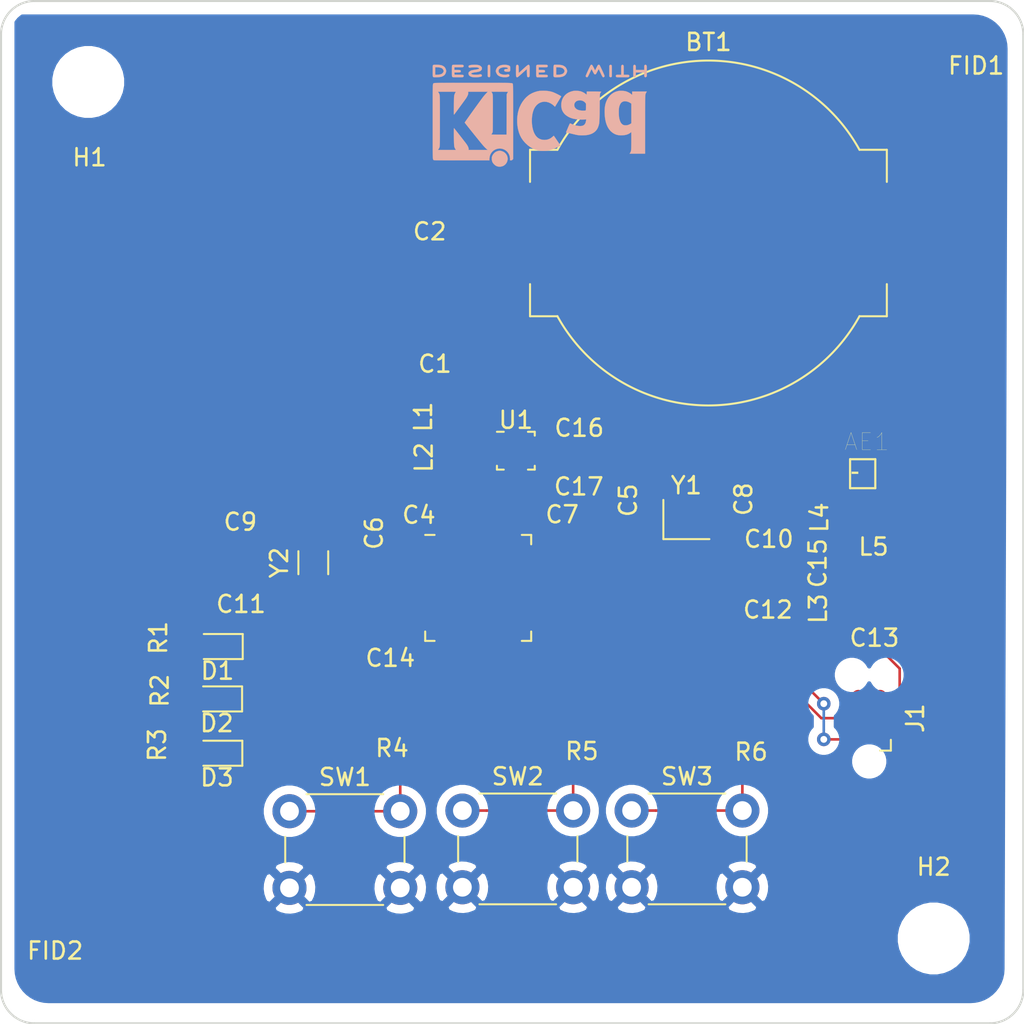
<source format=kicad_pcb>
(kicad_pcb (version 20171130) (host pcbnew "(5.1.5)-3")

  (general
    (thickness 1.6)
    (drawings 9)
    (tracks 192)
    (zones 0)
    (modules 45)
    (nets 55)
  )

  (page A4)
  (layers
    (0 F.Cu signal)
    (31 B.Cu signal)
    (32 B.Adhes user)
    (33 F.Adhes user)
    (34 B.Paste user)
    (35 F.Paste user)
    (36 B.SilkS user hide)
    (37 F.SilkS user)
    (38 B.Mask user)
    (39 F.Mask user)
    (40 Dwgs.User user)
    (41 Cmts.User user)
    (42 Eco1.User user)
    (43 Eco2.User user)
    (44 Edge.Cuts user)
    (45 Margin user)
    (46 B.CrtYd user)
    (47 F.CrtYd user)
    (48 B.Fab user hide)
    (49 F.Fab user hide)
  )

  (setup
    (last_trace_width 0.3048)
    (user_trace_width 0.1524)
    (user_trace_width 0.3048)
    (trace_clearance 0.1524)
    (zone_clearance 0.508)
    (zone_45_only no)
    (trace_min 0.1)
    (via_size 0.8)
    (via_drill 0.4)
    (via_min_size 0.4)
    (via_min_drill 0.3)
    (uvia_size 0.3)
    (uvia_drill 0.1)
    (uvias_allowed no)
    (uvia_min_size 0.2)
    (uvia_min_drill 0.1)
    (edge_width 0.05)
    (segment_width 0.2)
    (pcb_text_width 0.3)
    (pcb_text_size 1.5 1.5)
    (mod_edge_width 0.12)
    (mod_text_size 1 1)
    (mod_text_width 0.15)
    (pad_size 1.524 1.524)
    (pad_drill 0.762)
    (pad_to_mask_clearance 0.051)
    (solder_mask_min_width 0.25)
    (aux_axis_origin 0 0)
    (visible_elements 7FFFF7FF)
    (pcbplotparams
      (layerselection 0x010fc_ffffffff)
      (usegerberextensions false)
      (usegerberattributes false)
      (usegerberadvancedattributes false)
      (creategerberjobfile false)
      (excludeedgelayer true)
      (linewidth 0.100000)
      (plotframeref false)
      (viasonmask false)
      (mode 1)
      (useauxorigin false)
      (hpglpennumber 1)
      (hpglpenspeed 20)
      (hpglpendiameter 15.000000)
      (psnegative false)
      (psa4output false)
      (plotreference true)
      (plotvalue true)
      (plotinvisibletext false)
      (padsonsilk false)
      (subtractmaskfromsilk false)
      (outputformat 1)
      (mirror false)
      (drillshape 1)
      (scaleselection 1)
      (outputdirectory ""))
  )

  (net 0 "")
  (net 1 "Net-(AE1-Pad1)")
  (net 2 VDD)
  (net 3 Earth)
  (net 4 "Net-(C1-Pad2)")
  (net 5 "Net-(C5-Pad2)")
  (net 6 "Net-(C6-Pad1)")
  (net 7 "Net-(C8-Pad2)")
  (net 8 "Net-(C9-Pad1)")
  (net 9 "Net-(C10-Pad2)")
  (net 10 "Net-(C11-Pad1)")
  (net 11 "Net-(C12-Pad2)")
  (net 12 "Net-(C13-Pad1)")
  (net 13 antenna)
  (net 14 "Net-(C15-Pad1)")
  (net 15 "Net-(D1-Pad2)")
  (net 16 led_ON_OFF)
  (net 17 "Net-(D2-Pad2)")
  (net 18 led_VIB)
  (net 19 "Net-(D3-Pad2)")
  (net 20 led_TEMP)
  (net 21 "Net-(J1-Pad6)")
  (net 22 tag_SWDCLK)
  (net 23 tag_RST)
  (net 24 tag_SWDIO)
  (net 25 "Net-(L1-Pad2)")
  (net 26 "Net-(L2-Pad2)")
  (net 27 "Net-(MCU1-Pad44)")
  (net 28 "Net-(MCU1-Pad43)")
  (net 29 ac_SDLC_SPC)
  (net 30 ac_SDA_SDI_SDO)
  (net 31 ac_SDO_SAO)
  (net 32 ac_CS)
  (net 33 ac_INT2)
  (net 34 ac_INT1)
  (net 35 "Net-(MCU1-Pad29)")
  (net 36 "Net-(MCU1-Pad28)")
  (net 37 "Net-(MCU1-Pad24)")
  (net 38 "Net-(MCU1-Pad23)")
  (net 39 "Net-(MCU1-Pad22)")
  (net 40 "Net-(MCU1-Pad21)")
  (net 41 "Net-(MCU1-Pad20)")
  (net 42 b_RST)
  (net 43 b_F2)
  (net 44 b_F1)
  (net 45 "Net-(MCU1-Pad12)")
  (net 46 "Net-(MCU1-Pad11)")
  (net 47 "Net-(MCU1-Pad10)")
  (net 48 "Net-(MCU1-Pad9)")
  (net 49 "Net-(MCU1-Pad8)")
  (net 50 "Net-(MCU1-Pad7)")
  (net 51 "Net-(MCU1-Pad6)")
  (net 52 "Net-(MCU1-Pad5)")
  (net 53 "Net-(MCU1-Pad4)")
  (net 54 "Net-(U1-Pad7)")

  (net_class Default "Esta é a classe de rede padrão."
    (clearance 0.1524)
    (trace_width 0.25)
    (via_dia 0.8)
    (via_drill 0.4)
    (uvia_dia 0.3)
    (uvia_drill 0.1)
    (add_net Earth)
    (add_net "Net-(AE1-Pad1)")
    (add_net "Net-(C1-Pad2)")
    (add_net "Net-(C10-Pad2)")
    (add_net "Net-(C11-Pad1)")
    (add_net "Net-(C12-Pad2)")
    (add_net "Net-(C13-Pad1)")
    (add_net "Net-(C15-Pad1)")
    (add_net "Net-(C5-Pad2)")
    (add_net "Net-(C6-Pad1)")
    (add_net "Net-(C8-Pad2)")
    (add_net "Net-(C9-Pad1)")
    (add_net "Net-(D1-Pad2)")
    (add_net "Net-(D2-Pad2)")
    (add_net "Net-(D3-Pad2)")
    (add_net "Net-(J1-Pad6)")
    (add_net "Net-(L1-Pad2)")
    (add_net "Net-(L2-Pad2)")
    (add_net "Net-(MCU1-Pad10)")
    (add_net "Net-(MCU1-Pad11)")
    (add_net "Net-(MCU1-Pad12)")
    (add_net "Net-(MCU1-Pad20)")
    (add_net "Net-(MCU1-Pad21)")
    (add_net "Net-(MCU1-Pad22)")
    (add_net "Net-(MCU1-Pad23)")
    (add_net "Net-(MCU1-Pad24)")
    (add_net "Net-(MCU1-Pad28)")
    (add_net "Net-(MCU1-Pad29)")
    (add_net "Net-(MCU1-Pad4)")
    (add_net "Net-(MCU1-Pad43)")
    (add_net "Net-(MCU1-Pad44)")
    (add_net "Net-(MCU1-Pad5)")
    (add_net "Net-(MCU1-Pad6)")
    (add_net "Net-(MCU1-Pad7)")
    (add_net "Net-(MCU1-Pad8)")
    (add_net "Net-(MCU1-Pad9)")
    (add_net "Net-(U1-Pad7)")
    (add_net VDD)
    (add_net ac_CS)
    (add_net ac_INT1)
    (add_net ac_INT2)
    (add_net ac_SDA_SDI_SDO)
    (add_net ac_SDLC_SPC)
    (add_net ac_SDO_SAO)
    (add_net antenna)
    (add_net b_F1)
    (add_net b_F2)
    (add_net b_RST)
    (add_net led_ON_OFF)
    (add_net led_TEMP)
    (add_net led_VIB)
    (add_net tag_RST)
    (add_net tag_SWDCLK)
    (add_net tag_SWDIO)
  )

  (module Symbol:KiCad-Logo2_5mm_SilkScreen (layer B.Cu) (tedit 0) (tstamp 5E5A31C8)
    (at 151.13 65.6844)
    (descr "KiCad Logo")
    (tags "Logo KiCad")
    (attr virtual)
    (fp_text reference REF** (at 0 5.08) (layer B.SilkS) hide
      (effects (font (size 1 1) (thickness 0.15)) (justify mirror))
    )
    (fp_text value KiCad-Logo2_5mm_SilkScreen (at 0 -5.08) (layer B.Fab) hide
      (effects (font (size 1 1) (thickness 0.15)) (justify mirror))
    )
    (fp_poly (pts (xy -2.9464 2.510946) (xy -2.935535 2.397007) (xy -2.903918 2.289384) (xy -2.853015 2.190385)
      (xy -2.784293 2.102316) (xy -2.699219 2.027484) (xy -2.602232 1.969616) (xy -2.495964 1.929995)
      (xy -2.38895 1.911427) (xy -2.2833 1.912566) (xy -2.181125 1.93207) (xy -2.084534 1.968594)
      (xy -1.995638 2.020795) (xy -1.916546 2.087327) (xy -1.849369 2.166848) (xy -1.796217 2.258013)
      (xy -1.759199 2.359477) (xy -1.740427 2.469898) (xy -1.738489 2.519794) (xy -1.738489 2.607733)
      (xy -1.68656 2.607733) (xy -1.650253 2.604889) (xy -1.623355 2.593089) (xy -1.596249 2.569351)
      (xy -1.557867 2.530969) (xy -1.557867 0.339398) (xy -1.557876 0.077261) (xy -1.557908 -0.163241)
      (xy -1.557972 -0.383048) (xy -1.558076 -0.583101) (xy -1.558227 -0.764344) (xy -1.558434 -0.927716)
      (xy -1.558706 -1.07416) (xy -1.55905 -1.204617) (xy -1.559474 -1.320029) (xy -1.559987 -1.421338)
      (xy -1.560597 -1.509484) (xy -1.561312 -1.58541) (xy -1.56214 -1.650057) (xy -1.563089 -1.704367)
      (xy -1.564167 -1.74928) (xy -1.565383 -1.78574) (xy -1.566745 -1.814687) (xy -1.568261 -1.837063)
      (xy -1.569938 -1.853809) (xy -1.571786 -1.865868) (xy -1.573813 -1.87418) (xy -1.576025 -1.879687)
      (xy -1.577108 -1.881537) (xy -1.581271 -1.888549) (xy -1.584805 -1.894996) (xy -1.588635 -1.9009)
      (xy -1.593682 -1.906286) (xy -1.600871 -1.911178) (xy -1.611123 -1.915598) (xy -1.625364 -1.919572)
      (xy -1.644514 -1.923121) (xy -1.669499 -1.92627) (xy -1.70124 -1.929042) (xy -1.740662 -1.931461)
      (xy -1.788686 -1.933551) (xy -1.846237 -1.935335) (xy -1.914237 -1.936837) (xy -1.99361 -1.93808)
      (xy -2.085279 -1.939089) (xy -2.190166 -1.939885) (xy -2.309196 -1.940494) (xy -2.44329 -1.940939)
      (xy -2.593373 -1.941243) (xy -2.760367 -1.94143) (xy -2.945196 -1.941524) (xy -3.148783 -1.941548)
      (xy -3.37205 -1.941525) (xy -3.615922 -1.94148) (xy -3.881321 -1.941437) (xy -3.919704 -1.941432)
      (xy -4.186682 -1.941389) (xy -4.432002 -1.941318) (xy -4.656583 -1.941213) (xy -4.861345 -1.941066)
      (xy -5.047206 -1.940869) (xy -5.215088 -1.940616) (xy -5.365908 -1.9403) (xy -5.500587 -1.939913)
      (xy -5.620044 -1.939447) (xy -5.725199 -1.938897) (xy -5.816971 -1.938253) (xy -5.896279 -1.937511)
      (xy -5.964043 -1.936661) (xy -6.021182 -1.935697) (xy -6.068617 -1.934611) (xy -6.107266 -1.933397)
      (xy -6.138049 -1.932047) (xy -6.161885 -1.930555) (xy -6.179694 -1.928911) (xy -6.192395 -1.927111)
      (xy -6.200908 -1.925145) (xy -6.205266 -1.923477) (xy -6.213728 -1.919906) (xy -6.221497 -1.91727)
      (xy -6.228602 -1.914634) (xy -6.235073 -1.911062) (xy -6.240939 -1.905621) (xy -6.246229 -1.897375)
      (xy -6.250974 -1.88539) (xy -6.255202 -1.868731) (xy -6.258943 -1.846463) (xy -6.262227 -1.817652)
      (xy -6.265083 -1.781363) (xy -6.26754 -1.736661) (xy -6.269629 -1.682611) (xy -6.271378 -1.618279)
      (xy -6.272817 -1.54273) (xy -6.273976 -1.45503) (xy -6.274883 -1.354243) (xy -6.275569 -1.239434)
      (xy -6.276063 -1.10967) (xy -6.276395 -0.964015) (xy -6.276593 -0.801535) (xy -6.276687 -0.621295)
      (xy -6.276708 -0.42236) (xy -6.276685 -0.203796) (xy -6.276646 0.035332) (xy -6.276622 0.29596)
      (xy -6.276622 0.338111) (xy -6.276636 0.601008) (xy -6.276661 0.842268) (xy -6.276671 1.062835)
      (xy -6.276642 1.263648) (xy -6.276548 1.445651) (xy -6.276362 1.609784) (xy -6.276059 1.756989)
      (xy -6.275614 1.888208) (xy -6.275034 1.998133) (xy -5.972197 1.998133) (xy -5.932407 1.940289)
      (xy -5.921236 1.924521) (xy -5.911166 1.910559) (xy -5.902138 1.897216) (xy -5.894097 1.883307)
      (xy -5.886986 1.867644) (xy -5.880747 1.849042) (xy -5.875325 1.826314) (xy -5.870662 1.798273)
      (xy -5.866701 1.763733) (xy -5.863385 1.721508) (xy -5.860659 1.670411) (xy -5.858464 1.609256)
      (xy -5.856745 1.536856) (xy -5.855444 1.452025) (xy -5.854505 1.353578) (xy -5.85387 1.240326)
      (xy -5.853484 1.111084) (xy -5.853288 0.964666) (xy -5.853227 0.799884) (xy -5.853243 0.615553)
      (xy -5.85328 0.410487) (xy -5.853289 0.287867) (xy -5.853265 0.070918) (xy -5.853231 -0.124642)
      (xy -5.853243 -0.299999) (xy -5.853358 -0.456341) (xy -5.85363 -0.594857) (xy -5.854118 -0.716734)
      (xy -5.854876 -0.82316) (xy -5.855962 -0.915322) (xy -5.857431 -0.994409) (xy -5.85934 -1.061608)
      (xy -5.861744 -1.118107) (xy -5.864701 -1.165093) (xy -5.868266 -1.203755) (xy -5.872495 -1.23528)
      (xy -5.877446 -1.260855) (xy -5.883173 -1.28167) (xy -5.889733 -1.298911) (xy -5.897183 -1.313765)
      (xy -5.905579 -1.327422) (xy -5.914976 -1.341069) (xy -5.925432 -1.355893) (xy -5.931523 -1.364783)
      (xy -5.970296 -1.4224) (xy -5.438732 -1.4224) (xy -5.315483 -1.422365) (xy -5.212987 -1.422215)
      (xy -5.12942 -1.421878) (xy -5.062956 -1.421286) (xy -5.011771 -1.420367) (xy -4.974041 -1.419051)
      (xy -4.94794 -1.417269) (xy -4.931644 -1.414951) (xy -4.923328 -1.412026) (xy -4.921168 -1.408424)
      (xy -4.923339 -1.404075) (xy -4.924535 -1.402645) (xy -4.949685 -1.365573) (xy -4.975583 -1.312772)
      (xy -4.999192 -1.25077) (xy -5.007461 -1.224357) (xy -5.012078 -1.206416) (xy -5.015979 -1.185355)
      (xy -5.019248 -1.159089) (xy -5.021966 -1.125532) (xy -5.024215 -1.082599) (xy -5.026077 -1.028204)
      (xy -5.027636 -0.960262) (xy -5.028972 -0.876688) (xy -5.030169 -0.775395) (xy -5.031308 -0.6543)
      (xy -5.031685 -0.6096) (xy -5.032702 -0.484449) (xy -5.03346 -0.380082) (xy -5.033903 -0.294707)
      (xy -5.03397 -0.226533) (xy -5.033605 -0.173765) (xy -5.032748 -0.134614) (xy -5.031341 -0.107285)
      (xy -5.029325 -0.089986) (xy -5.026643 -0.080926) (xy -5.023236 -0.078312) (xy -5.019044 -0.080351)
      (xy -5.014571 -0.084667) (xy -5.004216 -0.097602) (xy -4.982158 -0.126676) (xy -4.949957 -0.169759)
      (xy -4.909174 -0.224718) (xy -4.86137 -0.289423) (xy -4.808105 -0.361742) (xy -4.75094 -0.439544)
      (xy -4.691437 -0.520698) (xy -4.631155 -0.603072) (xy -4.571655 -0.684536) (xy -4.514498 -0.762957)
      (xy -4.461245 -0.836204) (xy -4.413457 -0.902147) (xy -4.372693 -0.958654) (xy -4.340516 -1.003593)
      (xy -4.318485 -1.034834) (xy -4.313917 -1.041466) (xy -4.290996 -1.078369) (xy -4.264188 -1.126359)
      (xy -4.238789 -1.175897) (xy -4.235568 -1.182577) (xy -4.21389 -1.230772) (xy -4.201304 -1.268334)
      (xy -4.195574 -1.30416) (xy -4.194456 -1.3462) (xy -4.19509 -1.4224) (xy -3.040651 -1.4224)
      (xy -3.131815 -1.328669) (xy -3.178612 -1.278775) (xy -3.228899 -1.222295) (xy -3.274944 -1.168026)
      (xy -3.295369 -1.142673) (xy -3.325807 -1.103128) (xy -3.365862 -1.049916) (xy -3.414361 -0.984667)
      (xy -3.470135 -0.909011) (xy -3.532011 -0.824577) (xy -3.598819 -0.732994) (xy -3.669387 -0.635892)
      (xy -3.742545 -0.534901) (xy -3.817121 -0.43165) (xy -3.891944 -0.327768) (xy -3.965843 -0.224885)
      (xy -4.037646 -0.124631) (xy -4.106184 -0.028636) (xy -4.170284 0.061473) (xy -4.228775 0.144064)
      (xy -4.280486 0.217508) (xy -4.324247 0.280176) (xy -4.358885 0.330439) (xy -4.38323 0.366666)
      (xy -4.396111 0.387229) (xy -4.397869 0.391332) (xy -4.38991 0.402658) (xy -4.369115 0.429838)
      (xy -4.336847 0.471171) (xy -4.29447 0.524956) (xy -4.243347 0.589494) (xy -4.184841 0.663082)
      (xy -4.120314 0.744022) (xy -4.051131 0.830612) (xy -3.978653 0.921152) (xy -3.904246 1.01394)
      (xy -3.844517 1.088298) (xy -2.833511 1.088298) (xy -2.827602 1.075341) (xy -2.813272 1.053092)
      (xy -2.812225 1.051609) (xy -2.793438 1.021456) (xy -2.773791 0.984625) (xy -2.769892 0.976489)
      (xy -2.766356 0.96806) (xy -2.76323 0.957941) (xy -2.760486 0.94474) (xy -2.758092 0.927062)
      (xy -2.756019 0.903516) (xy -2.754235 0.872707) (xy -2.752712 0.833243) (xy -2.751419 0.783731)
      (xy -2.750326 0.722777) (xy -2.749403 0.648989) (xy -2.748619 0.560972) (xy -2.747945 0.457335)
      (xy -2.74735 0.336684) (xy -2.746805 0.197626) (xy -2.746279 0.038768) (xy -2.745745 -0.140089)
      (xy -2.745206 -0.325207) (xy -2.744772 -0.489145) (xy -2.744509 -0.633303) (xy -2.744484 -0.759079)
      (xy -2.744765 -0.867871) (xy -2.745419 -0.961077) (xy -2.746514 -1.040097) (xy -2.748118 -1.106328)
      (xy -2.750297 -1.16117) (xy -2.753119 -1.206021) (xy -2.756651 -1.242278) (xy -2.760961 -1.271341)
      (xy -2.766117 -1.294609) (xy -2.772185 -1.313479) (xy -2.779233 -1.329351) (xy -2.787329 -1.343622)
      (xy -2.79654 -1.357691) (xy -2.80504 -1.370158) (xy -2.822176 -1.396452) (xy -2.832322 -1.414037)
      (xy -2.833511 -1.417257) (xy -2.822604 -1.418334) (xy -2.791411 -1.419335) (xy -2.742223 -1.420235)
      (xy -2.677333 -1.42101) (xy -2.59903 -1.421637) (xy -2.509607 -1.422091) (xy -2.411356 -1.422349)
      (xy -2.342445 -1.4224) (xy -2.237452 -1.42218) (xy -2.14061 -1.421548) (xy -2.054107 -1.420549)
      (xy -1.980132 -1.419227) (xy -1.920874 -1.417626) (xy -1.87852 -1.415791) (xy -1.85526 -1.413765)
      (xy -1.851378 -1.412493) (xy -1.859076 -1.397591) (xy -1.867074 -1.38956) (xy -1.880246 -1.372434)
      (xy -1.897485 -1.342183) (xy -1.909407 -1.317622) (xy -1.936045 -1.258711) (xy -1.93912 -0.081845)
      (xy -1.942195 1.095022) (xy -2.387853 1.095022) (xy -2.48567 1.094858) (xy -2.576064 1.094389)
      (xy -2.65663 1.093653) (xy -2.724962 1.092684) (xy -2.778656 1.09152) (xy -2.815305 1.090197)
      (xy -2.832504 1.088751) (xy -2.833511 1.088298) (xy -3.844517 1.088298) (xy -3.82927 1.107278)
      (xy -3.75509 1.199463) (xy -3.683069 1.288796) (xy -3.614569 1.373576) (xy -3.550955 1.452102)
      (xy -3.493588 1.522674) (xy -3.443833 1.583591) (xy -3.403052 1.633153) (xy -3.385888 1.653822)
      (xy -3.299596 1.754484) (xy -3.222997 1.837741) (xy -3.154183 1.905562) (xy -3.091248 1.959911)
      (xy -3.081867 1.967278) (xy -3.042356 1.997883) (xy -4.174116 1.998133) (xy -4.168827 1.950156)
      (xy -4.17213 1.892812) (xy -4.193661 1.824537) (xy -4.233635 1.744788) (xy -4.278943 1.672505)
      (xy -4.295161 1.64986) (xy -4.323214 1.612304) (xy -4.36143 1.561979) (xy -4.408137 1.501027)
      (xy -4.461661 1.431589) (xy -4.520331 1.355806) (xy -4.582475 1.27582) (xy -4.646421 1.193772)
      (xy -4.710495 1.111804) (xy -4.773027 1.032057) (xy -4.832343 0.956673) (xy -4.886771 0.887793)
      (xy -4.934639 0.827558) (xy -4.974275 0.778111) (xy -5.004006 0.741592) (xy -5.022161 0.720142)
      (xy -5.02522 0.716844) (xy -5.028079 0.724851) (xy -5.030293 0.755145) (xy -5.031857 0.807444)
      (xy -5.032767 0.881469) (xy -5.03302 0.976937) (xy -5.032613 1.093566) (xy -5.031704 1.213555)
      (xy -5.030382 1.345667) (xy -5.028857 1.457406) (xy -5.026881 1.550975) (xy -5.024206 1.628581)
      (xy -5.020582 1.692426) (xy -5.015761 1.744717) (xy -5.009494 1.787656) (xy -5.001532 1.823449)
      (xy -4.991627 1.8543) (xy -4.979531 1.882414) (xy -4.964993 1.909995) (xy -4.950311 1.935034)
      (xy -4.912314 1.998133) (xy -5.972197 1.998133) (xy -6.275034 1.998133) (xy -6.275001 2.004383)
      (xy -6.274195 2.106456) (xy -6.27317 2.195367) (xy -6.2719 2.272059) (xy -6.27036 2.337473)
      (xy -6.268524 2.392551) (xy -6.266367 2.438235) (xy -6.263863 2.475466) (xy -6.260987 2.505187)
      (xy -6.257713 2.528338) (xy -6.254015 2.545861) (xy -6.249869 2.558699) (xy -6.245247 2.567792)
      (xy -6.240126 2.574082) (xy -6.234478 2.578512) (xy -6.228279 2.582022) (xy -6.221504 2.585555)
      (xy -6.215508 2.589124) (xy -6.210275 2.5917) (xy -6.202099 2.594028) (xy -6.189886 2.596122)
      (xy -6.172541 2.597993) (xy -6.148969 2.599653) (xy -6.118077 2.601116) (xy -6.078768 2.602392)
      (xy -6.02995 2.603496) (xy -5.970527 2.604439) (xy -5.899404 2.605233) (xy -5.815488 2.605891)
      (xy -5.717683 2.606425) (xy -5.604894 2.606847) (xy -5.476029 2.607171) (xy -5.329991 2.607408)
      (xy -5.165686 2.60757) (xy -4.98202 2.60767) (xy -4.777897 2.60772) (xy -4.566753 2.607733)
      (xy -2.9464 2.607733) (xy -2.9464 2.510946)) (layer B.SilkS) (width 0.01))
    (fp_poly (pts (xy 0.328429 2.050929) (xy 0.48857 2.029755) (xy 0.65251 1.989615) (xy 0.822313 1.930111)
      (xy 1.000043 1.850846) (xy 1.01131 1.845301) (xy 1.069005 1.817275) (xy 1.120552 1.793198)
      (xy 1.162191 1.774751) (xy 1.190162 1.763614) (xy 1.199733 1.761067) (xy 1.21895 1.756059)
      (xy 1.223561 1.751853) (xy 1.218458 1.74142) (xy 1.202418 1.715132) (xy 1.177288 1.675743)
      (xy 1.144914 1.626009) (xy 1.107143 1.568685) (xy 1.065822 1.506524) (xy 1.022798 1.442282)
      (xy 0.979917 1.378715) (xy 0.939026 1.318575) (xy 0.901971 1.26462) (xy 0.8706 1.219603)
      (xy 0.846759 1.186279) (xy 0.832294 1.167403) (xy 0.830309 1.165213) (xy 0.820191 1.169862)
      (xy 0.79785 1.187038) (xy 0.76728 1.21356) (xy 0.751536 1.228036) (xy 0.655047 1.303318)
      (xy 0.548336 1.358759) (xy 0.432832 1.393859) (xy 0.309962 1.40812) (xy 0.240561 1.406949)
      (xy 0.119423 1.389788) (xy 0.010205 1.353906) (xy -0.087418 1.299041) (xy -0.173772 1.22493)
      (xy -0.249185 1.131312) (xy -0.313982 1.017924) (xy -0.351399 0.931333) (xy -0.395252 0.795634)
      (xy -0.427572 0.64815) (xy -0.448443 0.492686) (xy -0.457949 0.333044) (xy -0.456173 0.173027)
      (xy -0.443197 0.016439) (xy -0.419106 -0.132918) (xy -0.383982 -0.27124) (xy -0.337908 -0.394724)
      (xy -0.321627 -0.428978) (xy -0.25338 -0.543064) (xy -0.172921 -0.639557) (xy -0.08143 -0.71767)
      (xy 0.019911 -0.776617) (xy 0.12992 -0.815612) (xy 0.247415 -0.833868) (xy 0.288883 -0.835211)
      (xy 0.410441 -0.82429) (xy 0.530878 -0.791474) (xy 0.648666 -0.737439) (xy 0.762277 -0.662865)
      (xy 0.853685 -0.584539) (xy 0.900215 -0.540008) (xy 1.081483 -0.837271) (xy 1.12658 -0.911433)
      (xy 1.167819 -0.979646) (xy 1.203735 -1.039459) (xy 1.232866 -1.08842) (xy 1.25375 -1.124079)
      (xy 1.264924 -1.143984) (xy 1.266375 -1.147079) (xy 1.258146 -1.156718) (xy 1.232567 -1.173999)
      (xy 1.192873 -1.197283) (xy 1.142297 -1.224934) (xy 1.084074 -1.255315) (xy 1.021437 -1.28679)
      (xy 0.957621 -1.317722) (xy 0.89586 -1.346473) (xy 0.839388 -1.371408) (xy 0.791438 -1.390889)
      (xy 0.767986 -1.399318) (xy 0.634221 -1.437133) (xy 0.496327 -1.462136) (xy 0.348622 -1.47514)
      (xy 0.221833 -1.477468) (xy 0.153878 -1.476373) (xy 0.088277 -1.474275) (xy 0.030847 -1.471434)
      (xy -0.012597 -1.468106) (xy -0.026702 -1.466422) (xy -0.165716 -1.437587) (xy -0.307243 -1.392468)
      (xy -0.444725 -1.33375) (xy -0.571606 -1.26412) (xy -0.649111 -1.211441) (xy -0.776519 -1.103239)
      (xy -0.894822 -0.976671) (xy -1.001828 -0.834866) (xy -1.095348 -0.680951) (xy -1.17319 -0.518053)
      (xy -1.217044 -0.400756) (xy -1.267292 -0.217128) (xy -1.300791 -0.022581) (xy -1.317551 0.178675)
      (xy -1.317584 0.382432) (xy -1.300899 0.584479) (xy -1.267507 0.780608) (xy -1.21742 0.966609)
      (xy -1.213603 0.978197) (xy -1.150719 1.14025) (xy -1.073972 1.288168) (xy -0.980758 1.426135)
      (xy -0.868473 1.558339) (xy -0.824608 1.603601) (xy -0.688466 1.727543) (xy -0.548509 1.830085)
      (xy -0.402589 1.912344) (xy -0.248558 1.975436) (xy -0.084268 2.020477) (xy 0.011289 2.037967)
      (xy 0.170023 2.053534) (xy 0.328429 2.050929)) (layer B.SilkS) (width 0.01))
    (fp_poly (pts (xy 2.673574 1.133448) (xy 2.825492 1.113433) (xy 2.960756 1.079798) (xy 3.080239 1.032275)
      (xy 3.184815 0.970595) (xy 3.262424 0.907035) (xy 3.331265 0.832901) (xy 3.385006 0.753129)
      (xy 3.42791 0.660909) (xy 3.443384 0.617839) (xy 3.456244 0.578858) (xy 3.467446 0.542711)
      (xy 3.47712 0.507566) (xy 3.485396 0.47159) (xy 3.492403 0.43295) (xy 3.498272 0.389815)
      (xy 3.503131 0.340351) (xy 3.50711 0.282727) (xy 3.51034 0.215109) (xy 3.512949 0.135666)
      (xy 3.515067 0.042564) (xy 3.516824 -0.066027) (xy 3.518349 -0.191942) (xy 3.519772 -0.337012)
      (xy 3.521025 -0.479778) (xy 3.522351 -0.635968) (xy 3.523556 -0.771239) (xy 3.524766 -0.887246)
      (xy 3.526106 -0.985645) (xy 3.5277 -1.068093) (xy 3.529675 -1.136246) (xy 3.532156 -1.19176)
      (xy 3.535269 -1.236292) (xy 3.539138 -1.271498) (xy 3.543889 -1.299034) (xy 3.549648 -1.320556)
      (xy 3.556539 -1.337722) (xy 3.564689 -1.352186) (xy 3.574223 -1.365606) (xy 3.585266 -1.379638)
      (xy 3.589566 -1.385071) (xy 3.605386 -1.40791) (xy 3.612422 -1.423463) (xy 3.612444 -1.423922)
      (xy 3.601567 -1.426121) (xy 3.570582 -1.428147) (xy 3.521957 -1.429942) (xy 3.458163 -1.431451)
      (xy 3.381669 -1.432616) (xy 3.294944 -1.43338) (xy 3.200457 -1.433686) (xy 3.18955 -1.433689)
      (xy 2.766657 -1.433689) (xy 2.763395 -1.337622) (xy 2.760133 -1.241556) (xy 2.698044 -1.292543)
      (xy 2.600714 -1.360057) (xy 2.490813 -1.414749) (xy 2.404349 -1.444978) (xy 2.335278 -1.459666)
      (xy 2.251925 -1.469659) (xy 2.162159 -1.474646) (xy 2.073845 -1.474313) (xy 1.994851 -1.468351)
      (xy 1.958622 -1.462638) (xy 1.818603 -1.424776) (xy 1.692178 -1.369932) (xy 1.58026 -1.298924)
      (xy 1.483762 -1.212568) (xy 1.4036 -1.111679) (xy 1.340687 -0.997076) (xy 1.296312 -0.870984)
      (xy 1.283978 -0.814401) (xy 1.276368 -0.752202) (xy 1.272739 -0.677363) (xy 1.272245 -0.643467)
      (xy 1.27231 -0.640282) (xy 2.032248 -0.640282) (xy 2.041541 -0.715333) (xy 2.069728 -0.77916)
      (xy 2.118197 -0.834798) (xy 2.123254 -0.839211) (xy 2.171548 -0.874037) (xy 2.223257 -0.89662)
      (xy 2.283989 -0.90854) (xy 2.359352 -0.911383) (xy 2.377459 -0.910978) (xy 2.431278 -0.908325)
      (xy 2.471308 -0.902909) (xy 2.506324 -0.892745) (xy 2.545103 -0.87585) (xy 2.555745 -0.870672)
      (xy 2.616396 -0.834844) (xy 2.663215 -0.792212) (xy 2.675952 -0.776973) (xy 2.720622 -0.720462)
      (xy 2.720622 -0.524586) (xy 2.720086 -0.445939) (xy 2.718396 -0.387988) (xy 2.715428 -0.348875)
      (xy 2.711057 -0.326741) (xy 2.706972 -0.320274) (xy 2.691047 -0.317111) (xy 2.657264 -0.314488)
      (xy 2.61034 -0.312655) (xy 2.554993 -0.311857) (xy 2.546106 -0.311842) (xy 2.42533 -0.317096)
      (xy 2.32266 -0.333263) (xy 2.236106 -0.360961) (xy 2.163681 -0.400808) (xy 2.108751 -0.447758)
      (xy 2.064204 -0.505645) (xy 2.03948 -0.568693) (xy 2.032248 -0.640282) (xy 1.27231 -0.640282)
      (xy 1.274178 -0.549712) (xy 1.282522 -0.470812) (xy 1.298768 -0.39959) (xy 1.324405 -0.328864)
      (xy 1.348401 -0.276493) (xy 1.40702 -0.181196) (xy 1.485117 -0.09317) (xy 1.580315 -0.014017)
      (xy 1.690238 0.05466) (xy 1.81251 0.111259) (xy 1.944755 0.154179) (xy 2.009422 0.169118)
      (xy 2.145604 0.191223) (xy 2.294049 0.205806) (xy 2.445505 0.212187) (xy 2.572064 0.210555)
      (xy 2.73395 0.203776) (xy 2.72653 0.262755) (xy 2.707238 0.361908) (xy 2.676104 0.442628)
      (xy 2.632269 0.505534) (xy 2.574871 0.551244) (xy 2.503048 0.580378) (xy 2.415941 0.593553)
      (xy 2.312686 0.591389) (xy 2.274711 0.587388) (xy 2.13352 0.56222) (xy 1.996707 0.521186)
      (xy 1.902178 0.483185) (xy 1.857018 0.46381) (xy 1.818585 0.44824) (xy 1.792234 0.438595)
      (xy 1.784546 0.436548) (xy 1.774802 0.445626) (xy 1.758083 0.474595) (xy 1.734232 0.523783)
      (xy 1.703093 0.593516) (xy 1.664507 0.684121) (xy 1.65791 0.699911) (xy 1.627853 0.772228)
      (xy 1.600874 0.837575) (xy 1.578136 0.893094) (xy 1.560806 0.935928) (xy 1.550048 0.963219)
      (xy 1.546941 0.972058) (xy 1.55694 0.976813) (xy 1.583217 0.98209) (xy 1.611489 0.985769)
      (xy 1.641646 0.990526) (xy 1.689433 0.999972) (xy 1.750612 1.01318) (xy 1.820946 1.029224)
      (xy 1.896194 1.04718) (xy 1.924755 1.054203) (xy 2.029816 1.079791) (xy 2.11748 1.099853)
      (xy 2.192068 1.115031) (xy 2.257903 1.125965) (xy 2.319307 1.133296) (xy 2.380602 1.137665)
      (xy 2.44611 1.139713) (xy 2.504128 1.140111) (xy 2.673574 1.133448)) (layer B.SilkS) (width 0.01))
    (fp_poly (pts (xy 6.186507 0.527755) (xy 6.186526 0.293338) (xy 6.186552 0.080397) (xy 6.186625 -0.112168)
      (xy 6.186782 -0.285459) (xy 6.187064 -0.440576) (xy 6.187509 -0.57862) (xy 6.188156 -0.700692)
      (xy 6.189045 -0.807894) (xy 6.190213 -0.901326) (xy 6.191701 -0.98209) (xy 6.193546 -1.051286)
      (xy 6.195789 -1.110015) (xy 6.198469 -1.159379) (xy 6.201623 -1.200478) (xy 6.205292 -1.234413)
      (xy 6.209513 -1.262286) (xy 6.214327 -1.285198) (xy 6.219773 -1.304249) (xy 6.225888 -1.32054)
      (xy 6.232712 -1.335173) (xy 6.240285 -1.349249) (xy 6.248645 -1.363868) (xy 6.253839 -1.372974)
      (xy 6.288104 -1.433689) (xy 5.429955 -1.433689) (xy 5.429955 -1.337733) (xy 5.429224 -1.29437)
      (xy 5.427272 -1.261205) (xy 5.424463 -1.243424) (xy 5.423221 -1.241778) (xy 5.411799 -1.248662)
      (xy 5.389084 -1.266505) (xy 5.366385 -1.285879) (xy 5.3118 -1.326614) (xy 5.242321 -1.367617)
      (xy 5.16527 -1.405123) (xy 5.087965 -1.435364) (xy 5.057113 -1.445012) (xy 4.988616 -1.459578)
      (xy 4.905764 -1.469539) (xy 4.816371 -1.474583) (xy 4.728248 -1.474396) (xy 4.649207 -1.468666)
      (xy 4.611511 -1.462858) (xy 4.473414 -1.424797) (xy 4.346113 -1.367073) (xy 4.230292 -1.290211)
      (xy 4.126637 -1.194739) (xy 4.035833 -1.081179) (xy 3.969031 -0.970381) (xy 3.914164 -0.853625)
      (xy 3.872163 -0.734276) (xy 3.842167 -0.608283) (xy 3.823311 -0.471594) (xy 3.814732 -0.320158)
      (xy 3.814006 -0.242711) (xy 3.8161 -0.185934) (xy 4.645217 -0.185934) (xy 4.645424 -0.279002)
      (xy 4.648337 -0.366692) (xy 4.654 -0.443772) (xy 4.662455 -0.505009) (xy 4.665038 -0.51735)
      (xy 4.69684 -0.624633) (xy 4.738498 -0.711658) (xy 4.790363 -0.778642) (xy 4.852781 -0.825805)
      (xy 4.9261 -0.853365) (xy 5.010669 -0.861541) (xy 5.106835 -0.850551) (xy 5.170311 -0.834829)
      (xy 5.219454 -0.816639) (xy 5.273583 -0.790791) (xy 5.314244 -0.767089) (xy 5.3848 -0.720721)
      (xy 5.3848 0.42947) (xy 5.317392 0.473038) (xy 5.238867 0.51396) (xy 5.154681 0.540611)
      (xy 5.069557 0.552535) (xy 4.988216 0.549278) (xy 4.91538 0.530385) (xy 4.883426 0.514816)
      (xy 4.825501 0.471819) (xy 4.776544 0.415047) (xy 4.73539 0.342425) (xy 4.700874 0.251879)
      (xy 4.671833 0.141334) (xy 4.670552 0.135467) (xy 4.660381 0.073212) (xy 4.652739 -0.004594)
      (xy 4.64767 -0.09272) (xy 4.645217 -0.185934) (xy 3.8161 -0.185934) (xy 3.821857 -0.029895)
      (xy 3.843802 0.165941) (xy 3.879786 0.344668) (xy 3.929759 0.506155) (xy 3.993668 0.650274)
      (xy 4.071462 0.776894) (xy 4.163089 0.885885) (xy 4.268497 0.977117) (xy 4.313662 1.008068)
      (xy 4.414611 1.064215) (xy 4.517901 1.103826) (xy 4.627989 1.127986) (xy 4.74933 1.137781)
      (xy 4.841836 1.136735) (xy 4.97149 1.125769) (xy 5.084084 1.103954) (xy 5.182875 1.070286)
      (xy 5.271121 1.023764) (xy 5.319986 0.989552) (xy 5.349353 0.967638) (xy 5.371043 0.952667)
      (xy 5.379253 0.948267) (xy 5.380868 0.959096) (xy 5.382159 0.989749) (xy 5.383138 1.037474)
      (xy 5.383817 1.099521) (xy 5.38421 1.173138) (xy 5.38433 1.255573) (xy 5.384188 1.344075)
      (xy 5.383797 1.435893) (xy 5.383171 1.528276) (xy 5.38232 1.618472) (xy 5.38126 1.703729)
      (xy 5.380001 1.781297) (xy 5.378556 1.848424) (xy 5.376938 1.902359) (xy 5.375161 1.94035)
      (xy 5.374669 1.947333) (xy 5.367092 2.017749) (xy 5.355531 2.072898) (xy 5.337792 2.120019)
      (xy 5.311682 2.166353) (xy 5.305415 2.175933) (xy 5.280983 2.212622) (xy 6.186311 2.212622)
      (xy 6.186507 0.527755)) (layer B.SilkS) (width 0.01))
    (fp_poly (pts (xy -2.273043 2.973429) (xy -2.176768 2.949191) (xy -2.090184 2.906359) (xy -2.015373 2.846581)
      (xy -1.954418 2.771506) (xy -1.909399 2.68278) (xy -1.883136 2.58647) (xy -1.877286 2.489205)
      (xy -1.89214 2.395346) (xy -1.92584 2.307489) (xy -1.976528 2.22823) (xy -2.042345 2.160164)
      (xy -2.121434 2.105888) (xy -2.211934 2.067998) (xy -2.2632 2.055574) (xy -2.307698 2.048053)
      (xy -2.341999 2.045081) (xy -2.37496 2.046906) (xy -2.415434 2.053775) (xy -2.448531 2.06075)
      (xy -2.541947 2.092259) (xy -2.625619 2.143383) (xy -2.697665 2.212571) (xy -2.7562 2.298272)
      (xy -2.770148 2.325511) (xy -2.786586 2.361878) (xy -2.796894 2.392418) (xy -2.80246 2.42455)
      (xy -2.804669 2.465693) (xy -2.804948 2.511778) (xy -2.800861 2.596135) (xy -2.787446 2.665414)
      (xy -2.762256 2.726039) (xy -2.722846 2.784433) (xy -2.684298 2.828698) (xy -2.612406 2.894516)
      (xy -2.537313 2.939947) (xy -2.454562 2.96715) (xy -2.376928 2.977424) (xy -2.273043 2.973429)) (layer B.SilkS) (width 0.01))
    (fp_poly (pts (xy -6.121371 -2.269066) (xy -6.081889 -2.269467) (xy -5.9662 -2.272259) (xy -5.869311 -2.28055)
      (xy -5.787919 -2.295232) (xy -5.718723 -2.317193) (xy -5.65842 -2.347322) (xy -5.603708 -2.38651)
      (xy -5.584167 -2.403532) (xy -5.55175 -2.443363) (xy -5.52252 -2.497413) (xy -5.499991 -2.557323)
      (xy -5.487679 -2.614739) (xy -5.4864 -2.635956) (xy -5.494417 -2.694769) (xy -5.515899 -2.759013)
      (xy -5.546999 -2.819821) (xy -5.583866 -2.86833) (xy -5.589854 -2.874182) (xy -5.640579 -2.915321)
      (xy -5.696125 -2.947435) (xy -5.759696 -2.971365) (xy -5.834494 -2.987953) (xy -5.923722 -2.998041)
      (xy -6.030582 -3.002469) (xy -6.079528 -3.002845) (xy -6.141762 -3.002545) (xy -6.185528 -3.001292)
      (xy -6.214931 -2.998554) (xy -6.234079 -2.993801) (xy -6.247077 -2.986501) (xy -6.254045 -2.980267)
      (xy -6.260626 -2.972694) (xy -6.265788 -2.962924) (xy -6.269703 -2.94834) (xy -6.272543 -2.926326)
      (xy -6.27448 -2.894264) (xy -6.275684 -2.849536) (xy -6.276328 -2.789526) (xy -6.276583 -2.711617)
      (xy -6.276622 -2.635956) (xy -6.27687 -2.535041) (xy -6.276817 -2.454427) (xy -6.275857 -2.415822)
      (xy -6.129867 -2.415822) (xy -6.129867 -2.856089) (xy -6.036734 -2.856004) (xy -5.980693 -2.854396)
      (xy -5.921999 -2.850256) (xy -5.873028 -2.844464) (xy -5.871538 -2.844226) (xy -5.792392 -2.82509)
      (xy -5.731002 -2.795287) (xy -5.684305 -2.752878) (xy -5.654635 -2.706961) (xy -5.636353 -2.656026)
      (xy -5.637771 -2.6082) (xy -5.658988 -2.556933) (xy -5.700489 -2.503899) (xy -5.757998 -2.4646)
      (xy -5.83275 -2.438331) (xy -5.882708 -2.429035) (xy -5.939416 -2.422507) (xy -5.999519 -2.417782)
      (xy -6.050639 -2.415817) (xy -6.053667 -2.415808) (xy -6.129867 -2.415822) (xy -6.275857 -2.415822)
      (xy -6.27526 -2.391851) (xy -6.270998 -2.345055) (xy -6.26283 -2.311778) (xy -6.249556 -2.289759)
      (xy -6.229974 -2.276739) (xy -6.202883 -2.270457) (xy -6.167082 -2.268653) (xy -6.121371 -2.269066)) (layer B.SilkS) (width 0.01))
    (fp_poly (pts (xy -4.712794 -2.269146) (xy -4.643386 -2.269518) (xy -4.590997 -2.270385) (xy -4.552847 -2.271946)
      (xy -4.526159 -2.274403) (xy -4.508153 -2.277957) (xy -4.496049 -2.28281) (xy -4.487069 -2.289161)
      (xy -4.483818 -2.292084) (xy -4.464043 -2.323142) (xy -4.460482 -2.358828) (xy -4.473491 -2.39051)
      (xy -4.479506 -2.396913) (xy -4.489235 -2.403121) (xy -4.504901 -2.40791) (xy -4.529408 -2.411514)
      (xy -4.565661 -2.414164) (xy -4.616565 -2.416095) (xy -4.685026 -2.417539) (xy -4.747617 -2.418418)
      (xy -4.995334 -2.421467) (xy -4.998719 -2.486378) (xy -5.002105 -2.551289) (xy -4.833958 -2.551289)
      (xy -4.760959 -2.551919) (xy -4.707517 -2.554553) (xy -4.670628 -2.560309) (xy -4.647288 -2.570304)
      (xy -4.634494 -2.585656) (xy -4.629242 -2.607482) (xy -4.628445 -2.627738) (xy -4.630923 -2.652592)
      (xy -4.640277 -2.670906) (xy -4.659383 -2.683637) (xy -4.691118 -2.691741) (xy -4.738359 -2.696176)
      (xy -4.803983 -2.697899) (xy -4.839801 -2.698045) (xy -5.000978 -2.698045) (xy -5.000978 -2.856089)
      (xy -4.752622 -2.856089) (xy -4.671213 -2.856202) (xy -4.609342 -2.856712) (xy -4.563968 -2.85787)
      (xy -4.532054 -2.85993) (xy -4.510559 -2.863146) (xy -4.496443 -2.867772) (xy -4.486668 -2.874059)
      (xy -4.481689 -2.878667) (xy -4.46461 -2.90556) (xy -4.459111 -2.929467) (xy -4.466963 -2.958667)
      (xy -4.481689 -2.980267) (xy -4.489546 -2.987066) (xy -4.499688 -2.992346) (xy -4.514844 -2.996298)
      (xy -4.537741 -2.999113) (xy -4.571109 -3.000982) (xy -4.617675 -3.002098) (xy -4.680167 -3.002651)
      (xy -4.761314 -3.002833) (xy -4.803422 -3.002845) (xy -4.893598 -3.002765) (xy -4.963924 -3.002398)
      (xy -5.017129 -3.001552) (xy -5.05594 -3.000036) (xy -5.083087 -2.997659) (xy -5.101298 -2.994229)
      (xy -5.1133 -2.989554) (xy -5.121822 -2.983444) (xy -5.125156 -2.980267) (xy -5.131755 -2.97267)
      (xy -5.136927 -2.96287) (xy -5.140846 -2.948239) (xy -5.143684 -2.926152) (xy -5.145615 -2.893982)
      (xy -5.146812 -2.849103) (xy -5.147448 -2.788889) (xy -5.147697 -2.710713) (xy -5.147734 -2.637923)
      (xy -5.1477 -2.544707) (xy -5.147465 -2.471431) (xy -5.14683 -2.415458) (xy -5.145594 -2.374151)
      (xy -5.143556 -2.344872) (xy -5.140517 -2.324984) (xy -5.136277 -2.31185) (xy -5.130635 -2.302832)
      (xy -5.123391 -2.295293) (xy -5.121606 -2.293612) (xy -5.112945 -2.286172) (xy -5.102882 -2.280409)
      (xy -5.088625 -2.276112) (xy -5.067383 -2.273064) (xy -5.036364 -2.271051) (xy -4.992777 -2.26986)
      (xy -4.933831 -2.269275) (xy -4.856734 -2.269083) (xy -4.802001 -2.269067) (xy -4.712794 -2.269146)) (layer B.SilkS) (width 0.01))
    (fp_poly (pts (xy -3.691703 -2.270351) (xy -3.616888 -2.275581) (xy -3.547306 -2.28375) (xy -3.487002 -2.29455)
      (xy -3.44002 -2.307673) (xy -3.410406 -2.322813) (xy -3.40586 -2.327269) (xy -3.390054 -2.36185)
      (xy -3.394847 -2.397351) (xy -3.419364 -2.427725) (xy -3.420534 -2.428596) (xy -3.434954 -2.437954)
      (xy -3.450008 -2.442876) (xy -3.471005 -2.443473) (xy -3.503257 -2.439861) (xy -3.552073 -2.432154)
      (xy -3.556 -2.431505) (xy -3.628739 -2.422569) (xy -3.707217 -2.418161) (xy -3.785927 -2.418119)
      (xy -3.859361 -2.422279) (xy -3.922011 -2.430479) (xy -3.96837 -2.442557) (xy -3.971416 -2.443771)
      (xy -4.005048 -2.462615) (xy -4.016864 -2.481685) (xy -4.007614 -2.500439) (xy -3.978047 -2.518337)
      (xy -3.928911 -2.534837) (xy -3.860957 -2.549396) (xy -3.815645 -2.556406) (xy -3.721456 -2.569889)
      (xy -3.646544 -2.582214) (xy -3.587717 -2.594449) (xy -3.541785 -2.607661) (xy -3.505555 -2.622917)
      (xy -3.475838 -2.641285) (xy -3.449442 -2.663831) (xy -3.42823 -2.685971) (xy -3.403065 -2.716819)
      (xy -3.390681 -2.743345) (xy -3.386808 -2.776026) (xy -3.386667 -2.787995) (xy -3.389576 -2.827712)
      (xy -3.401202 -2.857259) (xy -3.421323 -2.883486) (xy -3.462216 -2.923576) (xy -3.507817 -2.954149)
      (xy -3.561513 -2.976203) (xy -3.626692 -2.990735) (xy -3.706744 -2.998741) (xy -3.805057 -3.001218)
      (xy -3.821289 -3.001177) (xy -3.886849 -2.999818) (xy -3.951866 -2.99673) (xy -4.009252 -2.992356)
      (xy -4.051922 -2.98714) (xy -4.055372 -2.986541) (xy -4.097796 -2.976491) (xy -4.13378 -2.963796)
      (xy -4.15415 -2.95219) (xy -4.173107 -2.921572) (xy -4.174427 -2.885918) (xy -4.158085 -2.854144)
      (xy -4.154429 -2.850551) (xy -4.139315 -2.839876) (xy -4.120415 -2.835276) (xy -4.091162 -2.836059)
      (xy -4.055651 -2.840127) (xy -4.01597 -2.843762) (xy -3.960345 -2.846828) (xy -3.895406 -2.849053)
      (xy -3.827785 -2.850164) (xy -3.81 -2.850237) (xy -3.742128 -2.849964) (xy -3.692454 -2.848646)
      (xy -3.65661 -2.845827) (xy -3.630224 -2.84105) (xy -3.608926 -2.833857) (xy -3.596126 -2.827867)
      (xy -3.568 -2.811233) (xy -3.550068 -2.796168) (xy -3.547447 -2.791897) (xy -3.552976 -2.774263)
      (xy -3.57926 -2.757192) (xy -3.624478 -2.741458) (xy -3.686808 -2.727838) (xy -3.705171 -2.724804)
      (xy -3.80109 -2.709738) (xy -3.877641 -2.697146) (xy -3.93778 -2.686111) (xy -3.98446 -2.67572)
      (xy -4.020637 -2.665056) (xy -4.049265 -2.653205) (xy -4.073298 -2.639251) (xy -4.095692 -2.622281)
      (xy -4.119402 -2.601378) (xy -4.12738 -2.594049) (xy -4.155353 -2.566699) (xy -4.17016 -2.545029)
      (xy -4.175952 -2.520232) (xy -4.176889 -2.488983) (xy -4.166575 -2.427705) (xy -4.135752 -2.37564)
      (xy -4.084595 -2.332958) (xy -4.013283 -2.299825) (xy -3.9624 -2.284964) (xy -3.9071 -2.275366)
      (xy -3.840853 -2.269936) (xy -3.767706 -2.268367) (xy -3.691703 -2.270351)) (layer B.SilkS) (width 0.01))
    (fp_poly (pts (xy -2.923822 -2.291645) (xy -2.917242 -2.299218) (xy -2.912079 -2.308987) (xy -2.908164 -2.323571)
      (xy -2.905324 -2.345585) (xy -2.903387 -2.377648) (xy -2.902183 -2.422375) (xy -2.901539 -2.482385)
      (xy -2.901284 -2.560294) (xy -2.901245 -2.635956) (xy -2.901314 -2.729802) (xy -2.901638 -2.803689)
      (xy -2.902386 -2.860232) (xy -2.903732 -2.902049) (xy -2.905846 -2.931757) (xy -2.9089 -2.951973)
      (xy -2.913066 -2.965314) (xy -2.918516 -2.974398) (xy -2.923822 -2.980267) (xy -2.956826 -2.999947)
      (xy -2.991991 -2.998181) (xy -3.023455 -2.976717) (xy -3.030684 -2.968337) (xy -3.036334 -2.958614)
      (xy -3.040599 -2.944861) (xy -3.043673 -2.924389) (xy -3.045752 -2.894512) (xy -3.04703 -2.852541)
      (xy -3.047701 -2.795789) (xy -3.047959 -2.721567) (xy -3.048 -2.637537) (xy -3.048 -2.324485)
      (xy -3.020291 -2.296776) (xy -2.986137 -2.273463) (xy -2.953006 -2.272623) (xy -2.923822 -2.291645)) (layer B.SilkS) (width 0.01))
    (fp_poly (pts (xy -1.950081 -2.274599) (xy -1.881565 -2.286095) (xy -1.828943 -2.303967) (xy -1.794708 -2.327499)
      (xy -1.785379 -2.340924) (xy -1.775893 -2.372148) (xy -1.782277 -2.400395) (xy -1.80243 -2.427182)
      (xy -1.833745 -2.439713) (xy -1.879183 -2.438696) (xy -1.914326 -2.431906) (xy -1.992419 -2.418971)
      (xy -2.072226 -2.417742) (xy -2.161555 -2.428241) (xy -2.186229 -2.43269) (xy -2.269291 -2.456108)
      (xy -2.334273 -2.490945) (xy -2.380461 -2.536604) (xy -2.407145 -2.592494) (xy -2.412663 -2.621388)
      (xy -2.409051 -2.680012) (xy -2.385729 -2.731879) (xy -2.344824 -2.775978) (xy -2.288459 -2.811299)
      (xy -2.21876 -2.836829) (xy -2.137852 -2.851559) (xy -2.04786 -2.854478) (xy -1.95091 -2.844575)
      (xy -1.945436 -2.843641) (xy -1.906875 -2.836459) (xy -1.885494 -2.829521) (xy -1.876227 -2.819227)
      (xy -1.874006 -2.801976) (xy -1.873956 -2.792841) (xy -1.873956 -2.754489) (xy -1.942431 -2.754489)
      (xy -2.0029 -2.750347) (xy -2.044165 -2.737147) (xy -2.068175 -2.71373) (xy -2.076877 -2.678936)
      (xy -2.076983 -2.674394) (xy -2.071892 -2.644654) (xy -2.054433 -2.623419) (xy -2.021939 -2.609366)
      (xy -1.971743 -2.601173) (xy -1.923123 -2.598161) (xy -1.852456 -2.596433) (xy -1.801198 -2.59907)
      (xy -1.766239 -2.6088) (xy -1.74447 -2.628353) (xy -1.73278 -2.660456) (xy -1.72806 -2.707838)
      (xy -1.7272 -2.770071) (xy -1.728609 -2.839535) (xy -1.732848 -2.886786) (xy -1.739936 -2.912012)
      (xy -1.741311 -2.913988) (xy -1.780228 -2.945508) (xy -1.837286 -2.97047) (xy -1.908869 -2.98834)
      (xy -1.991358 -2.998586) (xy -2.081139 -3.000673) (xy -2.174592 -2.994068) (xy -2.229556 -2.985956)
      (xy -2.315766 -2.961554) (xy -2.395892 -2.921662) (xy -2.462977 -2.869887) (xy -2.473173 -2.859539)
      (xy -2.506302 -2.816035) (xy -2.536194 -2.762118) (xy -2.559357 -2.705592) (xy -2.572298 -2.654259)
      (xy -2.573858 -2.634544) (xy -2.567218 -2.593419) (xy -2.549568 -2.542252) (xy -2.524297 -2.488394)
      (xy -2.494789 -2.439195) (xy -2.468719 -2.406334) (xy -2.407765 -2.357452) (xy -2.328969 -2.318545)
      (xy -2.235157 -2.290494) (xy -2.12915 -2.274179) (xy -2.032 -2.270192) (xy -1.950081 -2.274599)) (layer B.SilkS) (width 0.01))
    (fp_poly (pts (xy -1.300114 -2.273448) (xy -1.276548 -2.287273) (xy -1.245735 -2.309881) (xy -1.206078 -2.342338)
      (xy -1.15598 -2.385708) (xy -1.093843 -2.441058) (xy -1.018072 -2.509451) (xy -0.931334 -2.588084)
      (xy -0.750711 -2.751878) (xy -0.745067 -2.532029) (xy -0.743029 -2.456351) (xy -0.741063 -2.399994)
      (xy -0.738734 -2.359706) (xy -0.735606 -2.332235) (xy -0.731245 -2.314329) (xy -0.725216 -2.302737)
      (xy -0.717084 -2.294208) (xy -0.712772 -2.290623) (xy -0.678241 -2.27167) (xy -0.645383 -2.274441)
      (xy -0.619318 -2.290633) (xy -0.592667 -2.312199) (xy -0.589352 -2.627151) (xy -0.588435 -2.719779)
      (xy -0.587968 -2.792544) (xy -0.588113 -2.848161) (xy -0.589032 -2.889342) (xy -0.590887 -2.918803)
      (xy -0.593839 -2.939255) (xy -0.59805 -2.953413) (xy -0.603682 -2.963991) (xy -0.609927 -2.972474)
      (xy -0.623439 -2.988207) (xy -0.636883 -2.998636) (xy -0.652124 -3.002639) (xy -0.671026 -2.999094)
      (xy -0.695455 -2.986879) (xy -0.727273 -2.964871) (xy -0.768348 -2.931949) (xy -0.820542 -2.886991)
      (xy -0.885722 -2.828875) (xy -0.959556 -2.762099) (xy -1.224845 -2.521458) (xy -1.230489 -2.740589)
      (xy -1.232531 -2.816128) (xy -1.234502 -2.872354) (xy -1.236839 -2.912524) (xy -1.239981 -2.939896)
      (xy -1.244364 -2.957728) (xy -1.250424 -2.969279) (xy -1.2586 -2.977807) (xy -1.262784 -2.981282)
      (xy -1.299765 -3.000372) (xy -1.334708 -2.997493) (xy -1.365136 -2.9731) (xy -1.372097 -2.963286)
      (xy -1.377523 -2.951826) (xy -1.381603 -2.935968) (xy -1.384529 -2.912963) (xy -1.386492 -2.880062)
      (xy -1.387683 -2.834516) (xy -1.388292 -2.773573) (xy -1.388511 -2.694486) (xy -1.388534 -2.635956)
      (xy -1.38846 -2.544407) (xy -1.388113 -2.472687) (xy -1.387301 -2.418045) (xy -1.385833 -2.377732)
      (xy -1.383519 -2.348998) (xy -1.380167 -2.329093) (xy -1.375588 -2.315268) (xy -1.369589 -2.304772)
      (xy -1.365136 -2.298811) (xy -1.35385 -2.284691) (xy -1.343301 -2.274029) (xy -1.331893 -2.267892)
      (xy -1.31803 -2.267343) (xy -1.300114 -2.273448)) (layer B.SilkS) (width 0.01))
    (fp_poly (pts (xy 0.230343 -2.26926) (xy 0.306701 -2.270174) (xy 0.365217 -2.272311) (xy 0.408255 -2.276175)
      (xy 0.438183 -2.282267) (xy 0.457368 -2.29109) (xy 0.468176 -2.303146) (xy 0.472973 -2.318939)
      (xy 0.474127 -2.33897) (xy 0.474133 -2.341335) (xy 0.473131 -2.363992) (xy 0.468396 -2.381503)
      (xy 0.457333 -2.394574) (xy 0.437348 -2.403913) (xy 0.405846 -2.410227) (xy 0.360232 -2.414222)
      (xy 0.297913 -2.416606) (xy 0.216293 -2.418086) (xy 0.191277 -2.418414) (xy -0.0508 -2.421467)
      (xy -0.054186 -2.486378) (xy -0.057571 -2.551289) (xy 0.110576 -2.551289) (xy 0.176266 -2.551531)
      (xy 0.223172 -2.552556) (xy 0.255083 -2.554811) (xy 0.275791 -2.558742) (xy 0.289084 -2.564798)
      (xy 0.298755 -2.573424) (xy 0.298817 -2.573493) (xy 0.316356 -2.607112) (xy 0.315722 -2.643448)
      (xy 0.297314 -2.674423) (xy 0.293671 -2.677607) (xy 0.280741 -2.685812) (xy 0.263024 -2.691521)
      (xy 0.23657 -2.695162) (xy 0.197432 -2.697167) (xy 0.141662 -2.697964) (xy 0.105994 -2.698045)
      (xy -0.056445 -2.698045) (xy -0.056445 -2.856089) (xy 0.190161 -2.856089) (xy 0.27158 -2.856231)
      (xy 0.33341 -2.856814) (xy 0.378637 -2.858068) (xy 0.410248 -2.860227) (xy 0.431231 -2.863523)
      (xy 0.444573 -2.868189) (xy 0.453261 -2.874457) (xy 0.45545 -2.876733) (xy 0.471614 -2.90828)
      (xy 0.472797 -2.944168) (xy 0.459536 -2.975285) (xy 0.449043 -2.985271) (xy 0.438129 -2.990769)
      (xy 0.421217 -2.995022) (xy 0.395633 -2.99818) (xy 0.358701 -3.000392) (xy 0.307746 -3.001806)
      (xy 0.240094 -3.002572) (xy 0.153069 -3.002838) (xy 0.133394 -3.002845) (xy 0.044911 -3.002787)
      (xy -0.023773 -3.002467) (xy -0.075436 -3.001667) (xy -0.112855 -3.000167) (xy -0.13881 -2.997749)
      (xy -0.156078 -2.994194) (xy -0.167438 -2.989282) (xy -0.175668 -2.982795) (xy -0.180183 -2.978138)
      (xy -0.186979 -2.969889) (xy -0.192288 -2.959669) (xy -0.196294 -2.9448) (xy -0.199179 -2.922602)
      (xy -0.201126 -2.890393) (xy -0.202319 -2.845496) (xy -0.202939 -2.785228) (xy -0.203171 -2.706911)
      (xy -0.2032 -2.640994) (xy -0.203129 -2.548628) (xy -0.202792 -2.476117) (xy -0.202002 -2.420737)
      (xy -0.200574 -2.379765) (xy -0.198321 -2.350478) (xy -0.195057 -2.330153) (xy -0.190596 -2.316066)
      (xy -0.184752 -2.305495) (xy -0.179803 -2.298811) (xy -0.156406 -2.269067) (xy 0.133774 -2.269067)
      (xy 0.230343 -2.26926)) (layer B.SilkS) (width 0.01))
    (fp_poly (pts (xy 1.018309 -2.269275) (xy 1.147288 -2.273636) (xy 1.256991 -2.286861) (xy 1.349226 -2.309741)
      (xy 1.425802 -2.34307) (xy 1.488527 -2.387638) (xy 1.539212 -2.444236) (xy 1.579663 -2.513658)
      (xy 1.580459 -2.515351) (xy 1.604601 -2.577483) (xy 1.613203 -2.632509) (xy 1.606231 -2.687887)
      (xy 1.583654 -2.751073) (xy 1.579372 -2.760689) (xy 1.550172 -2.816966) (xy 1.517356 -2.860451)
      (xy 1.475002 -2.897417) (xy 1.41719 -2.934135) (xy 1.413831 -2.936052) (xy 1.363504 -2.960227)
      (xy 1.306621 -2.978282) (xy 1.239527 -2.990839) (xy 1.158565 -2.998522) (xy 1.060082 -3.001953)
      (xy 1.025286 -3.002251) (xy 0.859594 -3.002845) (xy 0.836197 -2.9731) (xy 0.829257 -2.963319)
      (xy 0.823842 -2.951897) (xy 0.819765 -2.936095) (xy 0.816837 -2.913175) (xy 0.814867 -2.880396)
      (xy 0.814225 -2.856089) (xy 0.970844 -2.856089) (xy 1.064726 -2.856089) (xy 1.119664 -2.854483)
      (xy 1.17606 -2.850255) (xy 1.222345 -2.844292) (xy 1.225139 -2.84379) (xy 1.307348 -2.821736)
      (xy 1.371114 -2.7886) (xy 1.418452 -2.742847) (xy 1.451382 -2.682939) (xy 1.457108 -2.667061)
      (xy 1.462721 -2.642333) (xy 1.460291 -2.617902) (xy 1.448467 -2.5854) (xy 1.44134 -2.569434)
      (xy 1.418 -2.527006) (xy 1.38988 -2.49724) (xy 1.35894 -2.476511) (xy 1.296966 -2.449537)
      (xy 1.217651 -2.429998) (xy 1.125253 -2.418746) (xy 1.058333 -2.41627) (xy 0.970844 -2.415822)
      (xy 0.970844 -2.856089) (xy 0.814225 -2.856089) (xy 0.813668 -2.835021) (xy 0.81305 -2.774311)
      (xy 0.812825 -2.695526) (xy 0.8128 -2.63392) (xy 0.8128 -2.324485) (xy 0.840509 -2.296776)
      (xy 0.852806 -2.285544) (xy 0.866103 -2.277853) (xy 0.884672 -2.27304) (xy 0.912786 -2.270446)
      (xy 0.954717 -2.26941) (xy 1.014737 -2.26927) (xy 1.018309 -2.269275)) (layer B.SilkS) (width 0.01))
    (fp_poly (pts (xy 3.744665 -2.271034) (xy 3.764255 -2.278035) (xy 3.76501 -2.278377) (xy 3.791613 -2.298678)
      (xy 3.80627 -2.319561) (xy 3.809138 -2.329352) (xy 3.808996 -2.342361) (xy 3.804961 -2.360895)
      (xy 3.796146 -2.387257) (xy 3.781669 -2.423752) (xy 3.760645 -2.472687) (xy 3.732188 -2.536365)
      (xy 3.695415 -2.617093) (xy 3.675175 -2.661216) (xy 3.638625 -2.739985) (xy 3.604315 -2.812423)
      (xy 3.573552 -2.87588) (xy 3.547648 -2.927708) (xy 3.52791 -2.965259) (xy 3.51565 -2.985884)
      (xy 3.513224 -2.988733) (xy 3.482183 -3.001302) (xy 3.447121 -2.999619) (xy 3.419 -2.984332)
      (xy 3.417854 -2.983089) (xy 3.406668 -2.966154) (xy 3.387904 -2.93317) (xy 3.363875 -2.88838)
      (xy 3.336897 -2.836032) (xy 3.327201 -2.816742) (xy 3.254014 -2.67015) (xy 3.17424 -2.829393)
      (xy 3.145767 -2.884415) (xy 3.11935 -2.932132) (xy 3.097148 -2.968893) (xy 3.081319 -2.991044)
      (xy 3.075954 -2.995741) (xy 3.034257 -3.002102) (xy 2.999849 -2.988733) (xy 2.989728 -2.974446)
      (xy 2.972214 -2.942692) (xy 2.948735 -2.896597) (xy 2.92072 -2.839285) (xy 2.889599 -2.77388)
      (xy 2.856799 -2.703507) (xy 2.82375 -2.631291) (xy 2.791881 -2.560355) (xy 2.762619 -2.493825)
      (xy 2.737395 -2.434826) (xy 2.717636 -2.386481) (xy 2.704772 -2.351915) (xy 2.700231 -2.334253)
      (xy 2.700277 -2.333613) (xy 2.711326 -2.311388) (xy 2.73341 -2.288753) (xy 2.73471 -2.287768)
      (xy 2.761853 -2.272425) (xy 2.786958 -2.272574) (xy 2.796368 -2.275466) (xy 2.807834 -2.281718)
      (xy 2.82001 -2.294014) (xy 2.834357 -2.314908) (xy 2.852336 -2.346949) (xy 2.875407 -2.392688)
      (xy 2.90503 -2.454677) (xy 2.931745 -2.511898) (xy 2.96248 -2.578226) (xy 2.990021 -2.637874)
      (xy 3.012938 -2.687725) (xy 3.029798 -2.724664) (xy 3.039173 -2.745573) (xy 3.04054 -2.748845)
      (xy 3.046689 -2.743497) (xy 3.060822 -2.721109) (xy 3.081057 -2.684946) (xy 3.105515 -2.638277)
      (xy 3.115248 -2.619022) (xy 3.148217 -2.554004) (xy 3.173643 -2.506654) (xy 3.193612 -2.474219)
      (xy 3.21021 -2.453946) (xy 3.225524 -2.443082) (xy 3.24164 -2.438875) (xy 3.252143 -2.4384)
      (xy 3.27067 -2.440042) (xy 3.286904 -2.446831) (xy 3.303035 -2.461566) (xy 3.321251 -2.487044)
      (xy 3.343739 -2.526061) (xy 3.372689 -2.581414) (xy 3.388662 -2.612903) (xy 3.41457 -2.663087)
      (xy 3.437167 -2.704704) (xy 3.454458 -2.734242) (xy 3.46445 -2.748189) (xy 3.465809 -2.74877)
      (xy 3.472261 -2.737793) (xy 3.486708 -2.70929) (xy 3.507703 -2.666244) (xy 3.533797 -2.611638)
      (xy 3.563546 -2.548454) (xy 3.57818 -2.517071) (xy 3.61625 -2.436078) (xy 3.646905 -2.373756)
      (xy 3.671737 -2.328071) (xy 3.692337 -2.296989) (xy 3.710298 -2.278478) (xy 3.72721 -2.270504)
      (xy 3.744665 -2.271034)) (layer B.SilkS) (width 0.01))
    (fp_poly (pts (xy 4.188614 -2.275877) (xy 4.212327 -2.290647) (xy 4.238978 -2.312227) (xy 4.238978 -2.633773)
      (xy 4.238893 -2.72783) (xy 4.238529 -2.801932) (xy 4.237724 -2.858704) (xy 4.236313 -2.900768)
      (xy 4.234133 -2.930748) (xy 4.231021 -2.951267) (xy 4.226814 -2.964949) (xy 4.221348 -2.974416)
      (xy 4.217472 -2.979082) (xy 4.186034 -2.999575) (xy 4.150233 -2.998739) (xy 4.118873 -2.981264)
      (xy 4.092222 -2.959684) (xy 4.092222 -2.312227) (xy 4.118873 -2.290647) (xy 4.144594 -2.274949)
      (xy 4.1656 -2.269067) (xy 4.188614 -2.275877)) (layer B.SilkS) (width 0.01))
    (fp_poly (pts (xy 4.963065 -2.269163) (xy 5.041772 -2.269542) (xy 5.102863 -2.270333) (xy 5.148817 -2.27167)
      (xy 5.182114 -2.273683) (xy 5.205236 -2.276506) (xy 5.220662 -2.280269) (xy 5.230871 -2.285105)
      (xy 5.235813 -2.288822) (xy 5.261457 -2.321358) (xy 5.264559 -2.355138) (xy 5.248711 -2.385826)
      (xy 5.238348 -2.398089) (xy 5.227196 -2.40645) (xy 5.211035 -2.411657) (xy 5.185642 -2.414457)
      (xy 5.146798 -2.415596) (xy 5.09028 -2.415821) (xy 5.07918 -2.415822) (xy 4.933244 -2.415822)
      (xy 4.933244 -2.686756) (xy 4.933148 -2.772154) (xy 4.932711 -2.837864) (xy 4.931712 -2.886774)
      (xy 4.929928 -2.921773) (xy 4.927137 -2.945749) (xy 4.923117 -2.961593) (xy 4.917645 -2.972191)
      (xy 4.910666 -2.980267) (xy 4.877734 -3.000112) (xy 4.843354 -2.998548) (xy 4.812176 -2.975906)
      (xy 4.809886 -2.9731) (xy 4.802429 -2.962492) (xy 4.796747 -2.950081) (xy 4.792601 -2.93285)
      (xy 4.78975 -2.907784) (xy 4.787954 -2.871867) (xy 4.786972 -2.822083) (xy 4.786564 -2.755417)
      (xy 4.786489 -2.679589) (xy 4.786489 -2.415822) (xy 4.647127 -2.415822) (xy 4.587322 -2.415418)
      (xy 4.545918 -2.41384) (xy 4.518748 -2.410547) (xy 4.501646 -2.404992) (xy 4.490443 -2.396631)
      (xy 4.489083 -2.395178) (xy 4.472725 -2.361939) (xy 4.474172 -2.324362) (xy 4.492978 -2.291645)
      (xy 4.50025 -2.285298) (xy 4.509627 -2.280266) (xy 4.523609 -2.276396) (xy 4.544696 -2.273537)
      (xy 4.575389 -2.271535) (xy 4.618189 -2.270239) (xy 4.675595 -2.269498) (xy 4.75011 -2.269158)
      (xy 4.844233 -2.269068) (xy 4.86426 -2.269067) (xy 4.963065 -2.269163)) (layer B.SilkS) (width 0.01))
    (fp_poly (pts (xy 6.228823 -2.274533) (xy 6.260202 -2.296776) (xy 6.287911 -2.324485) (xy 6.287911 -2.63392)
      (xy 6.287838 -2.725799) (xy 6.287495 -2.79784) (xy 6.286692 -2.85278) (xy 6.285241 -2.89336)
      (xy 6.282952 -2.922317) (xy 6.279636 -2.942391) (xy 6.275105 -2.956321) (xy 6.269169 -2.966845)
      (xy 6.264514 -2.9731) (xy 6.233783 -2.997673) (xy 6.198496 -3.000341) (xy 6.166245 -2.985271)
      (xy 6.155588 -2.976374) (xy 6.148464 -2.964557) (xy 6.144167 -2.945526) (xy 6.141991 -2.914992)
      (xy 6.141228 -2.868662) (xy 6.141155 -2.832871) (xy 6.141155 -2.698045) (xy 5.644444 -2.698045)
      (xy 5.644444 -2.8207) (xy 5.643931 -2.876787) (xy 5.641876 -2.915333) (xy 5.637508 -2.941361)
      (xy 5.630056 -2.959897) (xy 5.621047 -2.9731) (xy 5.590144 -2.997604) (xy 5.555196 -3.000506)
      (xy 5.521738 -2.983089) (xy 5.512604 -2.973959) (xy 5.506152 -2.961855) (xy 5.501897 -2.943001)
      (xy 5.499352 -2.91362) (xy 5.498029 -2.869937) (xy 5.497443 -2.808175) (xy 5.497375 -2.794)
      (xy 5.496891 -2.677631) (xy 5.496641 -2.581727) (xy 5.496723 -2.504177) (xy 5.497231 -2.442869)
      (xy 5.498262 -2.39569) (xy 5.499913 -2.36053) (xy 5.502279 -2.335276) (xy 5.505457 -2.317817)
      (xy 5.509544 -2.306041) (xy 5.514634 -2.297835) (xy 5.520266 -2.291645) (xy 5.552128 -2.271844)
      (xy 5.585357 -2.274533) (xy 5.616735 -2.296776) (xy 5.629433 -2.311126) (xy 5.637526 -2.326978)
      (xy 5.642042 -2.349554) (xy 5.644006 -2.384078) (xy 5.644444 -2.435776) (xy 5.644444 -2.551289)
      (xy 6.141155 -2.551289) (xy 6.141155 -2.432756) (xy 6.141662 -2.378148) (xy 6.143698 -2.341275)
      (xy 6.148035 -2.317307) (xy 6.155447 -2.301415) (xy 6.163733 -2.291645) (xy 6.195594 -2.271844)
      (xy 6.228823 -2.274533)) (layer B.SilkS) (width 0.01))
  )

  (module Crystal:Crystal_SMD_3215-2Pin_3.2x1.5mm (layer F.Cu) (tedit 5A0FD1B2) (tstamp 5E58B19A)
    (at 137.8458 91.9045 90)
    (descr "SMD Crystal FC-135 https://support.epson.biz/td/api/doc_check.php?dl=brief_FC-135R_en.pdf")
    (tags "SMD SMT Crystal")
    (path /5E52CDA4)
    (attr smd)
    (fp_text reference Y2 (at 0 -2 90) (layer F.SilkS)
      (effects (font (size 1 1) (thickness 0.15)))
    )
    (fp_text value 32.768kHz (at 0 2 90) (layer F.Fab)
      (effects (font (size 1 1) (thickness 0.15)))
    )
    (fp_line (start 2 -1.15) (end 2 1.15) (layer F.CrtYd) (width 0.05))
    (fp_line (start -2 -1.15) (end -2 1.15) (layer F.CrtYd) (width 0.05))
    (fp_line (start -2 1.15) (end 2 1.15) (layer F.CrtYd) (width 0.05))
    (fp_line (start -1.6 0.75) (end 1.6 0.75) (layer F.Fab) (width 0.1))
    (fp_line (start -1.6 -0.75) (end 1.6 -0.75) (layer F.Fab) (width 0.1))
    (fp_line (start 1.6 -0.75) (end 1.6 0.75) (layer F.Fab) (width 0.1))
    (fp_line (start -0.675 -0.875) (end 0.675 -0.875) (layer F.SilkS) (width 0.12))
    (fp_line (start -0.675 0.875) (end 0.675 0.875) (layer F.SilkS) (width 0.12))
    (fp_line (start -1.6 -0.75) (end -1.6 0.75) (layer F.Fab) (width 0.1))
    (fp_line (start -2 -1.15) (end 2 -1.15) (layer F.CrtYd) (width 0.05))
    (fp_text user %R (at 0 -2 90) (layer F.Fab)
      (effects (font (size 1 1) (thickness 0.15)))
    )
    (pad 2 smd rect (at -1.25 0 90) (size 1 1.8) (layers F.Cu F.Paste F.Mask)
      (net 10 "Net-(C11-Pad1)"))
    (pad 1 smd rect (at 1.25 0 90) (size 1 1.8) (layers F.Cu F.Paste F.Mask)
      (net 8 "Net-(C9-Pad1)"))
    (model ${KISYS3DMOD}/Crystal.3dshapes/Crystal_SMD_3215-2Pin_3.2x1.5mm.wrl
      (at (xyz 0 0 0))
      (scale (xyz 1 1 1))
      (rotate (xyz 0 0 0))
    )
  )

  (module Crystal:Crystal_SMD_2016-4Pin_2.0x1.6mm (layer F.Cu) (tedit 5A0FD1B2) (tstamp 5E58B189)
    (at 159.7406 89.3699)
    (descr "SMD Crystal SERIES SMD2016/4 http://www.q-crystal.com/upload/5/2015552223166229.pdf, 2.0x1.6mm^2 package")
    (tags "SMD SMT crystal")
    (path /5E537D68)
    (attr smd)
    (fp_text reference Y1 (at 0 -2) (layer F.SilkS)
      (effects (font (size 1 1) (thickness 0.15)))
    )
    (fp_text value 32MHz (at 0 2) (layer F.Fab)
      (effects (font (size 1 1) (thickness 0.15)))
    )
    (fp_line (start 1.4 -1.3) (end -1.4 -1.3) (layer F.CrtYd) (width 0.05))
    (fp_line (start 1.4 1.3) (end 1.4 -1.3) (layer F.CrtYd) (width 0.05))
    (fp_line (start -1.4 1.3) (end 1.4 1.3) (layer F.CrtYd) (width 0.05))
    (fp_line (start -1.4 -1.3) (end -1.4 1.3) (layer F.CrtYd) (width 0.05))
    (fp_line (start -1.35 1.15) (end 1.35 1.15) (layer F.SilkS) (width 0.12))
    (fp_line (start -1.35 -1.15) (end -1.35 1.15) (layer F.SilkS) (width 0.12))
    (fp_line (start -1 0.3) (end -0.5 0.8) (layer F.Fab) (width 0.1))
    (fp_line (start -1 -0.7) (end -0.9 -0.8) (layer F.Fab) (width 0.1))
    (fp_line (start -1 0.7) (end -1 -0.7) (layer F.Fab) (width 0.1))
    (fp_line (start -0.9 0.8) (end -1 0.7) (layer F.Fab) (width 0.1))
    (fp_line (start 0.9 0.8) (end -0.9 0.8) (layer F.Fab) (width 0.1))
    (fp_line (start 1 0.7) (end 0.9 0.8) (layer F.Fab) (width 0.1))
    (fp_line (start 1 -0.7) (end 1 0.7) (layer F.Fab) (width 0.1))
    (fp_line (start 0.9 -0.8) (end 1 -0.7) (layer F.Fab) (width 0.1))
    (fp_line (start -0.9 -0.8) (end 0.9 -0.8) (layer F.Fab) (width 0.1))
    (fp_text user %R (at 0 0) (layer F.Fab)
      (effects (font (size 0.5 0.5) (thickness 0.075)))
    )
    (pad 4 smd rect (at -0.7 -0.55) (size 0.9 0.8) (layers F.Cu F.Paste F.Mask))
    (pad 3 smd rect (at 0.7 -0.55) (size 0.9 0.8) (layers F.Cu F.Paste F.Mask))
    (pad 2 smd rect (at 0.7 0.55) (size 0.9 0.8) (layers F.Cu F.Paste F.Mask)
      (net 7 "Net-(C8-Pad2)"))
    (pad 1 smd rect (at -0.7 0.55) (size 0.9 0.8) (layers F.Cu F.Paste F.Mask)
      (net 5 "Net-(C5-Pad2)"))
    (model ${KISYS3DMOD}/Crystal.3dshapes/Crystal_SMD_2016-4Pin_2.0x1.6mm.wrl
      (at (xyz 0 0 0))
      (scale (xyz 1 1 1))
      (rotate (xyz 0 0 0))
    )
  )

  (module Package_LGA:LGA-14_2x2mm_P0.35mm_LayoutBorder3x4y (layer F.Cu) (tedit 5CF93F4A) (tstamp 5E58CF74)
    (at 149.733 85.3313)
    (descr "LGA, 14 Pin (http://www.st.com/resource/en/datasheet/lis2dh.pdf), generated with kicad-footprint-generator ipc_noLead_generator.py")
    (tags "LGA NoLead")
    (path /5E767562)
    (attr smd)
    (fp_text reference U1 (at 0 -1.8) (layer F.SilkS)
      (effects (font (size 1 1) (thickness 0.15)))
    )
    (fp_text value LIS2DHTR (at 0 1.8) (layer F.Fab)
      (effects (font (size 1 1) (thickness 0.15)))
    )
    (fp_text user %R (at 0 0) (layer F.Fab)
      (effects (font (size 0.5 0.5) (thickness 0.08)))
    )
    (fp_line (start 1.1 -1.1) (end -1.1 -1.1) (layer F.CrtYd) (width 0.05))
    (fp_line (start 1.1 1.1) (end 1.1 -1.1) (layer F.CrtYd) (width 0.05))
    (fp_line (start -1.1 1.1) (end 1.1 1.1) (layer F.CrtYd) (width 0.05))
    (fp_line (start -1.1 -1.1) (end -1.1 1.1) (layer F.CrtYd) (width 0.05))
    (fp_line (start -1 -0.5) (end -0.5 -1) (layer F.Fab) (width 0.1))
    (fp_line (start -1 1) (end -1 -0.5) (layer F.Fab) (width 0.1))
    (fp_line (start 1 1) (end -1 1) (layer F.Fab) (width 0.1))
    (fp_line (start 1 -1) (end 1 1) (layer F.Fab) (width 0.1))
    (fp_line (start -0.5 -1) (end 1 -1) (layer F.Fab) (width 0.1))
    (fp_line (start -0.71 -1.11) (end -1.11 -1.11) (layer F.SilkS) (width 0.12))
    (fp_line (start 1.11 1.11) (end 1.11 0.885) (layer F.SilkS) (width 0.12))
    (fp_line (start 0.71 1.11) (end 1.11 1.11) (layer F.SilkS) (width 0.12))
    (fp_line (start -1.11 1.11) (end -1.11 0.885) (layer F.SilkS) (width 0.12))
    (fp_line (start -0.71 1.11) (end -1.11 1.11) (layer F.SilkS) (width 0.12))
    (fp_line (start 1.11 -1.11) (end 1.11 -0.885) (layer F.SilkS) (width 0.12))
    (fp_line (start 0.71 -1.11) (end 1.11 -1.11) (layer F.SilkS) (width 0.12))
    (pad 14 smd roundrect (at -0.35 -0.7625) (size 0.2 0.325) (layers F.Cu F.Paste F.Mask) (roundrect_rratio 0.25)
      (net 3 Earth))
    (pad 13 smd roundrect (at 0 -0.7625) (size 0.2 0.325) (layers F.Cu F.Paste F.Mask) (roundrect_rratio 0.25)
      (net 3 Earth))
    (pad 12 smd roundrect (at 0.35 -0.7625) (size 0.2 0.325) (layers F.Cu F.Paste F.Mask) (roundrect_rratio 0.25)
      (net 3 Earth))
    (pad 11 smd roundrect (at 0.7625 -0.525) (size 0.325 0.2) (layers F.Cu F.Paste F.Mask) (roundrect_rratio 0.25)
      (net 3 Earth))
    (pad 10 smd roundrect (at 0.7625 -0.175) (size 0.325 0.2) (layers F.Cu F.Paste F.Mask) (roundrect_rratio 0.25)
      (net 3 Earth))
    (pad 9 smd roundrect (at 0.7625 0.175) (size 0.325 0.2) (layers F.Cu F.Paste F.Mask) (roundrect_rratio 0.25)
      (net 3 Earth))
    (pad 8 smd roundrect (at 0.7625 0.525) (size 0.325 0.2) (layers F.Cu F.Paste F.Mask) (roundrect_rratio 0.25)
      (net 2 VDD))
    (pad 7 smd roundrect (at 0.35 0.7625) (size 0.2 0.325) (layers F.Cu F.Paste F.Mask) (roundrect_rratio 0.25)
      (net 54 "Net-(U1-Pad7)"))
    (pad 6 smd roundrect (at 0 0.7625) (size 0.2 0.325) (layers F.Cu F.Paste F.Mask) (roundrect_rratio 0.25)
      (net 33 ac_INT2))
    (pad 5 smd roundrect (at -0.35 0.7625) (size 0.2 0.325) (layers F.Cu F.Paste F.Mask) (roundrect_rratio 0.25)
      (net 34 ac_INT1))
    (pad 4 smd roundrect (at -0.7625 0.525) (size 0.325 0.2) (layers F.Cu F.Paste F.Mask) (roundrect_rratio 0.25)
      (net 32 ac_CS))
    (pad 3 smd roundrect (at -0.7625 0.175) (size 0.325 0.2) (layers F.Cu F.Paste F.Mask) (roundrect_rratio 0.25)
      (net 31 ac_SDO_SAO))
    (pad 2 smd roundrect (at -0.7625 -0.175) (size 0.325 0.2) (layers F.Cu F.Paste F.Mask) (roundrect_rratio 0.25)
      (net 30 ac_SDA_SDI_SDO))
    (pad 1 smd roundrect (at -0.7625 -0.525) (size 0.325 0.2) (layers F.Cu F.Paste F.Mask) (roundrect_rratio 0.25)
      (net 29 ac_SDLC_SPC))
    (model ${KISYS3DMOD}/Package_LGA.3dshapes/LGA-14_2x2mm_P0.35mm_LayoutBorder3x4y.wrl
      (at (xyz 0 0 0))
      (scale (xyz 1 1 1))
      (rotate (xyz 0 0 0))
    )
  )

  (module Button_Switch_THT:SW_PUSH_6mm_H4.3mm (layer F.Cu) (tedit 5A02FE31) (tstamp 5E58BF7F)
    (at 156.5275 106.4514)
    (descr "tactile push button, 6x6mm e.g. PHAP33xx series, height=4.3mm")
    (tags "tact sw push 6mm")
    (path /5E64A325)
    (fp_text reference SW3 (at 3.25 -2) (layer F.SilkS)
      (effects (font (size 1 1) (thickness 0.15)))
    )
    (fp_text value SW_Push (at 3.75 6.7) (layer F.Fab)
      (effects (font (size 1 1) (thickness 0.15)))
    )
    (fp_circle (center 3.25 2.25) (end 1.25 2.5) (layer F.Fab) (width 0.1))
    (fp_line (start 6.75 3) (end 6.75 1.5) (layer F.SilkS) (width 0.12))
    (fp_line (start 5.5 -1) (end 1 -1) (layer F.SilkS) (width 0.12))
    (fp_line (start -0.25 1.5) (end -0.25 3) (layer F.SilkS) (width 0.12))
    (fp_line (start 1 5.5) (end 5.5 5.5) (layer F.SilkS) (width 0.12))
    (fp_line (start 8 -1.25) (end 8 5.75) (layer F.CrtYd) (width 0.05))
    (fp_line (start 7.75 6) (end -1.25 6) (layer F.CrtYd) (width 0.05))
    (fp_line (start -1.5 5.75) (end -1.5 -1.25) (layer F.CrtYd) (width 0.05))
    (fp_line (start -1.25 -1.5) (end 7.75 -1.5) (layer F.CrtYd) (width 0.05))
    (fp_line (start -1.5 6) (end -1.25 6) (layer F.CrtYd) (width 0.05))
    (fp_line (start -1.5 5.75) (end -1.5 6) (layer F.CrtYd) (width 0.05))
    (fp_line (start -1.5 -1.5) (end -1.25 -1.5) (layer F.CrtYd) (width 0.05))
    (fp_line (start -1.5 -1.25) (end -1.5 -1.5) (layer F.CrtYd) (width 0.05))
    (fp_line (start 8 -1.5) (end 8 -1.25) (layer F.CrtYd) (width 0.05))
    (fp_line (start 7.75 -1.5) (end 8 -1.5) (layer F.CrtYd) (width 0.05))
    (fp_line (start 8 6) (end 8 5.75) (layer F.CrtYd) (width 0.05))
    (fp_line (start 7.75 6) (end 8 6) (layer F.CrtYd) (width 0.05))
    (fp_line (start 0.25 -0.75) (end 3.25 -0.75) (layer F.Fab) (width 0.1))
    (fp_line (start 0.25 5.25) (end 0.25 -0.75) (layer F.Fab) (width 0.1))
    (fp_line (start 6.25 5.25) (end 0.25 5.25) (layer F.Fab) (width 0.1))
    (fp_line (start 6.25 -0.75) (end 6.25 5.25) (layer F.Fab) (width 0.1))
    (fp_line (start 3.25 -0.75) (end 6.25 -0.75) (layer F.Fab) (width 0.1))
    (fp_text user %R (at 3.25 2.25) (layer F.Fab)
      (effects (font (size 1 1) (thickness 0.15)))
    )
    (pad 1 thru_hole circle (at 6.5 0 90) (size 2 2) (drill 1.1) (layers *.Cu *.Mask)
      (net 43 b_F2))
    (pad 2 thru_hole circle (at 6.5 4.5 90) (size 2 2) (drill 1.1) (layers *.Cu *.Mask)
      (net 3 Earth))
    (pad 1 thru_hole circle (at 0 0 90) (size 2 2) (drill 1.1) (layers *.Cu *.Mask)
      (net 43 b_F2))
    (pad 2 thru_hole circle (at 0 4.5 90) (size 2 2) (drill 1.1) (layers *.Cu *.Mask)
      (net 3 Earth))
    (model ${KISYS3DMOD}/Button_Switch_THT.3dshapes/SW_PUSH_6mm_H4.3mm.wrl
      (at (xyz 0 0 0))
      (scale (xyz 1 1 1))
      (rotate (xyz 0 0 0))
    )
  )

  (module Button_Switch_THT:SW_PUSH_6mm_H4.3mm (layer F.Cu) (tedit 5A02FE31) (tstamp 5E58B12F)
    (at 146.5961 106.4514)
    (descr "tactile push button, 6x6mm e.g. PHAP33xx series, height=4.3mm")
    (tags "tact sw push 6mm")
    (path /5E64D53F)
    (fp_text reference SW2 (at 3.25 -2) (layer F.SilkS)
      (effects (font (size 1 1) (thickness 0.15)))
    )
    (fp_text value SW_Push (at 3.75 6.7) (layer F.Fab)
      (effects (font (size 1 1) (thickness 0.15)))
    )
    (fp_circle (center 3.25 2.25) (end 1.25 2.5) (layer F.Fab) (width 0.1))
    (fp_line (start 6.75 3) (end 6.75 1.5) (layer F.SilkS) (width 0.12))
    (fp_line (start 5.5 -1) (end 1 -1) (layer F.SilkS) (width 0.12))
    (fp_line (start -0.25 1.5) (end -0.25 3) (layer F.SilkS) (width 0.12))
    (fp_line (start 1 5.5) (end 5.5 5.5) (layer F.SilkS) (width 0.12))
    (fp_line (start 8 -1.25) (end 8 5.75) (layer F.CrtYd) (width 0.05))
    (fp_line (start 7.75 6) (end -1.25 6) (layer F.CrtYd) (width 0.05))
    (fp_line (start -1.5 5.75) (end -1.5 -1.25) (layer F.CrtYd) (width 0.05))
    (fp_line (start -1.25 -1.5) (end 7.75 -1.5) (layer F.CrtYd) (width 0.05))
    (fp_line (start -1.5 6) (end -1.25 6) (layer F.CrtYd) (width 0.05))
    (fp_line (start -1.5 5.75) (end -1.5 6) (layer F.CrtYd) (width 0.05))
    (fp_line (start -1.5 -1.5) (end -1.25 -1.5) (layer F.CrtYd) (width 0.05))
    (fp_line (start -1.5 -1.25) (end -1.5 -1.5) (layer F.CrtYd) (width 0.05))
    (fp_line (start 8 -1.5) (end 8 -1.25) (layer F.CrtYd) (width 0.05))
    (fp_line (start 7.75 -1.5) (end 8 -1.5) (layer F.CrtYd) (width 0.05))
    (fp_line (start 8 6) (end 8 5.75) (layer F.CrtYd) (width 0.05))
    (fp_line (start 7.75 6) (end 8 6) (layer F.CrtYd) (width 0.05))
    (fp_line (start 0.25 -0.75) (end 3.25 -0.75) (layer F.Fab) (width 0.1))
    (fp_line (start 0.25 5.25) (end 0.25 -0.75) (layer F.Fab) (width 0.1))
    (fp_line (start 6.25 5.25) (end 0.25 5.25) (layer F.Fab) (width 0.1))
    (fp_line (start 6.25 -0.75) (end 6.25 5.25) (layer F.Fab) (width 0.1))
    (fp_line (start 3.25 -0.75) (end 6.25 -0.75) (layer F.Fab) (width 0.1))
    (fp_text user %R (at 3.25 2.25) (layer F.Fab)
      (effects (font (size 1 1) (thickness 0.15)))
    )
    (pad 1 thru_hole circle (at 6.5 0 90) (size 2 2) (drill 1.1) (layers *.Cu *.Mask)
      (net 44 b_F1))
    (pad 2 thru_hole circle (at 6.5 4.5 90) (size 2 2) (drill 1.1) (layers *.Cu *.Mask)
      (net 3 Earth))
    (pad 1 thru_hole circle (at 0 0 90) (size 2 2) (drill 1.1) (layers *.Cu *.Mask)
      (net 44 b_F1))
    (pad 2 thru_hole circle (at 0 4.5 90) (size 2 2) (drill 1.1) (layers *.Cu *.Mask)
      (net 3 Earth))
    (model ${KISYS3DMOD}/Button_Switch_THT.3dshapes/SW_PUSH_6mm_H4.3mm.wrl
      (at (xyz 0 0 0))
      (scale (xyz 1 1 1))
      (rotate (xyz 0 0 0))
    )
  )

  (module Button_Switch_THT:SW_PUSH_6mm_H4.3mm (layer F.Cu) (tedit 5A02FE31) (tstamp 5E58B110)
    (at 136.4488 106.4895)
    (descr "tactile push button, 6x6mm e.g. PHAP33xx series, height=4.3mm")
    (tags "tact sw push 6mm")
    (path /5E5CCF04)
    (fp_text reference SW1 (at 3.25 -2) (layer F.SilkS)
      (effects (font (size 1 1) (thickness 0.15)))
    )
    (fp_text value SW_Push (at 3.75 6.7) (layer F.Fab)
      (effects (font (size 1 1) (thickness 0.15)))
    )
    (fp_circle (center 3.25 2.25) (end 1.25 2.5) (layer F.Fab) (width 0.1))
    (fp_line (start 6.75 3) (end 6.75 1.5) (layer F.SilkS) (width 0.12))
    (fp_line (start 5.5 -1) (end 1 -1) (layer F.SilkS) (width 0.12))
    (fp_line (start -0.25 1.5) (end -0.25 3) (layer F.SilkS) (width 0.12))
    (fp_line (start 1 5.5) (end 5.5 5.5) (layer F.SilkS) (width 0.12))
    (fp_line (start 8 -1.25) (end 8 5.75) (layer F.CrtYd) (width 0.05))
    (fp_line (start 7.75 6) (end -1.25 6) (layer F.CrtYd) (width 0.05))
    (fp_line (start -1.5 5.75) (end -1.5 -1.25) (layer F.CrtYd) (width 0.05))
    (fp_line (start -1.25 -1.5) (end 7.75 -1.5) (layer F.CrtYd) (width 0.05))
    (fp_line (start -1.5 6) (end -1.25 6) (layer F.CrtYd) (width 0.05))
    (fp_line (start -1.5 5.75) (end -1.5 6) (layer F.CrtYd) (width 0.05))
    (fp_line (start -1.5 -1.5) (end -1.25 -1.5) (layer F.CrtYd) (width 0.05))
    (fp_line (start -1.5 -1.25) (end -1.5 -1.5) (layer F.CrtYd) (width 0.05))
    (fp_line (start 8 -1.5) (end 8 -1.25) (layer F.CrtYd) (width 0.05))
    (fp_line (start 7.75 -1.5) (end 8 -1.5) (layer F.CrtYd) (width 0.05))
    (fp_line (start 8 6) (end 8 5.75) (layer F.CrtYd) (width 0.05))
    (fp_line (start 7.75 6) (end 8 6) (layer F.CrtYd) (width 0.05))
    (fp_line (start 0.25 -0.75) (end 3.25 -0.75) (layer F.Fab) (width 0.1))
    (fp_line (start 0.25 5.25) (end 0.25 -0.75) (layer F.Fab) (width 0.1))
    (fp_line (start 6.25 5.25) (end 0.25 5.25) (layer F.Fab) (width 0.1))
    (fp_line (start 6.25 -0.75) (end 6.25 5.25) (layer F.Fab) (width 0.1))
    (fp_line (start 3.25 -0.75) (end 6.25 -0.75) (layer F.Fab) (width 0.1))
    (fp_text user %R (at 3.25 2.25) (layer F.Fab)
      (effects (font (size 1 1) (thickness 0.15)))
    )
    (pad 1 thru_hole circle (at 6.5 0 90) (size 2 2) (drill 1.1) (layers *.Cu *.Mask)
      (net 42 b_RST))
    (pad 2 thru_hole circle (at 6.5 4.5 90) (size 2 2) (drill 1.1) (layers *.Cu *.Mask)
      (net 3 Earth))
    (pad 1 thru_hole circle (at 0 0 90) (size 2 2) (drill 1.1) (layers *.Cu *.Mask)
      (net 42 b_RST))
    (pad 2 thru_hole circle (at 0 4.5 90) (size 2 2) (drill 1.1) (layers *.Cu *.Mask)
      (net 3 Earth))
    (model ${KISYS3DMOD}/Button_Switch_THT.3dshapes/SW_PUSH_6mm_H4.3mm.wrl
      (at (xyz 0 0 0))
      (scale (xyz 1 1 1))
      (rotate (xyz 0 0 0))
    )
  )

  (module Resistor_SMD:R_0402_1005Metric (layer F.Cu) (tedit 5B301BBD) (tstamp 5E58B0F1)
    (at 163.5403 104.1019 180)
    (descr "Resistor SMD 0402 (1005 Metric), square (rectangular) end terminal, IPC_7351 nominal, (Body size source: http://www.tortai-tech.com/upload/download/2011102023233369053.pdf), generated with kicad-footprint-generator")
    (tags resistor)
    (path /5E64A31F)
    (attr smd)
    (fp_text reference R6 (at 0 1.0922) (layer F.SilkS)
      (effects (font (size 1 1) (thickness 0.15)))
    )
    (fp_text value 10k (at 0 1.17) (layer F.Fab)
      (effects (font (size 1 1) (thickness 0.15)))
    )
    (fp_text user %R (at 0 0) (layer F.Fab)
      (effects (font (size 0.25 0.25) (thickness 0.04)))
    )
    (fp_line (start 0.93 0.47) (end -0.93 0.47) (layer F.CrtYd) (width 0.05))
    (fp_line (start 0.93 -0.47) (end 0.93 0.47) (layer F.CrtYd) (width 0.05))
    (fp_line (start -0.93 -0.47) (end 0.93 -0.47) (layer F.CrtYd) (width 0.05))
    (fp_line (start -0.93 0.47) (end -0.93 -0.47) (layer F.CrtYd) (width 0.05))
    (fp_line (start 0.5 0.25) (end -0.5 0.25) (layer F.Fab) (width 0.1))
    (fp_line (start 0.5 -0.25) (end 0.5 0.25) (layer F.Fab) (width 0.1))
    (fp_line (start -0.5 -0.25) (end 0.5 -0.25) (layer F.Fab) (width 0.1))
    (fp_line (start -0.5 0.25) (end -0.5 -0.25) (layer F.Fab) (width 0.1))
    (pad 2 smd roundrect (at 0.485 0 180) (size 0.59 0.64) (layers F.Cu F.Paste F.Mask) (roundrect_rratio 0.25)
      (net 43 b_F2))
    (pad 1 smd roundrect (at -0.485 0 180) (size 0.59 0.64) (layers F.Cu F.Paste F.Mask) (roundrect_rratio 0.25)
      (net 2 VDD))
    (model ${KISYS3DMOD}/Resistor_SMD.3dshapes/R_0402_1005Metric.wrl
      (at (xyz 0 0 0))
      (scale (xyz 1 1 1))
      (rotate (xyz 0 0 0))
    )
  )

  (module Resistor_SMD:R_0402_1005Metric (layer F.Cu) (tedit 5B301BBD) (tstamp 5E58D10F)
    (at 153.6216 104.1019 180)
    (descr "Resistor SMD 0402 (1005 Metric), square (rectangular) end terminal, IPC_7351 nominal, (Body size source: http://www.tortai-tech.com/upload/download/2011102023233369053.pdf), generated with kicad-footprint-generator")
    (tags resistor)
    (path /5E64D539)
    (attr smd)
    (fp_text reference R5 (at 0.0151 1.1303) (layer F.SilkS)
      (effects (font (size 1 1) (thickness 0.15)))
    )
    (fp_text value 10k (at 0 1.17) (layer F.Fab)
      (effects (font (size 1 1) (thickness 0.15)))
    )
    (fp_text user %R (at 0 0) (layer F.Fab)
      (effects (font (size 0.25 0.25) (thickness 0.04)))
    )
    (fp_line (start 0.93 0.47) (end -0.93 0.47) (layer F.CrtYd) (width 0.05))
    (fp_line (start 0.93 -0.47) (end 0.93 0.47) (layer F.CrtYd) (width 0.05))
    (fp_line (start -0.93 -0.47) (end 0.93 -0.47) (layer F.CrtYd) (width 0.05))
    (fp_line (start -0.93 0.47) (end -0.93 -0.47) (layer F.CrtYd) (width 0.05))
    (fp_line (start 0.5 0.25) (end -0.5 0.25) (layer F.Fab) (width 0.1))
    (fp_line (start 0.5 -0.25) (end 0.5 0.25) (layer F.Fab) (width 0.1))
    (fp_line (start -0.5 -0.25) (end 0.5 -0.25) (layer F.Fab) (width 0.1))
    (fp_line (start -0.5 0.25) (end -0.5 -0.25) (layer F.Fab) (width 0.1))
    (pad 2 smd roundrect (at 0.485 0 180) (size 0.59 0.64) (layers F.Cu F.Paste F.Mask) (roundrect_rratio 0.25)
      (net 44 b_F1))
    (pad 1 smd roundrect (at -0.485 0 180) (size 0.59 0.64) (layers F.Cu F.Paste F.Mask) (roundrect_rratio 0.25)
      (net 2 VDD))
    (model ${KISYS3DMOD}/Resistor_SMD.3dshapes/R_0402_1005Metric.wrl
      (at (xyz 0 0 0))
      (scale (xyz 1 1 1))
      (rotate (xyz 0 0 0))
    )
  )

  (module Resistor_SMD:R_0402_1005Metric (layer F.Cu) (tedit 5B301BBD) (tstamp 5E58D4FB)
    (at 142.4662 103.9622)
    (descr "Resistor SMD 0402 (1005 Metric), square (rectangular) end terminal, IPC_7351 nominal, (Body size source: http://www.tortai-tech.com/upload/download/2011102023233369053.pdf), generated with kicad-footprint-generator")
    (tags resistor)
    (path /5E5CCEF7)
    (attr smd)
    (fp_text reference R4 (at 0 -1.17) (layer F.SilkS)
      (effects (font (size 1 1) (thickness 0.15)))
    )
    (fp_text value 10k (at 0 1.17) (layer F.Fab)
      (effects (font (size 1 1) (thickness 0.15)))
    )
    (fp_text user %R (at 0 0) (layer F.Fab)
      (effects (font (size 0.25 0.25) (thickness 0.04)))
    )
    (fp_line (start 0.93 0.47) (end -0.93 0.47) (layer F.CrtYd) (width 0.05))
    (fp_line (start 0.93 -0.47) (end 0.93 0.47) (layer F.CrtYd) (width 0.05))
    (fp_line (start -0.93 -0.47) (end 0.93 -0.47) (layer F.CrtYd) (width 0.05))
    (fp_line (start -0.93 0.47) (end -0.93 -0.47) (layer F.CrtYd) (width 0.05))
    (fp_line (start 0.5 0.25) (end -0.5 0.25) (layer F.Fab) (width 0.1))
    (fp_line (start 0.5 -0.25) (end 0.5 0.25) (layer F.Fab) (width 0.1))
    (fp_line (start -0.5 -0.25) (end 0.5 -0.25) (layer F.Fab) (width 0.1))
    (fp_line (start -0.5 0.25) (end -0.5 -0.25) (layer F.Fab) (width 0.1))
    (pad 2 smd roundrect (at 0.485 0) (size 0.59 0.64) (layers F.Cu F.Paste F.Mask) (roundrect_rratio 0.25)
      (net 42 b_RST))
    (pad 1 smd roundrect (at -0.485 0) (size 0.59 0.64) (layers F.Cu F.Paste F.Mask) (roundrect_rratio 0.25)
      (net 2 VDD))
    (model ${KISYS3DMOD}/Resistor_SMD.3dshapes/R_0402_1005Metric.wrl
      (at (xyz 0 0 0))
      (scale (xyz 1 1 1))
      (rotate (xyz 0 0 0))
    )
  )

  (module Resistor_SMD:R_0402_1005Metric (layer F.Cu) (tedit 5B301BBD) (tstamp 5E58D342)
    (at 129.8575 102.6009 90)
    (descr "Resistor SMD 0402 (1005 Metric), square (rectangular) end terminal, IPC_7351 nominal, (Body size source: http://www.tortai-tech.com/upload/download/2011102023233369053.pdf), generated with kicad-footprint-generator")
    (tags resistor)
    (path /5E59CC04)
    (attr smd)
    (fp_text reference R3 (at 0 -1.17 90) (layer F.SilkS)
      (effects (font (size 1 1) (thickness 0.15)))
    )
    (fp_text value 33 (at 0 1.17 90) (layer F.Fab)
      (effects (font (size 1 1) (thickness 0.15)))
    )
    (fp_text user %R (at 0 0 90) (layer F.Fab)
      (effects (font (size 0.25 0.25) (thickness 0.04)))
    )
    (fp_line (start 0.93 0.47) (end -0.93 0.47) (layer F.CrtYd) (width 0.05))
    (fp_line (start 0.93 -0.47) (end 0.93 0.47) (layer F.CrtYd) (width 0.05))
    (fp_line (start -0.93 -0.47) (end 0.93 -0.47) (layer F.CrtYd) (width 0.05))
    (fp_line (start -0.93 0.47) (end -0.93 -0.47) (layer F.CrtYd) (width 0.05))
    (fp_line (start 0.5 0.25) (end -0.5 0.25) (layer F.Fab) (width 0.1))
    (fp_line (start 0.5 -0.25) (end 0.5 0.25) (layer F.Fab) (width 0.1))
    (fp_line (start -0.5 -0.25) (end 0.5 -0.25) (layer F.Fab) (width 0.1))
    (fp_line (start -0.5 0.25) (end -0.5 -0.25) (layer F.Fab) (width 0.1))
    (pad 2 smd roundrect (at 0.485 0 90) (size 0.59 0.64) (layers F.Cu F.Paste F.Mask) (roundrect_rratio 0.25)
      (net 2 VDD))
    (pad 1 smd roundrect (at -0.485 0 90) (size 0.59 0.64) (layers F.Cu F.Paste F.Mask) (roundrect_rratio 0.25)
      (net 19 "Net-(D3-Pad2)"))
    (model ${KISYS3DMOD}/Resistor_SMD.3dshapes/R_0402_1005Metric.wrl
      (at (xyz 0 0 0))
      (scale (xyz 1 1 1))
      (rotate (xyz 0 0 0))
    )
  )

  (module Resistor_SMD:R_0402_1005Metric (layer F.Cu) (tedit 5B301BBD) (tstamp 5E58D2EC)
    (at 130.0099 99.4132 90)
    (descr "Resistor SMD 0402 (1005 Metric), square (rectangular) end terminal, IPC_7351 nominal, (Body size source: http://www.tortai-tech.com/upload/download/2011102023233369053.pdf), generated with kicad-footprint-generator")
    (tags resistor)
    (path /5E59B1A5)
    (attr smd)
    (fp_text reference R2 (at 0 -1.17 90) (layer F.SilkS)
      (effects (font (size 1 1) (thickness 0.15)))
    )
    (fp_text value 33 (at 0 1.17 90) (layer F.Fab)
      (effects (font (size 1 1) (thickness 0.15)))
    )
    (fp_text user %R (at 0 0 90) (layer F.Fab)
      (effects (font (size 0.25 0.25) (thickness 0.04)))
    )
    (fp_line (start 0.93 0.47) (end -0.93 0.47) (layer F.CrtYd) (width 0.05))
    (fp_line (start 0.93 -0.47) (end 0.93 0.47) (layer F.CrtYd) (width 0.05))
    (fp_line (start -0.93 -0.47) (end 0.93 -0.47) (layer F.CrtYd) (width 0.05))
    (fp_line (start -0.93 0.47) (end -0.93 -0.47) (layer F.CrtYd) (width 0.05))
    (fp_line (start 0.5 0.25) (end -0.5 0.25) (layer F.Fab) (width 0.1))
    (fp_line (start 0.5 -0.25) (end 0.5 0.25) (layer F.Fab) (width 0.1))
    (fp_line (start -0.5 -0.25) (end 0.5 -0.25) (layer F.Fab) (width 0.1))
    (fp_line (start -0.5 0.25) (end -0.5 -0.25) (layer F.Fab) (width 0.1))
    (pad 2 smd roundrect (at 0.485 0 90) (size 0.59 0.64) (layers F.Cu F.Paste F.Mask) (roundrect_rratio 0.25)
      (net 2 VDD))
    (pad 1 smd roundrect (at -0.485 0 90) (size 0.59 0.64) (layers F.Cu F.Paste F.Mask) (roundrect_rratio 0.25)
      (net 17 "Net-(D2-Pad2)"))
    (model ${KISYS3DMOD}/Resistor_SMD.3dshapes/R_0402_1005Metric.wrl
      (at (xyz 0 0 0))
      (scale (xyz 1 1 1))
      (rotate (xyz 0 0 0))
    )
  )

  (module Resistor_SMD:R_0402_1005Metric (layer F.Cu) (tedit 5B301BBD) (tstamp 5E58B0A6)
    (at 129.921 96.3144 90)
    (descr "Resistor SMD 0402 (1005 Metric), square (rectangular) end terminal, IPC_7351 nominal, (Body size source: http://www.tortai-tech.com/upload/download/2011102023233369053.pdf), generated with kicad-footprint-generator")
    (tags resistor)
    (path /5E580F1F)
    (attr smd)
    (fp_text reference R1 (at 0 -1.17 90) (layer F.SilkS)
      (effects (font (size 1 1) (thickness 0.15)))
    )
    (fp_text value 33 (at 0 1.17 90) (layer F.Fab)
      (effects (font (size 1 1) (thickness 0.15)))
    )
    (fp_text user %R (at 0 0 90) (layer F.Fab)
      (effects (font (size 0.25 0.25) (thickness 0.04)))
    )
    (fp_line (start 0.93 0.47) (end -0.93 0.47) (layer F.CrtYd) (width 0.05))
    (fp_line (start 0.93 -0.47) (end 0.93 0.47) (layer F.CrtYd) (width 0.05))
    (fp_line (start -0.93 -0.47) (end 0.93 -0.47) (layer F.CrtYd) (width 0.05))
    (fp_line (start -0.93 0.47) (end -0.93 -0.47) (layer F.CrtYd) (width 0.05))
    (fp_line (start 0.5 0.25) (end -0.5 0.25) (layer F.Fab) (width 0.1))
    (fp_line (start 0.5 -0.25) (end 0.5 0.25) (layer F.Fab) (width 0.1))
    (fp_line (start -0.5 -0.25) (end 0.5 -0.25) (layer F.Fab) (width 0.1))
    (fp_line (start -0.5 0.25) (end -0.5 -0.25) (layer F.Fab) (width 0.1))
    (pad 2 smd roundrect (at 0.485 0 90) (size 0.59 0.64) (layers F.Cu F.Paste F.Mask) (roundrect_rratio 0.25)
      (net 2 VDD))
    (pad 1 smd roundrect (at -0.485 0 90) (size 0.59 0.64) (layers F.Cu F.Paste F.Mask) (roundrect_rratio 0.25)
      (net 15 "Net-(D1-Pad2)"))
    (model ${KISYS3DMOD}/Resistor_SMD.3dshapes/R_0402_1005Metric.wrl
      (at (xyz 0 0 0))
      (scale (xyz 1 1 1))
      (rotate (xyz 0 0 0))
    )
  )

  (module Package_DFN_QFN:QFN-48-1EP_6x6mm_P0.4mm_EP4.6x4.6mm (layer F.Cu) (tedit 5C279080) (tstamp 5E58BB9D)
    (at 147.5232 93.3831)
    (descr "QFN, 48 Pin (http://infocenter.nordicsemi.com/pdf/nRF51822_PS_v3.3.pdf#page=67), generated with kicad-footprint-generator ipc_dfn_qfn_generator.py")
    (tags "QFN DFN_QFN")
    (path /5E767CCE)
    (attr smd)
    (fp_text reference MCU1 (at 0 -4.3) (layer F.SilkS) hide
      (effects (font (size 1 1) (thickness 0.15)))
    )
    (fp_text value nRF52832-QFAB-R (at 0 4.3) (layer F.Fab)
      (effects (font (size 1 1) (thickness 0.15)))
    )
    (fp_text user %R (at 0 0) (layer F.Fab)
      (effects (font (size 1 1) (thickness 0.15)))
    )
    (fp_line (start 3.6 -3.6) (end -3.6 -3.6) (layer F.CrtYd) (width 0.05))
    (fp_line (start 3.6 3.6) (end 3.6 -3.6) (layer F.CrtYd) (width 0.05))
    (fp_line (start -3.6 3.6) (end 3.6 3.6) (layer F.CrtYd) (width 0.05))
    (fp_line (start -3.6 -3.6) (end -3.6 3.6) (layer F.CrtYd) (width 0.05))
    (fp_line (start -3 -2) (end -2 -3) (layer F.Fab) (width 0.1))
    (fp_line (start -3 3) (end -3 -2) (layer F.Fab) (width 0.1))
    (fp_line (start 3 3) (end -3 3) (layer F.Fab) (width 0.1))
    (fp_line (start 3 -3) (end 3 3) (layer F.Fab) (width 0.1))
    (fp_line (start -2 -3) (end 3 -3) (layer F.Fab) (width 0.1))
    (fp_line (start -2.56 -3.11) (end -3.11 -3.11) (layer F.SilkS) (width 0.12))
    (fp_line (start 3.11 3.11) (end 3.11 2.56) (layer F.SilkS) (width 0.12))
    (fp_line (start 2.56 3.11) (end 3.11 3.11) (layer F.SilkS) (width 0.12))
    (fp_line (start -3.11 3.11) (end -3.11 2.56) (layer F.SilkS) (width 0.12))
    (fp_line (start -2.56 3.11) (end -3.11 3.11) (layer F.SilkS) (width 0.12))
    (fp_line (start 3.11 -3.11) (end 3.11 -2.56) (layer F.SilkS) (width 0.12))
    (fp_line (start 2.56 -3.11) (end 3.11 -3.11) (layer F.SilkS) (width 0.12))
    (pad 48 smd roundrect (at -2.2 -2.95) (size 0.2 0.8) (layers F.Cu F.Paste F.Mask) (roundrect_rratio 0.25)
      (net 2 VDD))
    (pad 47 smd roundrect (at -1.8 -2.95) (size 0.2 0.8) (layers F.Cu F.Paste F.Mask) (roundrect_rratio 0.25)
      (net 26 "Net-(L2-Pad2)"))
    (pad 46 smd roundrect (at -1.4 -2.95) (size 0.2 0.8) (layers F.Cu F.Paste F.Mask) (roundrect_rratio 0.25)
      (net 4 "Net-(C1-Pad2)"))
    (pad 45 smd roundrect (at -1 -2.95) (size 0.2 0.8) (layers F.Cu F.Paste F.Mask) (roundrect_rratio 0.25)
      (net 3 Earth))
    (pad 44 smd roundrect (at -0.6 -2.95) (size 0.2 0.8) (layers F.Cu F.Paste F.Mask) (roundrect_rratio 0.25)
      (net 27 "Net-(MCU1-Pad44)"))
    (pad 43 smd roundrect (at -0.2 -2.95) (size 0.2 0.8) (layers F.Cu F.Paste F.Mask) (roundrect_rratio 0.25)
      (net 28 "Net-(MCU1-Pad43)"))
    (pad 42 smd roundrect (at 0.2 -2.95) (size 0.2 0.8) (layers F.Cu F.Paste F.Mask) (roundrect_rratio 0.25)
      (net 29 ac_SDLC_SPC))
    (pad 41 smd roundrect (at 0.6 -2.95) (size 0.2 0.8) (layers F.Cu F.Paste F.Mask) (roundrect_rratio 0.25)
      (net 30 ac_SDA_SDI_SDO))
    (pad 40 smd roundrect (at 1 -2.95) (size 0.2 0.8) (layers F.Cu F.Paste F.Mask) (roundrect_rratio 0.25)
      (net 31 ac_SDO_SAO))
    (pad 39 smd roundrect (at 1.4 -2.95) (size 0.2 0.8) (layers F.Cu F.Paste F.Mask) (roundrect_rratio 0.25)
      (net 32 ac_CS))
    (pad 38 smd roundrect (at 1.8 -2.95) (size 0.2 0.8) (layers F.Cu F.Paste F.Mask) (roundrect_rratio 0.25)
      (net 34 ac_INT1))
    (pad 37 smd roundrect (at 2.2 -2.95) (size 0.2 0.8) (layers F.Cu F.Paste F.Mask) (roundrect_rratio 0.25)
      (net 33 ac_INT2))
    (pad 36 smd roundrect (at 2.95 -2.2) (size 0.8 0.2) (layers F.Cu F.Paste F.Mask) (roundrect_rratio 0.25)
      (net 2 VDD))
    (pad 35 smd roundrect (at 2.95 -1.8) (size 0.8 0.2) (layers F.Cu F.Paste F.Mask) (roundrect_rratio 0.25)
      (net 5 "Net-(C5-Pad2)"))
    (pad 34 smd roundrect (at 2.95 -1.4) (size 0.8 0.2) (layers F.Cu F.Paste F.Mask) (roundrect_rratio 0.25)
      (net 7 "Net-(C8-Pad2)"))
    (pad 33 smd roundrect (at 2.95 -1) (size 0.8 0.2) (layers F.Cu F.Paste F.Mask) (roundrect_rratio 0.25)
      (net 9 "Net-(C10-Pad2)"))
    (pad 32 smd roundrect (at 2.95 -0.6) (size 0.8 0.2) (layers F.Cu F.Paste F.Mask) (roundrect_rratio 0.25)
      (net 11 "Net-(C12-Pad2)"))
    (pad 31 smd roundrect (at 2.95 -0.2) (size 0.8 0.2) (layers F.Cu F.Paste F.Mask) (roundrect_rratio 0.25)
      (net 3 Earth))
    (pad 30 smd roundrect (at 2.95 0.2) (size 0.8 0.2) (layers F.Cu F.Paste F.Mask) (roundrect_rratio 0.25)
      (net 12 "Net-(C13-Pad1)"))
    (pad 29 smd roundrect (at 2.95 0.6) (size 0.8 0.2) (layers F.Cu F.Paste F.Mask) (roundrect_rratio 0.25)
      (net 35 "Net-(MCU1-Pad29)"))
    (pad 28 smd roundrect (at 2.95 1) (size 0.8 0.2) (layers F.Cu F.Paste F.Mask) (roundrect_rratio 0.25)
      (net 36 "Net-(MCU1-Pad28)"))
    (pad 27 smd roundrect (at 2.95 1.4) (size 0.8 0.2) (layers F.Cu F.Paste F.Mask) (roundrect_rratio 0.25)
      (net 23 tag_RST))
    (pad 26 smd roundrect (at 2.95 1.8) (size 0.8 0.2) (layers F.Cu F.Paste F.Mask) (roundrect_rratio 0.25)
      (net 24 tag_SWDIO))
    (pad 25 smd roundrect (at 2.95 2.2) (size 0.8 0.2) (layers F.Cu F.Paste F.Mask) (roundrect_rratio 0.25)
      (net 22 tag_SWDCLK))
    (pad 24 smd roundrect (at 2.2 2.95) (size 0.2 0.8) (layers F.Cu F.Paste F.Mask) (roundrect_rratio 0.25)
      (net 37 "Net-(MCU1-Pad24)"))
    (pad 23 smd roundrect (at 1.8 2.95) (size 0.2 0.8) (layers F.Cu F.Paste F.Mask) (roundrect_rratio 0.25)
      (net 38 "Net-(MCU1-Pad23)"))
    (pad 22 smd roundrect (at 1.4 2.95) (size 0.2 0.8) (layers F.Cu F.Paste F.Mask) (roundrect_rratio 0.25)
      (net 39 "Net-(MCU1-Pad22)"))
    (pad 21 smd roundrect (at 1 2.95) (size 0.2 0.8) (layers F.Cu F.Paste F.Mask) (roundrect_rratio 0.25)
      (net 40 "Net-(MCU1-Pad21)"))
    (pad 20 smd roundrect (at 0.6 2.95) (size 0.2 0.8) (layers F.Cu F.Paste F.Mask) (roundrect_rratio 0.25)
      (net 41 "Net-(MCU1-Pad20)"))
    (pad 19 smd roundrect (at 0.2 2.95) (size 0.2 0.8) (layers F.Cu F.Paste F.Mask) (roundrect_rratio 0.25)
      (net 43 b_F2))
    (pad 18 smd roundrect (at -0.2 2.95) (size 0.2 0.8) (layers F.Cu F.Paste F.Mask) (roundrect_rratio 0.25)
      (net 44 b_F1))
    (pad 17 smd roundrect (at -0.6 2.95) (size 0.2 0.8) (layers F.Cu F.Paste F.Mask) (roundrect_rratio 0.25)
      (net 42 b_RST))
    (pad 16 smd roundrect (at -1 2.95) (size 0.2 0.8) (layers F.Cu F.Paste F.Mask) (roundrect_rratio 0.25)
      (net 20 led_TEMP))
    (pad 15 smd roundrect (at -1.4 2.95) (size 0.2 0.8) (layers F.Cu F.Paste F.Mask) (roundrect_rratio 0.25)
      (net 18 led_VIB))
    (pad 14 smd roundrect (at -1.8 2.95) (size 0.2 0.8) (layers F.Cu F.Paste F.Mask) (roundrect_rratio 0.25)
      (net 16 led_ON_OFF))
    (pad 13 smd roundrect (at -2.2 2.95) (size 0.2 0.8) (layers F.Cu F.Paste F.Mask) (roundrect_rratio 0.25)
      (net 2 VDD))
    (pad 12 smd roundrect (at -2.95 2.2) (size 0.8 0.2) (layers F.Cu F.Paste F.Mask) (roundrect_rratio 0.25)
      (net 45 "Net-(MCU1-Pad12)"))
    (pad 11 smd roundrect (at -2.95 1.8) (size 0.8 0.2) (layers F.Cu F.Paste F.Mask) (roundrect_rratio 0.25)
      (net 46 "Net-(MCU1-Pad11)"))
    (pad 10 smd roundrect (at -2.95 1.4) (size 0.8 0.2) (layers F.Cu F.Paste F.Mask) (roundrect_rratio 0.25)
      (net 47 "Net-(MCU1-Pad10)"))
    (pad 9 smd roundrect (at -2.95 1) (size 0.8 0.2) (layers F.Cu F.Paste F.Mask) (roundrect_rratio 0.25)
      (net 48 "Net-(MCU1-Pad9)"))
    (pad 8 smd roundrect (at -2.95 0.6) (size 0.8 0.2) (layers F.Cu F.Paste F.Mask) (roundrect_rratio 0.25)
      (net 49 "Net-(MCU1-Pad8)"))
    (pad 7 smd roundrect (at -2.95 0.2) (size 0.8 0.2) (layers F.Cu F.Paste F.Mask) (roundrect_rratio 0.25)
      (net 50 "Net-(MCU1-Pad7)"))
    (pad 6 smd roundrect (at -2.95 -0.2) (size 0.8 0.2) (layers F.Cu F.Paste F.Mask) (roundrect_rratio 0.25)
      (net 51 "Net-(MCU1-Pad6)"))
    (pad 5 smd roundrect (at -2.95 -0.6) (size 0.8 0.2) (layers F.Cu F.Paste F.Mask) (roundrect_rratio 0.25)
      (net 52 "Net-(MCU1-Pad5)"))
    (pad 4 smd roundrect (at -2.95 -1) (size 0.8 0.2) (layers F.Cu F.Paste F.Mask) (roundrect_rratio 0.25)
      (net 53 "Net-(MCU1-Pad4)"))
    (pad 3 smd roundrect (at -2.95 -1.4) (size 0.8 0.2) (layers F.Cu F.Paste F.Mask) (roundrect_rratio 0.25)
      (net 10 "Net-(C11-Pad1)"))
    (pad 2 smd roundrect (at -2.95 -1.8) (size 0.8 0.2) (layers F.Cu F.Paste F.Mask) (roundrect_rratio 0.25)
      (net 8 "Net-(C9-Pad1)"))
    (pad 1 smd roundrect (at -2.95 -2.2) (size 0.8 0.2) (layers F.Cu F.Paste F.Mask) (roundrect_rratio 0.25)
      (net 6 "Net-(C6-Pad1)"))
    (pad "" smd roundrect (at 1.53 1.53) (size 1.24 1.24) (layers F.Paste) (roundrect_rratio 0.201613))
    (pad "" smd roundrect (at 1.53 0) (size 1.24 1.24) (layers F.Paste) (roundrect_rratio 0.201613))
    (pad "" smd roundrect (at 1.53 -1.53) (size 1.24 1.24) (layers F.Paste) (roundrect_rratio 0.201613))
    (pad "" smd roundrect (at 0 1.53) (size 1.24 1.24) (layers F.Paste) (roundrect_rratio 0.201613))
    (pad "" smd roundrect (at 0 0) (size 1.24 1.24) (layers F.Paste) (roundrect_rratio 0.201613))
    (pad "" smd roundrect (at 0 -1.53) (size 1.24 1.24) (layers F.Paste) (roundrect_rratio 0.201613))
    (pad "" smd roundrect (at -1.53 1.53) (size 1.24 1.24) (layers F.Paste) (roundrect_rratio 0.201613))
    (pad "" smd roundrect (at -1.53 0) (size 1.24 1.24) (layers F.Paste) (roundrect_rratio 0.201613))
    (pad "" smd roundrect (at -1.53 -1.53) (size 1.24 1.24) (layers F.Paste) (roundrect_rratio 0.201613))
    (pad 49 smd roundrect (at 0 0) (size 4.6 4.6) (layers F.Cu F.Mask) (roundrect_rratio 0.054348))
    (model ${KISYS3DMOD}/Package_DFN_QFN.3dshapes/QFN-48-1EP_6x6mm_P0.4mm_EP4.6x4.6mm.wrl
      (at (xyz 0 0 0))
      (scale (xyz 1 1 1))
      (rotate (xyz 0 0 0))
    )
  )

  (module Inductor_SMD:L_0402_1005Metric (layer F.Cu) (tedit 5B301BBE) (tstamp 5E58B048)
    (at 170.7007 89.7128)
    (descr "Inductor SMD 0402 (1005 Metric), square (rectangular) end terminal, IPC_7351 nominal, (Body size source: http://www.tortai-tech.com/upload/download/2011102023233369053.pdf), generated with kicad-footprint-generator")
    (tags inductor)
    (path /5E8E337D)
    (attr smd)
    (fp_text reference L5 (at 0.0254 1.2573) (layer F.SilkS)
      (effects (font (size 1 1) (thickness 0.15)))
    )
    (fp_text value 2.7nH (at 0 1.17) (layer F.Fab)
      (effects (font (size 1 1) (thickness 0.15)))
    )
    (fp_text user %R (at 0 0) (layer F.Fab)
      (effects (font (size 0.25 0.25) (thickness 0.04)))
    )
    (fp_line (start 0.93 0.47) (end -0.93 0.47) (layer F.CrtYd) (width 0.05))
    (fp_line (start 0.93 -0.47) (end 0.93 0.47) (layer F.CrtYd) (width 0.05))
    (fp_line (start -0.93 -0.47) (end 0.93 -0.47) (layer F.CrtYd) (width 0.05))
    (fp_line (start -0.93 0.47) (end -0.93 -0.47) (layer F.CrtYd) (width 0.05))
    (fp_line (start 0.5 0.25) (end -0.5 0.25) (layer F.Fab) (width 0.1))
    (fp_line (start 0.5 -0.25) (end 0.5 0.25) (layer F.Fab) (width 0.1))
    (fp_line (start -0.5 -0.25) (end 0.5 -0.25) (layer F.Fab) (width 0.1))
    (fp_line (start -0.5 0.25) (end -0.5 -0.25) (layer F.Fab) (width 0.1))
    (pad 2 smd roundrect (at 0.485 0) (size 0.59 0.64) (layers F.Cu F.Paste F.Mask) (roundrect_rratio 0.25)
      (net 3 Earth))
    (pad 1 smd roundrect (at -0.485 0) (size 0.59 0.64) (layers F.Cu F.Paste F.Mask) (roundrect_rratio 0.25)
      (net 14 "Net-(C15-Pad1)"))
    (model ${KISYS3DMOD}/Inductor_SMD.3dshapes/L_0402_1005Metric.wrl
      (at (xyz 0 0 0))
      (scale (xyz 1 1 1))
      (rotate (xyz 0 0 0))
    )
  )

  (module Inductor_SMD:L_0402_1005Metric (layer F.Cu) (tedit 5B301BBE) (tstamp 5E58B039)
    (at 168.7195 89.2556 90)
    (descr "Inductor SMD 0402 (1005 Metric), square (rectangular) end terminal, IPC_7351 nominal, (Body size source: http://www.tortai-tech.com/upload/download/2011102023233369053.pdf), generated with kicad-footprint-generator")
    (tags inductor)
    (path /5E8DE77D)
    (attr smd)
    (fp_text reference L4 (at 0 -1.17 90) (layer F.SilkS)
      (effects (font (size 1 1) (thickness 0.15)))
    )
    (fp_text value 3.3nH (at 0 1.17 90) (layer F.Fab)
      (effects (font (size 1 1) (thickness 0.15)))
    )
    (fp_text user %R (at 0 0 90) (layer F.Fab)
      (effects (font (size 0.25 0.25) (thickness 0.04)))
    )
    (fp_line (start 0.93 0.47) (end -0.93 0.47) (layer F.CrtYd) (width 0.05))
    (fp_line (start 0.93 -0.47) (end 0.93 0.47) (layer F.CrtYd) (width 0.05))
    (fp_line (start -0.93 -0.47) (end 0.93 -0.47) (layer F.CrtYd) (width 0.05))
    (fp_line (start -0.93 0.47) (end -0.93 -0.47) (layer F.CrtYd) (width 0.05))
    (fp_line (start 0.5 0.25) (end -0.5 0.25) (layer F.Fab) (width 0.1))
    (fp_line (start 0.5 -0.25) (end 0.5 0.25) (layer F.Fab) (width 0.1))
    (fp_line (start -0.5 -0.25) (end 0.5 -0.25) (layer F.Fab) (width 0.1))
    (fp_line (start -0.5 0.25) (end -0.5 -0.25) (layer F.Fab) (width 0.1))
    (pad 2 smd roundrect (at 0.485 0 90) (size 0.59 0.64) (layers F.Cu F.Paste F.Mask) (roundrect_rratio 0.25)
      (net 1 "Net-(AE1-Pad1)"))
    (pad 1 smd roundrect (at -0.485 0 90) (size 0.59 0.64) (layers F.Cu F.Paste F.Mask) (roundrect_rratio 0.25)
      (net 14 "Net-(C15-Pad1)"))
    (model ${KISYS3DMOD}/Inductor_SMD.3dshapes/L_0402_1005Metric.wrl
      (at (xyz 0 0 0))
      (scale (xyz 1 1 1))
      (rotate (xyz 0 0 0))
    )
  )

  (module Inductor_SMD:L_0402_1005Metric (layer F.Cu) (tedit 5B301BBE) (tstamp 5E58B02A)
    (at 168.6433 94.6023 90)
    (descr "Inductor SMD 0402 (1005 Metric), square (rectangular) end terminal, IPC_7351 nominal, (Body size source: http://www.tortai-tech.com/upload/download/2011102023233369053.pdf), generated with kicad-footprint-generator")
    (tags inductor)
    (path /5E9E9512)
    (attr smd)
    (fp_text reference L3 (at 0 -1.17 90) (layer F.SilkS)
      (effects (font (size 1 1) (thickness 0.15)))
    )
    (fp_text value 3.9nH (at 0 1.17 90) (layer F.Fab)
      (effects (font (size 1 1) (thickness 0.15)))
    )
    (fp_text user %R (at 0 0 90) (layer F.Fab)
      (effects (font (size 0.25 0.25) (thickness 0.04)))
    )
    (fp_line (start 0.93 0.47) (end -0.93 0.47) (layer F.CrtYd) (width 0.05))
    (fp_line (start 0.93 -0.47) (end 0.93 0.47) (layer F.CrtYd) (width 0.05))
    (fp_line (start -0.93 -0.47) (end 0.93 -0.47) (layer F.CrtYd) (width 0.05))
    (fp_line (start -0.93 0.47) (end -0.93 -0.47) (layer F.CrtYd) (width 0.05))
    (fp_line (start 0.5 0.25) (end -0.5 0.25) (layer F.Fab) (width 0.1))
    (fp_line (start 0.5 -0.25) (end 0.5 0.25) (layer F.Fab) (width 0.1))
    (fp_line (start -0.5 -0.25) (end 0.5 -0.25) (layer F.Fab) (width 0.1))
    (fp_line (start -0.5 0.25) (end -0.5 -0.25) (layer F.Fab) (width 0.1))
    (pad 2 smd roundrect (at 0.485 0 90) (size 0.59 0.64) (layers F.Cu F.Paste F.Mask) (roundrect_rratio 0.25)
      (net 13 antenna))
    (pad 1 smd roundrect (at -0.485 0 90) (size 0.59 0.64) (layers F.Cu F.Paste F.Mask) (roundrect_rratio 0.25)
      (net 12 "Net-(C13-Pad1)"))
    (model ${KISYS3DMOD}/Inductor_SMD.3dshapes/L_0402_1005Metric.wrl
      (at (xyz 0 0 0))
      (scale (xyz 1 1 1))
      (rotate (xyz 0 0 0))
    )
  )

  (module Inductor_SMD:L_0402_1005Metric (layer F.Cu) (tedit 5B301BBE) (tstamp 5E58B01B)
    (at 145.5015 85.6996 270)
    (descr "Inductor SMD 0402 (1005 Metric), square (rectangular) end terminal, IPC_7351 nominal, (Body size source: http://www.tortai-tech.com/upload/download/2011102023233369053.pdf), generated with kicad-footprint-generator")
    (tags inductor)
    (path /5E52462C)
    (attr smd)
    (fp_text reference L2 (at 0.0254 1.166 90) (layer F.SilkS)
      (effects (font (size 1 1) (thickness 0.15)))
    )
    (fp_text value 10uH (at 0 1.17 90) (layer F.Fab)
      (effects (font (size 1 1) (thickness 0.15)))
    )
    (fp_text user %R (at 0 0 90) (layer F.Fab)
      (effects (font (size 0.25 0.25) (thickness 0.04)))
    )
    (fp_line (start 0.93 0.47) (end -0.93 0.47) (layer F.CrtYd) (width 0.05))
    (fp_line (start 0.93 -0.47) (end 0.93 0.47) (layer F.CrtYd) (width 0.05))
    (fp_line (start -0.93 -0.47) (end 0.93 -0.47) (layer F.CrtYd) (width 0.05))
    (fp_line (start -0.93 0.47) (end -0.93 -0.47) (layer F.CrtYd) (width 0.05))
    (fp_line (start 0.5 0.25) (end -0.5 0.25) (layer F.Fab) (width 0.1))
    (fp_line (start 0.5 -0.25) (end 0.5 0.25) (layer F.Fab) (width 0.1))
    (fp_line (start -0.5 -0.25) (end 0.5 -0.25) (layer F.Fab) (width 0.1))
    (fp_line (start -0.5 0.25) (end -0.5 -0.25) (layer F.Fab) (width 0.1))
    (pad 2 smd roundrect (at 0.485 0 270) (size 0.59 0.64) (layers F.Cu F.Paste F.Mask) (roundrect_rratio 0.25)
      (net 26 "Net-(L2-Pad2)"))
    (pad 1 smd roundrect (at -0.485 0 270) (size 0.59 0.64) (layers F.Cu F.Paste F.Mask) (roundrect_rratio 0.25)
      (net 25 "Net-(L1-Pad2)"))
    (model ${KISYS3DMOD}/Inductor_SMD.3dshapes/L_0402_1005Metric.wrl
      (at (xyz 0 0 0))
      (scale (xyz 1 1 1))
      (rotate (xyz 0 0 0))
    )
  )

  (module Inductor_SMD:L_0402_1005Metric (layer F.Cu) (tedit 5B301BBE) (tstamp 5E58B00C)
    (at 145.5039 83.3477 270)
    (descr "Inductor SMD 0402 (1005 Metric), square (rectangular) end terminal, IPC_7351 nominal, (Body size source: http://www.tortai-tech.com/upload/download/2011102023233369053.pdf), generated with kicad-footprint-generator")
    (tags inductor)
    (path /5E5240F8)
    (attr smd)
    (fp_text reference L1 (at 0.0024 1.2065 90) (layer F.SilkS)
      (effects (font (size 1 1) (thickness 0.15)))
    )
    (fp_text value 15nH (at 0 1.17 90) (layer F.Fab)
      (effects (font (size 1 1) (thickness 0.15)))
    )
    (fp_text user %R (at 0 0 90) (layer F.Fab)
      (effects (font (size 0.25 0.25) (thickness 0.04)))
    )
    (fp_line (start 0.93 0.47) (end -0.93 0.47) (layer F.CrtYd) (width 0.05))
    (fp_line (start 0.93 -0.47) (end 0.93 0.47) (layer F.CrtYd) (width 0.05))
    (fp_line (start -0.93 -0.47) (end 0.93 -0.47) (layer F.CrtYd) (width 0.05))
    (fp_line (start -0.93 0.47) (end -0.93 -0.47) (layer F.CrtYd) (width 0.05))
    (fp_line (start 0.5 0.25) (end -0.5 0.25) (layer F.Fab) (width 0.1))
    (fp_line (start 0.5 -0.25) (end 0.5 0.25) (layer F.Fab) (width 0.1))
    (fp_line (start -0.5 -0.25) (end 0.5 -0.25) (layer F.Fab) (width 0.1))
    (fp_line (start -0.5 0.25) (end -0.5 -0.25) (layer F.Fab) (width 0.1))
    (pad 2 smd roundrect (at 0.485 0 270) (size 0.59 0.64) (layers F.Cu F.Paste F.Mask) (roundrect_rratio 0.25)
      (net 25 "Net-(L1-Pad2)"))
    (pad 1 smd roundrect (at -0.485 0 270) (size 0.59 0.64) (layers F.Cu F.Paste F.Mask) (roundrect_rratio 0.25)
      (net 4 "Net-(C1-Pad2)"))
    (model ${KISYS3DMOD}/Inductor_SMD.3dshapes/L_0402_1005Metric.wrl
      (at (xyz 0 0 0))
      (scale (xyz 1 1 1))
      (rotate (xyz 0 0 0))
    )
  )

  (module Connector:Tag-Connect_TC2030-IDC-NL_2x03_P1.27mm_Vertical (layer F.Cu) (tedit 5A29CEA9) (tstamp 5E58AFFD)
    (at 170.4721 101.0285 90)
    (descr "Tag-Connect programming header; http://www.tag-connect.com/Materials/TC2030-IDC-NL.pdf")
    (tags "tag connect programming header pogo pins")
    (path /5E6D7492)
    (attr virtual)
    (fp_text reference J1 (at 0 2.7 90) (layer F.SilkS)
      (effects (font (size 1 1) (thickness 0.15)))
    )
    (fp_text value Conn_02x03_Odd_Even (at 0 -2.3 90) (layer F.Fab)
      (effects (font (size 1 1) (thickness 0.15)))
    )
    (fp_text user KEEPOUT (at 0 0) (layer Cmts.User)
      (effects (font (size 0.4 0.4) (thickness 0.07)))
    )
    (fp_line (start 0.635 0.635) (end 1.27 0) (layer Dwgs.User) (width 0.1))
    (fp_line (start 0 0.635) (end 1.27 -0.635) (layer Dwgs.User) (width 0.1))
    (fp_line (start -0.635 0.635) (end 0.635 -0.635) (layer Dwgs.User) (width 0.1))
    (fp_line (start -1.27 0) (end -0.635 -0.635) (layer Dwgs.User) (width 0.1))
    (fp_line (start -1.27 0.635) (end 0 -0.635) (layer Dwgs.User) (width 0.1))
    (fp_line (start -1.27 -0.635) (end 1.27 -0.635) (layer Dwgs.User) (width 0.1))
    (fp_line (start 1.27 -0.635) (end 1.27 0.635) (layer Dwgs.User) (width 0.1))
    (fp_line (start 1.27 0.635) (end -1.27 0.635) (layer Dwgs.User) (width 0.1))
    (fp_line (start -1.27 0.635) (end -1.27 -0.635) (layer Dwgs.User) (width 0.1))
    (fp_text user %R (at 0 0 90) (layer F.Fab)
      (effects (font (size 1 1) (thickness 0.15)))
    )
    (fp_line (start -3.5 -2) (end 3.5 -2) (layer F.CrtYd) (width 0.05))
    (fp_line (start 3.5 -2) (end 3.5 2) (layer F.CrtYd) (width 0.05))
    (fp_line (start 3.5 2) (end -3.5 2) (layer F.CrtYd) (width 0.05))
    (fp_line (start -3.5 2) (end -3.5 -2) (layer F.CrtYd) (width 0.05))
    (fp_line (start -1.27 1.27) (end -1.905 1.27) (layer F.SilkS) (width 0.12))
    (fp_line (start -1.905 1.27) (end -1.905 0.635) (layer F.SilkS) (width 0.12))
    (pad 6 connect circle (at 1.27 -0.635 90) (size 0.7874 0.7874) (layers F.Cu F.Mask)
      (net 21 "Net-(J1-Pad6)"))
    (pad 5 connect circle (at 1.27 0.635 90) (size 0.7874 0.7874) (layers F.Cu F.Mask)
      (net 3 Earth))
    (pad 4 connect circle (at 0 -0.635 90) (size 0.7874 0.7874) (layers F.Cu F.Mask)
      (net 22 tag_SWDCLK))
    (pad 3 connect circle (at 0 0.635 90) (size 0.7874 0.7874) (layers F.Cu F.Mask)
      (net 23 tag_RST))
    (pad 2 connect circle (at -1.27 -0.635 90) (size 0.7874 0.7874) (layers F.Cu F.Mask)
      (net 24 tag_SWDIO))
    (pad 1 connect circle (at -1.27 0.635 90) (size 0.7874 0.7874) (layers F.Cu F.Mask)
      (net 2 VDD))
    (pad "" np_thru_hole circle (at -2.54 0 90) (size 0.9906 0.9906) (drill 0.9906) (layers *.Cu *.Mask))
    (pad "" np_thru_hole circle (at 2.54 1.016 90) (size 0.9906 0.9906) (drill 0.9906) (layers *.Cu *.Mask))
    (pad "" np_thru_hole circle (at 2.54 -1.016 90) (size 0.9906 0.9906) (drill 0.9906) (layers *.Cu *.Mask))
  )

  (module MountingHole:MountingHole_3.2mm_M3 (layer F.Cu) (tedit 56D1B4CB) (tstamp 5E58AFDF)
    (at 174.2567 113.9571)
    (descr "Mounting Hole 3.2mm, no annular, M3")
    (tags "mounting hole 3.2mm no annular m3")
    (path /5E74FE35)
    (attr virtual)
    (fp_text reference H2 (at 0 -4.2) (layer F.SilkS)
      (effects (font (size 1 1) (thickness 0.15)))
    )
    (fp_text value MountingHole (at 0 4.2) (layer F.Fab)
      (effects (font (size 1 1) (thickness 0.15)))
    )
    (fp_circle (center 0 0) (end 3.45 0) (layer F.CrtYd) (width 0.05))
    (fp_circle (center 0 0) (end 3.2 0) (layer Cmts.User) (width 0.15))
    (fp_text user %R (at 0.3 0) (layer F.Fab)
      (effects (font (size 1 1) (thickness 0.15)))
    )
    (pad 1 np_thru_hole circle (at 0 0) (size 3.2 3.2) (drill 3.2) (layers *.Cu *.Mask))
  )

  (module MountingHole:MountingHole_3.2mm_M3 (layer F.Cu) (tedit 56D1B4CB) (tstamp 5E58C088)
    (at 124.6378 63.6905)
    (descr "Mounting Hole 3.2mm, no annular, M3")
    (tags "mounting hole 3.2mm no annular m3")
    (path /5E74E7F7)
    (attr virtual)
    (fp_text reference H1 (at 0.0762 4.4323) (layer F.SilkS)
      (effects (font (size 1 1) (thickness 0.15)))
    )
    (fp_text value MountingHole (at 0 4.2) (layer F.Fab)
      (effects (font (size 1 1) (thickness 0.15)))
    )
    (fp_circle (center 0 0) (end 3.45 0) (layer F.CrtYd) (width 0.05))
    (fp_circle (center 0 0) (end 3.2 0) (layer Cmts.User) (width 0.15))
    (fp_text user %R (at 0.3 0) (layer F.Fab)
      (effects (font (size 1 1) (thickness 0.15)))
    )
    (pad 1 np_thru_hole circle (at 0 0) (size 3.2 3.2) (drill 3.2) (layers *.Cu *.Mask))
  )

  (module Fiducial:Fiducial_0.5mm_Mask1mm (layer F.Cu) (tedit 5C18CB26) (tstamp 5E58C4B8)
    (at 122.6947 116.1796)
    (descr "Circular Fiducial, 0.5mm bare copper, 1mm soldermask opening (Level C)")
    (tags fiducial)
    (path /5E74DDEA)
    (attr smd)
    (fp_text reference FID2 (at 0 -1.5) (layer F.SilkS)
      (effects (font (size 1 1) (thickness 0.15)))
    )
    (fp_text value Fiducial (at 0 1.5) (layer F.Fab)
      (effects (font (size 1 1) (thickness 0.15)))
    )
    (fp_circle (center 0 0) (end 0.75 0) (layer F.CrtYd) (width 0.05))
    (fp_text user %R (at 0 0) (layer F.Fab)
      (effects (font (size 0.2 0.2) (thickness 0.04)))
    )
    (fp_circle (center 0 0) (end 0.5 0) (layer F.Fab) (width 0.1))
    (pad "" smd circle (at 0 0) (size 0.5 0.5) (layers F.Cu F.Mask)
      (solder_mask_margin 0.25) (clearance 0.25))
  )

  (module Fiducial:Fiducial_0.5mm_Mask1mm (layer F.Cu) (tedit 5C18CB26) (tstamp 5E58C5E5)
    (at 176.7205 61.214)
    (descr "Circular Fiducial, 0.5mm bare copper, 1mm soldermask opening (Level C)")
    (tags fiducial)
    (path /5E74FE2F)
    (attr smd)
    (fp_text reference FID1 (at 0.0254 1.524) (layer F.SilkS)
      (effects (font (size 1 1) (thickness 0.15)))
    )
    (fp_text value Fiducial (at 0 1.5) (layer F.Fab)
      (effects (font (size 1 1) (thickness 0.15)))
    )
    (fp_circle (center 0 0) (end 0.75 0) (layer F.CrtYd) (width 0.05))
    (fp_text user %R (at 0 0) (layer F.Fab)
      (effects (font (size 0.2 0.2) (thickness 0.04)))
    )
    (fp_circle (center 0 0) (end 0.5 0) (layer F.Fab) (width 0.1))
    (pad "" smd circle (at 0 0) (size 0.5 0.5) (layers F.Cu F.Mask)
      (solder_mask_margin 0.25) (clearance 0.25))
  )

  (module LED_SMD:LED_0603_1608Metric (layer F.Cu) (tedit 5B301BBE) (tstamp 5E58D232)
    (at 132.1942 103.0859 180)
    (descr "LED SMD 0603 (1608 Metric), square (rectangular) end terminal, IPC_7351 nominal, (Body size source: http://www.tortai-tech.com/upload/download/2011102023233369053.pdf), generated with kicad-footprint-generator")
    (tags diode)
    (path /5E59CC0A)
    (attr smd)
    (fp_text reference D3 (at 0 -1.43) (layer F.SilkS)
      (effects (font (size 1 1) (thickness 0.15)))
    )
    (fp_text value "Red LED" (at 0 1.43) (layer F.Fab)
      (effects (font (size 1 1) (thickness 0.15)))
    )
    (fp_text user %R (at 0 0) (layer F.Fab)
      (effects (font (size 0.4 0.4) (thickness 0.06)))
    )
    (fp_line (start 1.48 0.73) (end -1.48 0.73) (layer F.CrtYd) (width 0.05))
    (fp_line (start 1.48 -0.73) (end 1.48 0.73) (layer F.CrtYd) (width 0.05))
    (fp_line (start -1.48 -0.73) (end 1.48 -0.73) (layer F.CrtYd) (width 0.05))
    (fp_line (start -1.48 0.73) (end -1.48 -0.73) (layer F.CrtYd) (width 0.05))
    (fp_line (start -1.485 0.735) (end 0.8 0.735) (layer F.SilkS) (width 0.12))
    (fp_line (start -1.485 -0.735) (end -1.485 0.735) (layer F.SilkS) (width 0.12))
    (fp_line (start 0.8 -0.735) (end -1.485 -0.735) (layer F.SilkS) (width 0.12))
    (fp_line (start 0.8 0.4) (end 0.8 -0.4) (layer F.Fab) (width 0.1))
    (fp_line (start -0.8 0.4) (end 0.8 0.4) (layer F.Fab) (width 0.1))
    (fp_line (start -0.8 -0.1) (end -0.8 0.4) (layer F.Fab) (width 0.1))
    (fp_line (start -0.5 -0.4) (end -0.8 -0.1) (layer F.Fab) (width 0.1))
    (fp_line (start 0.8 -0.4) (end -0.5 -0.4) (layer F.Fab) (width 0.1))
    (pad 2 smd roundrect (at 0.7875 0 180) (size 0.875 0.95) (layers F.Cu F.Paste F.Mask) (roundrect_rratio 0.25)
      (net 19 "Net-(D3-Pad2)"))
    (pad 1 smd roundrect (at -0.7875 0 180) (size 0.875 0.95) (layers F.Cu F.Paste F.Mask) (roundrect_rratio 0.25)
      (net 20 led_TEMP))
    (model ${KISYS3DMOD}/LED_SMD.3dshapes/LED_0603_1608Metric.wrl
      (at (xyz 0 0 0))
      (scale (xyz 1 1 1))
      (rotate (xyz 0 0 0))
    )
  )

  (module LED_SMD:LED_0603_1608Metric (layer F.Cu) (tedit 5B301BBE) (tstamp 5E58AFAC)
    (at 132.1817 99.8982 180)
    (descr "LED SMD 0603 (1608 Metric), square (rectangular) end terminal, IPC_7351 nominal, (Body size source: http://www.tortai-tech.com/upload/download/2011102023233369053.pdf), generated with kicad-footprint-generator")
    (tags diode)
    (path /5E59B1AB)
    (attr smd)
    (fp_text reference D2 (at 0 -1.43) (layer F.SilkS)
      (effects (font (size 1 1) (thickness 0.15)))
    )
    (fp_text value "Red LED" (at 0 1.43) (layer F.Fab)
      (effects (font (size 1 1) (thickness 0.15)))
    )
    (fp_text user %R (at 0 0) (layer F.Fab)
      (effects (font (size 0.4 0.4) (thickness 0.06)))
    )
    (fp_line (start 1.48 0.73) (end -1.48 0.73) (layer F.CrtYd) (width 0.05))
    (fp_line (start 1.48 -0.73) (end 1.48 0.73) (layer F.CrtYd) (width 0.05))
    (fp_line (start -1.48 -0.73) (end 1.48 -0.73) (layer F.CrtYd) (width 0.05))
    (fp_line (start -1.48 0.73) (end -1.48 -0.73) (layer F.CrtYd) (width 0.05))
    (fp_line (start -1.485 0.735) (end 0.8 0.735) (layer F.SilkS) (width 0.12))
    (fp_line (start -1.485 -0.735) (end -1.485 0.735) (layer F.SilkS) (width 0.12))
    (fp_line (start 0.8 -0.735) (end -1.485 -0.735) (layer F.SilkS) (width 0.12))
    (fp_line (start 0.8 0.4) (end 0.8 -0.4) (layer F.Fab) (width 0.1))
    (fp_line (start -0.8 0.4) (end 0.8 0.4) (layer F.Fab) (width 0.1))
    (fp_line (start -0.8 -0.1) (end -0.8 0.4) (layer F.Fab) (width 0.1))
    (fp_line (start -0.5 -0.4) (end -0.8 -0.1) (layer F.Fab) (width 0.1))
    (fp_line (start 0.8 -0.4) (end -0.5 -0.4) (layer F.Fab) (width 0.1))
    (pad 2 smd roundrect (at 0.7875 0 180) (size 0.875 0.95) (layers F.Cu F.Paste F.Mask) (roundrect_rratio 0.25)
      (net 17 "Net-(D2-Pad2)"))
    (pad 1 smd roundrect (at -0.7875 0 180) (size 0.875 0.95) (layers F.Cu F.Paste F.Mask) (roundrect_rratio 0.25)
      (net 18 led_VIB))
    (model ${KISYS3DMOD}/LED_SMD.3dshapes/LED_0603_1608Metric.wrl
      (at (xyz 0 0 0))
      (scale (xyz 1 1 1))
      (rotate (xyz 0 0 0))
    )
  )

  (module LED_SMD:LED_0603_1608Metric (layer F.Cu) (tedit 5B301BBE) (tstamp 5E58AF99)
    (at 132.2196 96.8248 180)
    (descr "LED SMD 0603 (1608 Metric), square (rectangular) end terminal, IPC_7351 nominal, (Body size source: http://www.tortai-tech.com/upload/download/2011102023233369053.pdf), generated with kicad-footprint-generator")
    (tags diode)
    (path /5E581BE9)
    (attr smd)
    (fp_text reference D1 (at 0 -1.43) (layer F.SilkS)
      (effects (font (size 1 1) (thickness 0.15)))
    )
    (fp_text value "Green LED" (at 0 1.43) (layer F.Fab)
      (effects (font (size 1 1) (thickness 0.15)))
    )
    (fp_text user %R (at 0 0) (layer F.Fab)
      (effects (font (size 0.4 0.4) (thickness 0.06)))
    )
    (fp_line (start 1.48 0.73) (end -1.48 0.73) (layer F.CrtYd) (width 0.05))
    (fp_line (start 1.48 -0.73) (end 1.48 0.73) (layer F.CrtYd) (width 0.05))
    (fp_line (start -1.48 -0.73) (end 1.48 -0.73) (layer F.CrtYd) (width 0.05))
    (fp_line (start -1.48 0.73) (end -1.48 -0.73) (layer F.CrtYd) (width 0.05))
    (fp_line (start -1.485 0.735) (end 0.8 0.735) (layer F.SilkS) (width 0.12))
    (fp_line (start -1.485 -0.735) (end -1.485 0.735) (layer F.SilkS) (width 0.12))
    (fp_line (start 0.8 -0.735) (end -1.485 -0.735) (layer F.SilkS) (width 0.12))
    (fp_line (start 0.8 0.4) (end 0.8 -0.4) (layer F.Fab) (width 0.1))
    (fp_line (start -0.8 0.4) (end 0.8 0.4) (layer F.Fab) (width 0.1))
    (fp_line (start -0.8 -0.1) (end -0.8 0.4) (layer F.Fab) (width 0.1))
    (fp_line (start -0.5 -0.4) (end -0.8 -0.1) (layer F.Fab) (width 0.1))
    (fp_line (start 0.8 -0.4) (end -0.5 -0.4) (layer F.Fab) (width 0.1))
    (pad 2 smd roundrect (at 0.7875 0 180) (size 0.875 0.95) (layers F.Cu F.Paste F.Mask) (roundrect_rratio 0.25)
      (net 15 "Net-(D1-Pad2)"))
    (pad 1 smd roundrect (at -0.7875 0 180) (size 0.875 0.95) (layers F.Cu F.Paste F.Mask) (roundrect_rratio 0.25)
      (net 16 led_ON_OFF))
    (model ${KISYS3DMOD}/LED_SMD.3dshapes/LED_0603_1608Metric.wrl
      (at (xyz 0 0 0))
      (scale (xyz 1 1 1))
      (rotate (xyz 0 0 0))
    )
  )

  (module Capacitor_SMD:C_0402_1005Metric (layer F.Cu) (tedit 5B301BBE) (tstamp 5E58AF86)
    (at 153.4287 86.2711 180)
    (descr "Capacitor SMD 0402 (1005 Metric), square (rectangular) end terminal, IPC_7351 nominal, (Body size source: http://www.tortai-tech.com/upload/download/2011102023233369053.pdf), generated with kicad-footprint-generator")
    (tags capacitor)
    (path /5E8175B3)
    (attr smd)
    (fp_text reference C17 (at 0 -1.17) (layer F.SilkS)
      (effects (font (size 1 1) (thickness 0.15)))
    )
    (fp_text value 100nF (at 0 1.17) (layer F.Fab)
      (effects (font (size 1 1) (thickness 0.15)))
    )
    (fp_text user %R (at 0 0) (layer F.Fab)
      (effects (font (size 0.25 0.25) (thickness 0.04)))
    )
    (fp_line (start 0.93 0.47) (end -0.93 0.47) (layer F.CrtYd) (width 0.05))
    (fp_line (start 0.93 -0.47) (end 0.93 0.47) (layer F.CrtYd) (width 0.05))
    (fp_line (start -0.93 -0.47) (end 0.93 -0.47) (layer F.CrtYd) (width 0.05))
    (fp_line (start -0.93 0.47) (end -0.93 -0.47) (layer F.CrtYd) (width 0.05))
    (fp_line (start 0.5 0.25) (end -0.5 0.25) (layer F.Fab) (width 0.1))
    (fp_line (start 0.5 -0.25) (end 0.5 0.25) (layer F.Fab) (width 0.1))
    (fp_line (start -0.5 -0.25) (end 0.5 -0.25) (layer F.Fab) (width 0.1))
    (fp_line (start -0.5 0.25) (end -0.5 -0.25) (layer F.Fab) (width 0.1))
    (pad 2 smd roundrect (at 0.485 0 180) (size 0.59 0.64) (layers F.Cu F.Paste F.Mask) (roundrect_rratio 0.25)
      (net 3 Earth))
    (pad 1 smd roundrect (at -0.485 0 180) (size 0.59 0.64) (layers F.Cu F.Paste F.Mask) (roundrect_rratio 0.25)
      (net 2 VDD))
    (model ${KISYS3DMOD}/Capacitor_SMD.3dshapes/C_0402_1005Metric.wrl
      (at (xyz 0 0 0))
      (scale (xyz 1 1 1))
      (rotate (xyz 0 0 0))
    )
  )

  (module Capacitor_SMD:C_0402_1005Metric (layer F.Cu) (tedit 5B301BBE) (tstamp 5E58D911)
    (at 153.4263 85.1281 180)
    (descr "Capacitor SMD 0402 (1005 Metric), square (rectangular) end terminal, IPC_7351 nominal, (Body size source: http://www.tortai-tech.com/upload/download/2011102023233369053.pdf), generated with kicad-footprint-generator")
    (tags capacitor)
    (path /5E80CC88)
    (attr smd)
    (fp_text reference C16 (at -0.0278 1.1303) (layer F.SilkS)
      (effects (font (size 1 1) (thickness 0.15)))
    )
    (fp_text value 10uF (at 0 1.17) (layer F.Fab)
      (effects (font (size 1 1) (thickness 0.15)))
    )
    (fp_text user %R (at 0 0) (layer F.Fab)
      (effects (font (size 0.25 0.25) (thickness 0.04)))
    )
    (fp_line (start 0.93 0.47) (end -0.93 0.47) (layer F.CrtYd) (width 0.05))
    (fp_line (start 0.93 -0.47) (end 0.93 0.47) (layer F.CrtYd) (width 0.05))
    (fp_line (start -0.93 -0.47) (end 0.93 -0.47) (layer F.CrtYd) (width 0.05))
    (fp_line (start -0.93 0.47) (end -0.93 -0.47) (layer F.CrtYd) (width 0.05))
    (fp_line (start 0.5 0.25) (end -0.5 0.25) (layer F.Fab) (width 0.1))
    (fp_line (start 0.5 -0.25) (end 0.5 0.25) (layer F.Fab) (width 0.1))
    (fp_line (start -0.5 -0.25) (end 0.5 -0.25) (layer F.Fab) (width 0.1))
    (fp_line (start -0.5 0.25) (end -0.5 -0.25) (layer F.Fab) (width 0.1))
    (pad 2 smd roundrect (at 0.485 0 180) (size 0.59 0.64) (layers F.Cu F.Paste F.Mask) (roundrect_rratio 0.25)
      (net 3 Earth))
    (pad 1 smd roundrect (at -0.485 0 180) (size 0.59 0.64) (layers F.Cu F.Paste F.Mask) (roundrect_rratio 0.25)
      (net 2 VDD))
    (model ${KISYS3DMOD}/Capacitor_SMD.3dshapes/C_0402_1005Metric.wrl
      (at (xyz 0 0 0))
      (scale (xyz 1 1 1))
      (rotate (xyz 0 0 0))
    )
  )

  (module Capacitor_SMD:C_0402_1005Metric (layer F.Cu) (tedit 5B301BBE) (tstamp 5E58D755)
    (at 168.6941 91.8845 270)
    (descr "Capacitor SMD 0402 (1005 Metric), square (rectangular) end terminal, IPC_7351 nominal, (Body size source: http://www.tortai-tech.com/upload/download/2011102023233369053.pdf), generated with kicad-footprint-generator")
    (tags capacitor)
    (path /5E8E7916)
    (attr smd)
    (fp_text reference C15 (at 0.0508 1.2446 90) (layer F.SilkS)
      (effects (font (size 1 1) (thickness 0.15)))
    )
    (fp_text value 1.2pF (at 0 1.17 90) (layer F.Fab)
      (effects (font (size 1 1) (thickness 0.15)))
    )
    (fp_text user %R (at 0 0 90) (layer F.Fab)
      (effects (font (size 0.25 0.25) (thickness 0.04)))
    )
    (fp_line (start 0.93 0.47) (end -0.93 0.47) (layer F.CrtYd) (width 0.05))
    (fp_line (start 0.93 -0.47) (end 0.93 0.47) (layer F.CrtYd) (width 0.05))
    (fp_line (start -0.93 -0.47) (end 0.93 -0.47) (layer F.CrtYd) (width 0.05))
    (fp_line (start -0.93 0.47) (end -0.93 -0.47) (layer F.CrtYd) (width 0.05))
    (fp_line (start 0.5 0.25) (end -0.5 0.25) (layer F.Fab) (width 0.1))
    (fp_line (start 0.5 -0.25) (end 0.5 0.25) (layer F.Fab) (width 0.1))
    (fp_line (start -0.5 -0.25) (end 0.5 -0.25) (layer F.Fab) (width 0.1))
    (fp_line (start -0.5 0.25) (end -0.5 -0.25) (layer F.Fab) (width 0.1))
    (pad 2 smd roundrect (at 0.485 0 270) (size 0.59 0.64) (layers F.Cu F.Paste F.Mask) (roundrect_rratio 0.25)
      (net 13 antenna))
    (pad 1 smd roundrect (at -0.485 0 270) (size 0.59 0.64) (layers F.Cu F.Paste F.Mask) (roundrect_rratio 0.25)
      (net 14 "Net-(C15-Pad1)"))
    (model ${KISYS3DMOD}/Capacitor_SMD.3dshapes/C_0402_1005Metric.wrl
      (at (xyz 0 0 0))
      (scale (xyz 1 1 1))
      (rotate (xyz 0 0 0))
    )
  )

  (module Capacitor_SMD:C_0402_1005Metric (layer F.Cu) (tedit 5B301BBE) (tstamp 5E58CED4)
    (at 142.3646 96.3295 180)
    (descr "Capacitor SMD 0402 (1005 Metric), square (rectangular) end terminal, IPC_7351 nominal, (Body size source: http://www.tortai-tech.com/upload/download/2011102023233369053.pdf), generated with kicad-footprint-generator")
    (tags capacitor)
    (path /5E53381E)
    (attr smd)
    (fp_text reference C14 (at 0 -1.17) (layer F.SilkS)
      (effects (font (size 1 1) (thickness 0.15)))
    )
    (fp_text value 100nF (at 0 1.17) (layer F.Fab)
      (effects (font (size 1 1) (thickness 0.15)))
    )
    (fp_text user %R (at 0 0) (layer F.Fab)
      (effects (font (size 0.25 0.25) (thickness 0.04)))
    )
    (fp_line (start 0.93 0.47) (end -0.93 0.47) (layer F.CrtYd) (width 0.05))
    (fp_line (start 0.93 -0.47) (end 0.93 0.47) (layer F.CrtYd) (width 0.05))
    (fp_line (start -0.93 -0.47) (end 0.93 -0.47) (layer F.CrtYd) (width 0.05))
    (fp_line (start -0.93 0.47) (end -0.93 -0.47) (layer F.CrtYd) (width 0.05))
    (fp_line (start 0.5 0.25) (end -0.5 0.25) (layer F.Fab) (width 0.1))
    (fp_line (start 0.5 -0.25) (end 0.5 0.25) (layer F.Fab) (width 0.1))
    (fp_line (start -0.5 -0.25) (end 0.5 -0.25) (layer F.Fab) (width 0.1))
    (fp_line (start -0.5 0.25) (end -0.5 -0.25) (layer F.Fab) (width 0.1))
    (pad 2 smd roundrect (at 0.485 0 180) (size 0.59 0.64) (layers F.Cu F.Paste F.Mask) (roundrect_rratio 0.25)
      (net 3 Earth))
    (pad 1 smd roundrect (at -0.485 0 180) (size 0.59 0.64) (layers F.Cu F.Paste F.Mask) (roundrect_rratio 0.25)
      (net 2 VDD))
    (model ${KISYS3DMOD}/Capacitor_SMD.3dshapes/C_0402_1005Metric.wrl
      (at (xyz 0 0 0))
      (scale (xyz 1 1 1))
      (rotate (xyz 0 0 0))
    )
  )

  (module Capacitor_SMD:C_0402_1005Metric (layer F.Cu) (tedit 5B301BBE) (tstamp 5E58AF4A)
    (at 170.7388 95.0468)
    (descr "Capacitor SMD 0402 (1005 Metric), square (rectangular) end terminal, IPC_7351 nominal, (Body size source: http://www.tortai-tech.com/upload/download/2011102023233369053.pdf), generated with kicad-footprint-generator")
    (tags capacitor)
    (path /5E8E8F58)
    (attr smd)
    (fp_text reference C13 (at 0.0381 1.27) (layer F.SilkS)
      (effects (font (size 1 1) (thickness 0.15)))
    )
    (fp_text value 0.8pF (at 0 1.17) (layer F.Fab)
      (effects (font (size 1 1) (thickness 0.15)))
    )
    (fp_text user %R (at 0 0) (layer F.Fab)
      (effects (font (size 0.25 0.25) (thickness 0.04)))
    )
    (fp_line (start 0.93 0.47) (end -0.93 0.47) (layer F.CrtYd) (width 0.05))
    (fp_line (start 0.93 -0.47) (end 0.93 0.47) (layer F.CrtYd) (width 0.05))
    (fp_line (start -0.93 -0.47) (end 0.93 -0.47) (layer F.CrtYd) (width 0.05))
    (fp_line (start -0.93 0.47) (end -0.93 -0.47) (layer F.CrtYd) (width 0.05))
    (fp_line (start 0.5 0.25) (end -0.5 0.25) (layer F.Fab) (width 0.1))
    (fp_line (start 0.5 -0.25) (end 0.5 0.25) (layer F.Fab) (width 0.1))
    (fp_line (start -0.5 -0.25) (end 0.5 -0.25) (layer F.Fab) (width 0.1))
    (fp_line (start -0.5 0.25) (end -0.5 -0.25) (layer F.Fab) (width 0.1))
    (pad 2 smd roundrect (at 0.485 0) (size 0.59 0.64) (layers F.Cu F.Paste F.Mask) (roundrect_rratio 0.25)
      (net 3 Earth))
    (pad 1 smd roundrect (at -0.485 0) (size 0.59 0.64) (layers F.Cu F.Paste F.Mask) (roundrect_rratio 0.25)
      (net 12 "Net-(C13-Pad1)"))
    (model ${KISYS3DMOD}/Capacitor_SMD.3dshapes/C_0402_1005Metric.wrl
      (at (xyz 0 0 0))
      (scale (xyz 1 1 1))
      (rotate (xyz 0 0 0))
    )
  )

  (module Capacitor_SMD:C_0402_1005Metric (layer F.Cu) (tedit 5B301BBE) (tstamp 5E58D046)
    (at 164.5261 93.4974 180)
    (descr "Capacitor SMD 0402 (1005 Metric), square (rectangular) end terminal, IPC_7351 nominal, (Body size source: http://www.tortai-tech.com/upload/download/2011102023233369053.pdf), generated with kicad-footprint-generator")
    (tags capacitor)
    (path /5E546402)
    (attr smd)
    (fp_text reference C12 (at 0 -1.17) (layer F.SilkS)
      (effects (font (size 1 1) (thickness 0.15)))
    )
    (fp_text value N.C. (at 0 1.17) (layer F.Fab)
      (effects (font (size 1 1) (thickness 0.15)))
    )
    (fp_text user %R (at 0 0) (layer F.Fab)
      (effects (font (size 0.25 0.25) (thickness 0.04)))
    )
    (fp_line (start 0.93 0.47) (end -0.93 0.47) (layer F.CrtYd) (width 0.05))
    (fp_line (start 0.93 -0.47) (end 0.93 0.47) (layer F.CrtYd) (width 0.05))
    (fp_line (start -0.93 -0.47) (end 0.93 -0.47) (layer F.CrtYd) (width 0.05))
    (fp_line (start -0.93 0.47) (end -0.93 -0.47) (layer F.CrtYd) (width 0.05))
    (fp_line (start 0.5 0.25) (end -0.5 0.25) (layer F.Fab) (width 0.1))
    (fp_line (start 0.5 -0.25) (end 0.5 0.25) (layer F.Fab) (width 0.1))
    (fp_line (start -0.5 -0.25) (end 0.5 -0.25) (layer F.Fab) (width 0.1))
    (fp_line (start -0.5 0.25) (end -0.5 -0.25) (layer F.Fab) (width 0.1))
    (pad 2 smd roundrect (at 0.485 0 180) (size 0.59 0.64) (layers F.Cu F.Paste F.Mask) (roundrect_rratio 0.25)
      (net 11 "Net-(C12-Pad2)"))
    (pad 1 smd roundrect (at -0.485 0 180) (size 0.59 0.64) (layers F.Cu F.Paste F.Mask) (roundrect_rratio 0.25)
      (net 3 Earth))
    (model ${KISYS3DMOD}/Capacitor_SMD.3dshapes/C_0402_1005Metric.wrl
      (at (xyz 0 0 0))
      (scale (xyz 1 1 1))
      (rotate (xyz 0 0 0))
    )
  )

  (module Capacitor_SMD:C_0402_1005Metric (layer F.Cu) (tedit 5B301BBE) (tstamp 5E58AF2C)
    (at 133.6016 93.1672 180)
    (descr "Capacitor SMD 0402 (1005 Metric), square (rectangular) end terminal, IPC_7351 nominal, (Body size source: http://www.tortai-tech.com/upload/download/2011102023233369053.pdf), generated with kicad-footprint-generator")
    (tags capacitor)
    (path /5E52C6E9)
    (attr smd)
    (fp_text reference C11 (at 0 -1.17) (layer F.SilkS)
      (effects (font (size 1 1) (thickness 0.15)))
    )
    (fp_text value 12pF (at 0 1.17) (layer F.Fab)
      (effects (font (size 1 1) (thickness 0.15)))
    )
    (fp_text user %R (at 0 0) (layer F.Fab)
      (effects (font (size 0.25 0.25) (thickness 0.04)))
    )
    (fp_line (start 0.93 0.47) (end -0.93 0.47) (layer F.CrtYd) (width 0.05))
    (fp_line (start 0.93 -0.47) (end 0.93 0.47) (layer F.CrtYd) (width 0.05))
    (fp_line (start -0.93 -0.47) (end 0.93 -0.47) (layer F.CrtYd) (width 0.05))
    (fp_line (start -0.93 0.47) (end -0.93 -0.47) (layer F.CrtYd) (width 0.05))
    (fp_line (start 0.5 0.25) (end -0.5 0.25) (layer F.Fab) (width 0.1))
    (fp_line (start 0.5 -0.25) (end 0.5 0.25) (layer F.Fab) (width 0.1))
    (fp_line (start -0.5 -0.25) (end 0.5 -0.25) (layer F.Fab) (width 0.1))
    (fp_line (start -0.5 0.25) (end -0.5 -0.25) (layer F.Fab) (width 0.1))
    (pad 2 smd roundrect (at 0.485 0 180) (size 0.59 0.64) (layers F.Cu F.Paste F.Mask) (roundrect_rratio 0.25)
      (net 3 Earth))
    (pad 1 smd roundrect (at -0.485 0 180) (size 0.59 0.64) (layers F.Cu F.Paste F.Mask) (roundrect_rratio 0.25)
      (net 10 "Net-(C11-Pad1)"))
    (model ${KISYS3DMOD}/Capacitor_SMD.3dshapes/C_0402_1005Metric.wrl
      (at (xyz 0 0 0))
      (scale (xyz 1 1 1))
      (rotate (xyz 0 0 0))
    )
  )

  (module Capacitor_SMD:C_0402_1005Metric (layer F.Cu) (tedit 5B301BBE) (tstamp 5E58D5FE)
    (at 164.5031 91.7067 180)
    (descr "Capacitor SMD 0402 (1005 Metric), square (rectangular) end terminal, IPC_7351 nominal, (Body size source: http://www.tortai-tech.com/upload/download/2011102023233369053.pdf), generated with kicad-footprint-generator")
    (tags capacitor)
    (path /5E545543)
    (attr smd)
    (fp_text reference C10 (at -0.0762 1.1914) (layer F.SilkS)
      (effects (font (size 1 1) (thickness 0.15)))
    )
    (fp_text value 100pF (at 0 1.17) (layer F.Fab)
      (effects (font (size 1 1) (thickness 0.15)))
    )
    (fp_text user %R (at 0 0) (layer F.Fab)
      (effects (font (size 0.25 0.25) (thickness 0.04)))
    )
    (fp_line (start 0.93 0.47) (end -0.93 0.47) (layer F.CrtYd) (width 0.05))
    (fp_line (start 0.93 -0.47) (end 0.93 0.47) (layer F.CrtYd) (width 0.05))
    (fp_line (start -0.93 -0.47) (end 0.93 -0.47) (layer F.CrtYd) (width 0.05))
    (fp_line (start -0.93 0.47) (end -0.93 -0.47) (layer F.CrtYd) (width 0.05))
    (fp_line (start 0.5 0.25) (end -0.5 0.25) (layer F.Fab) (width 0.1))
    (fp_line (start 0.5 -0.25) (end 0.5 0.25) (layer F.Fab) (width 0.1))
    (fp_line (start -0.5 -0.25) (end 0.5 -0.25) (layer F.Fab) (width 0.1))
    (fp_line (start -0.5 0.25) (end -0.5 -0.25) (layer F.Fab) (width 0.1))
    (pad 2 smd roundrect (at 0.485 0 180) (size 0.59 0.64) (layers F.Cu F.Paste F.Mask) (roundrect_rratio 0.25)
      (net 9 "Net-(C10-Pad2)"))
    (pad 1 smd roundrect (at -0.485 0 180) (size 0.59 0.64) (layers F.Cu F.Paste F.Mask) (roundrect_rratio 0.25)
      (net 3 Earth))
    (model ${KISYS3DMOD}/Capacitor_SMD.3dshapes/C_0402_1005Metric.wrl
      (at (xyz 0 0 0))
      (scale (xyz 1 1 1))
      (rotate (xyz 0 0 0))
    )
  )

  (module Capacitor_SMD:C_0402_1005Metric (layer F.Cu) (tedit 5B301BBE) (tstamp 5E58AF0E)
    (at 133.6064 90.6399 180)
    (descr "Capacitor SMD 0402 (1005 Metric), square (rectangular) end terminal, IPC_7351 nominal, (Body size source: http://www.tortai-tech.com/upload/download/2011102023233369053.pdf), generated with kicad-footprint-generator")
    (tags capacitor)
    (path /5E52B8A2)
    (attr smd)
    (fp_text reference C9 (at 0.0405 1.1303) (layer F.SilkS)
      (effects (font (size 1 1) (thickness 0.15)))
    )
    (fp_text value 12pF (at 0 1.17) (layer F.Fab)
      (effects (font (size 1 1) (thickness 0.15)))
    )
    (fp_text user %R (at 0 0) (layer F.Fab)
      (effects (font (size 0.25 0.25) (thickness 0.04)))
    )
    (fp_line (start 0.93 0.47) (end -0.93 0.47) (layer F.CrtYd) (width 0.05))
    (fp_line (start 0.93 -0.47) (end 0.93 0.47) (layer F.CrtYd) (width 0.05))
    (fp_line (start -0.93 -0.47) (end 0.93 -0.47) (layer F.CrtYd) (width 0.05))
    (fp_line (start -0.93 0.47) (end -0.93 -0.47) (layer F.CrtYd) (width 0.05))
    (fp_line (start 0.5 0.25) (end -0.5 0.25) (layer F.Fab) (width 0.1))
    (fp_line (start 0.5 -0.25) (end 0.5 0.25) (layer F.Fab) (width 0.1))
    (fp_line (start -0.5 -0.25) (end 0.5 -0.25) (layer F.Fab) (width 0.1))
    (fp_line (start -0.5 0.25) (end -0.5 -0.25) (layer F.Fab) (width 0.1))
    (pad 2 smd roundrect (at 0.485 0 180) (size 0.59 0.64) (layers F.Cu F.Paste F.Mask) (roundrect_rratio 0.25)
      (net 3 Earth))
    (pad 1 smd roundrect (at -0.485 0 180) (size 0.59 0.64) (layers F.Cu F.Paste F.Mask) (roundrect_rratio 0.25)
      (net 8 "Net-(C9-Pad1)"))
    (model ${KISYS3DMOD}/Capacitor_SMD.3dshapes/C_0402_1005Metric.wrl
      (at (xyz 0 0 0))
      (scale (xyz 1 1 1))
      (rotate (xyz 0 0 0))
    )
  )

  (module Capacitor_SMD:C_0402_1005Metric (layer F.Cu) (tedit 5B301BBE) (tstamp 5E58CE70)
    (at 161.925 88.1785 270)
    (descr "Capacitor SMD 0402 (1005 Metric), square (rectangular) end terminal, IPC_7351 nominal, (Body size source: http://www.tortai-tech.com/upload/download/2011102023233369053.pdf), generated with kicad-footprint-generator")
    (tags capacitor)
    (path /5E537D6E)
    (attr smd)
    (fp_text reference C8 (at 0 -1.17 90) (layer F.SilkS)
      (effects (font (size 1 1) (thickness 0.15)))
    )
    (fp_text value 12pF (at 0 1.17 90) (layer F.Fab)
      (effects (font (size 1 1) (thickness 0.15)))
    )
    (fp_text user %R (at 0 0 90) (layer F.Fab)
      (effects (font (size 0.25 0.25) (thickness 0.04)))
    )
    (fp_line (start 0.93 0.47) (end -0.93 0.47) (layer F.CrtYd) (width 0.05))
    (fp_line (start 0.93 -0.47) (end 0.93 0.47) (layer F.CrtYd) (width 0.05))
    (fp_line (start -0.93 -0.47) (end 0.93 -0.47) (layer F.CrtYd) (width 0.05))
    (fp_line (start -0.93 0.47) (end -0.93 -0.47) (layer F.CrtYd) (width 0.05))
    (fp_line (start 0.5 0.25) (end -0.5 0.25) (layer F.Fab) (width 0.1))
    (fp_line (start 0.5 -0.25) (end 0.5 0.25) (layer F.Fab) (width 0.1))
    (fp_line (start -0.5 -0.25) (end 0.5 -0.25) (layer F.Fab) (width 0.1))
    (fp_line (start -0.5 0.25) (end -0.5 -0.25) (layer F.Fab) (width 0.1))
    (pad 2 smd roundrect (at 0.485 0 270) (size 0.59 0.64) (layers F.Cu F.Paste F.Mask) (roundrect_rratio 0.25)
      (net 7 "Net-(C8-Pad2)"))
    (pad 1 smd roundrect (at -0.485 0 270) (size 0.59 0.64) (layers F.Cu F.Paste F.Mask) (roundrect_rratio 0.25)
      (net 3 Earth))
    (model ${KISYS3DMOD}/Capacitor_SMD.3dshapes/C_0402_1005Metric.wrl
      (at (xyz 0 0 0))
      (scale (xyz 1 1 1))
      (rotate (xyz 0 0 0))
    )
  )

  (module Capacitor_SMD:C_0402_1005Metric (layer F.Cu) (tedit 5B301BBE) (tstamp 5E58AEF0)
    (at 152.4508 90.2462)
    (descr "Capacitor SMD 0402 (1005 Metric), square (rectangular) end terminal, IPC_7351 nominal, (Body size source: http://www.tortai-tech.com/upload/download/2011102023233369053.pdf), generated with kicad-footprint-generator")
    (tags capacitor)
    (path /5E535504)
    (attr smd)
    (fp_text reference C7 (at 0 -1.17) (layer F.SilkS)
      (effects (font (size 1 1) (thickness 0.15)))
    )
    (fp_text value 100nF (at 0 1.17) (layer F.Fab)
      (effects (font (size 1 1) (thickness 0.15)))
    )
    (fp_text user %R (at 0 0) (layer F.Fab)
      (effects (font (size 0.25 0.25) (thickness 0.04)))
    )
    (fp_line (start 0.93 0.47) (end -0.93 0.47) (layer F.CrtYd) (width 0.05))
    (fp_line (start 0.93 -0.47) (end 0.93 0.47) (layer F.CrtYd) (width 0.05))
    (fp_line (start -0.93 -0.47) (end 0.93 -0.47) (layer F.CrtYd) (width 0.05))
    (fp_line (start -0.93 0.47) (end -0.93 -0.47) (layer F.CrtYd) (width 0.05))
    (fp_line (start 0.5 0.25) (end -0.5 0.25) (layer F.Fab) (width 0.1))
    (fp_line (start 0.5 -0.25) (end 0.5 0.25) (layer F.Fab) (width 0.1))
    (fp_line (start -0.5 -0.25) (end 0.5 -0.25) (layer F.Fab) (width 0.1))
    (fp_line (start -0.5 0.25) (end -0.5 -0.25) (layer F.Fab) (width 0.1))
    (pad 2 smd roundrect (at 0.485 0) (size 0.59 0.64) (layers F.Cu F.Paste F.Mask) (roundrect_rratio 0.25)
      (net 3 Earth))
    (pad 1 smd roundrect (at -0.485 0) (size 0.59 0.64) (layers F.Cu F.Paste F.Mask) (roundrect_rratio 0.25)
      (net 2 VDD))
    (model ${KISYS3DMOD}/Capacitor_SMD.3dshapes/C_0402_1005Metric.wrl
      (at (xyz 0 0 0))
      (scale (xyz 1 1 1))
      (rotate (xyz 0 0 0))
    )
  )

  (module Capacitor_SMD:C_0402_1005Metric (layer F.Cu) (tedit 5B301BBE) (tstamp 5E58AEE1)
    (at 142.5829 90.1676 90)
    (descr "Capacitor SMD 0402 (1005 Metric), square (rectangular) end terminal, IPC_7351 nominal, (Body size source: http://www.tortai-tech.com/upload/download/2011102023233369053.pdf), generated with kicad-footprint-generator")
    (tags capacitor)
    (path /5E529D3C)
    (attr smd)
    (fp_text reference C6 (at 0 -1.17 90) (layer F.SilkS)
      (effects (font (size 1 1) (thickness 0.15)))
    )
    (fp_text value 100nF (at 0 1.17 90) (layer F.Fab)
      (effects (font (size 1 1) (thickness 0.15)))
    )
    (fp_text user %R (at 0 0 90) (layer F.Fab)
      (effects (font (size 0.25 0.25) (thickness 0.04)))
    )
    (fp_line (start 0.93 0.47) (end -0.93 0.47) (layer F.CrtYd) (width 0.05))
    (fp_line (start 0.93 -0.47) (end 0.93 0.47) (layer F.CrtYd) (width 0.05))
    (fp_line (start -0.93 -0.47) (end 0.93 -0.47) (layer F.CrtYd) (width 0.05))
    (fp_line (start -0.93 0.47) (end -0.93 -0.47) (layer F.CrtYd) (width 0.05))
    (fp_line (start 0.5 0.25) (end -0.5 0.25) (layer F.Fab) (width 0.1))
    (fp_line (start 0.5 -0.25) (end 0.5 0.25) (layer F.Fab) (width 0.1))
    (fp_line (start -0.5 -0.25) (end 0.5 -0.25) (layer F.Fab) (width 0.1))
    (fp_line (start -0.5 0.25) (end -0.5 -0.25) (layer F.Fab) (width 0.1))
    (pad 2 smd roundrect (at 0.485 0 90) (size 0.59 0.64) (layers F.Cu F.Paste F.Mask) (roundrect_rratio 0.25)
      (net 3 Earth))
    (pad 1 smd roundrect (at -0.485 0 90) (size 0.59 0.64) (layers F.Cu F.Paste F.Mask) (roundrect_rratio 0.25)
      (net 6 "Net-(C6-Pad1)"))
    (model ${KISYS3DMOD}/Capacitor_SMD.3dshapes/C_0402_1005Metric.wrl
      (at (xyz 0 0 0))
      (scale (xyz 1 1 1))
      (rotate (xyz 0 0 0))
    )
  )

  (module Capacitor_SMD:C_0402_1005Metric (layer F.Cu) (tedit 5B301BBE) (tstamp 5E58AED2)
    (at 157.5562 88.242 270)
    (descr "Capacitor SMD 0402 (1005 Metric), square (rectangular) end terminal, IPC_7351 nominal, (Body size source: http://www.tortai-tech.com/upload/download/2011102023233369053.pdf), generated with kicad-footprint-generator")
    (tags capacitor)
    (path /5E537D5A)
    (attr smd)
    (fp_text reference C5 (at 0 1.2319 90) (layer F.SilkS)
      (effects (font (size 1 1) (thickness 0.15)))
    )
    (fp_text value 12pF (at 0 1.17 90) (layer F.Fab)
      (effects (font (size 1 1) (thickness 0.15)))
    )
    (fp_text user %R (at 0 0 90) (layer F.Fab)
      (effects (font (size 0.25 0.25) (thickness 0.04)))
    )
    (fp_line (start 0.93 0.47) (end -0.93 0.47) (layer F.CrtYd) (width 0.05))
    (fp_line (start 0.93 -0.47) (end 0.93 0.47) (layer F.CrtYd) (width 0.05))
    (fp_line (start -0.93 -0.47) (end 0.93 -0.47) (layer F.CrtYd) (width 0.05))
    (fp_line (start -0.93 0.47) (end -0.93 -0.47) (layer F.CrtYd) (width 0.05))
    (fp_line (start 0.5 0.25) (end -0.5 0.25) (layer F.Fab) (width 0.1))
    (fp_line (start 0.5 -0.25) (end 0.5 0.25) (layer F.Fab) (width 0.1))
    (fp_line (start -0.5 -0.25) (end 0.5 -0.25) (layer F.Fab) (width 0.1))
    (fp_line (start -0.5 0.25) (end -0.5 -0.25) (layer F.Fab) (width 0.1))
    (pad 2 smd roundrect (at 0.485 0 270) (size 0.59 0.64) (layers F.Cu F.Paste F.Mask) (roundrect_rratio 0.25)
      (net 5 "Net-(C5-Pad2)"))
    (pad 1 smd roundrect (at -0.485 0 270) (size 0.59 0.64) (layers F.Cu F.Paste F.Mask) (roundrect_rratio 0.25)
      (net 3 Earth))
    (model ${KISYS3DMOD}/Capacitor_SMD.3dshapes/C_0402_1005Metric.wrl
      (at (xyz 0 0 0))
      (scale (xyz 1 1 1))
      (rotate (xyz 0 0 0))
    )
  )

  (module Capacitor_SMD:C_0402_1005Metric (layer F.Cu) (tedit 5B301BBE) (tstamp 5E58D165)
    (at 144.041 87.9348 180)
    (descr "Capacitor SMD 0402 (1005 Metric), square (rectangular) end terminal, IPC_7351 nominal, (Body size source: http://www.tortai-tech.com/upload/download/2011102023233369053.pdf), generated with kicad-footprint-generator")
    (tags capacitor)
    (path /5E521349)
    (attr smd)
    (fp_text reference C4 (at 0 -1.17) (layer F.SilkS)
      (effects (font (size 1 1) (thickness 0.15)))
    )
    (fp_text value 4.7uF (at 0 1.17) (layer F.Fab)
      (effects (font (size 1 1) (thickness 0.15)))
    )
    (fp_text user %R (at 0 0) (layer F.Fab)
      (effects (font (size 0.25 0.25) (thickness 0.04)))
    )
    (fp_line (start 0.93 0.47) (end -0.93 0.47) (layer F.CrtYd) (width 0.05))
    (fp_line (start 0.93 -0.47) (end 0.93 0.47) (layer F.CrtYd) (width 0.05))
    (fp_line (start -0.93 -0.47) (end 0.93 -0.47) (layer F.CrtYd) (width 0.05))
    (fp_line (start -0.93 0.47) (end -0.93 -0.47) (layer F.CrtYd) (width 0.05))
    (fp_line (start 0.5 0.25) (end -0.5 0.25) (layer F.Fab) (width 0.1))
    (fp_line (start 0.5 -0.25) (end 0.5 0.25) (layer F.Fab) (width 0.1))
    (fp_line (start -0.5 -0.25) (end 0.5 -0.25) (layer F.Fab) (width 0.1))
    (fp_line (start -0.5 0.25) (end -0.5 -0.25) (layer F.Fab) (width 0.1))
    (pad 2 smd roundrect (at 0.485 0 180) (size 0.59 0.64) (layers F.Cu F.Paste F.Mask) (roundrect_rratio 0.25)
      (net 3 Earth))
    (pad 1 smd roundrect (at -0.485 0 180) (size 0.59 0.64) (layers F.Cu F.Paste F.Mask) (roundrect_rratio 0.25)
      (net 2 VDD))
    (model ${KISYS3DMOD}/Capacitor_SMD.3dshapes/C_0402_1005Metric.wrl
      (at (xyz 0 0 0))
      (scale (xyz 1 1 1))
      (rotate (xyz 0 0 0))
    )
  )

  (module Capacitor_SMD:C_0402_1005Metric (layer F.Cu) (tedit 5B301BBE) (tstamp 5E58D637)
    (at 144.676 71.2978 180)
    (descr "Capacitor SMD 0402 (1005 Metric), square (rectangular) end terminal, IPC_7351 nominal, (Body size source: http://www.tortai-tech.com/upload/download/2011102023233369053.pdf), generated with kicad-footprint-generator")
    (tags capacitor)
    (path /5E6BE474)
    (attr smd)
    (fp_text reference C2 (at 0 -1.17) (layer F.SilkS)
      (effects (font (size 1 1) (thickness 0.15)))
    )
    (fp_text value 1uF (at 0 1.17) (layer F.Fab)
      (effects (font (size 1 1) (thickness 0.15)))
    )
    (fp_text user %R (at 0 0) (layer F.Fab)
      (effects (font (size 0.25 0.25) (thickness 0.04)))
    )
    (fp_line (start 0.93 0.47) (end -0.93 0.47) (layer F.CrtYd) (width 0.05))
    (fp_line (start 0.93 -0.47) (end 0.93 0.47) (layer F.CrtYd) (width 0.05))
    (fp_line (start -0.93 -0.47) (end 0.93 -0.47) (layer F.CrtYd) (width 0.05))
    (fp_line (start -0.93 0.47) (end -0.93 -0.47) (layer F.CrtYd) (width 0.05))
    (fp_line (start 0.5 0.25) (end -0.5 0.25) (layer F.Fab) (width 0.1))
    (fp_line (start 0.5 -0.25) (end 0.5 0.25) (layer F.Fab) (width 0.1))
    (fp_line (start -0.5 -0.25) (end 0.5 -0.25) (layer F.Fab) (width 0.1))
    (fp_line (start -0.5 0.25) (end -0.5 -0.25) (layer F.Fab) (width 0.1))
    (pad 2 smd roundrect (at 0.485 0 180) (size 0.59 0.64) (layers F.Cu F.Paste F.Mask) (roundrect_rratio 0.25)
      (net 3 Earth))
    (pad 1 smd roundrect (at -0.485 0 180) (size 0.59 0.64) (layers F.Cu F.Paste F.Mask) (roundrect_rratio 0.25)
      (net 2 VDD))
    (model ${KISYS3DMOD}/Capacitor_SMD.3dshapes/C_0402_1005Metric.wrl
      (at (xyz 0 0 0))
      (scale (xyz 1 1 1))
      (rotate (xyz 0 0 0))
    )
  )

  (module Capacitor_SMD:C_0402_1005Metric (layer F.Cu) (tedit 5B301BBE) (tstamp 5E58D6B8)
    (at 144.9808 81.407)
    (descr "Capacitor SMD 0402 (1005 Metric), square (rectangular) end terminal, IPC_7351 nominal, (Body size source: http://www.tortai-tech.com/upload/download/2011102023233369053.pdf), generated with kicad-footprint-generator")
    (tags capacitor)
    (path /5E5232C8)
    (attr smd)
    (fp_text reference C1 (at 0 -1.17) (layer F.SilkS)
      (effects (font (size 1 1) (thickness 0.15)))
    )
    (fp_text value 1uF (at 0 1.17) (layer F.Fab)
      (effects (font (size 1 1) (thickness 0.15)))
    )
    (fp_text user %R (at 0 0) (layer F.Fab)
      (effects (font (size 0.25 0.25) (thickness 0.04)))
    )
    (fp_line (start 0.93 0.47) (end -0.93 0.47) (layer F.CrtYd) (width 0.05))
    (fp_line (start 0.93 -0.47) (end 0.93 0.47) (layer F.CrtYd) (width 0.05))
    (fp_line (start -0.93 -0.47) (end 0.93 -0.47) (layer F.CrtYd) (width 0.05))
    (fp_line (start -0.93 0.47) (end -0.93 -0.47) (layer F.CrtYd) (width 0.05))
    (fp_line (start 0.5 0.25) (end -0.5 0.25) (layer F.Fab) (width 0.1))
    (fp_line (start 0.5 -0.25) (end 0.5 0.25) (layer F.Fab) (width 0.1))
    (fp_line (start -0.5 -0.25) (end 0.5 -0.25) (layer F.Fab) (width 0.1))
    (fp_line (start -0.5 0.25) (end -0.5 -0.25) (layer F.Fab) (width 0.1))
    (pad 2 smd roundrect (at 0.485 0) (size 0.59 0.64) (layers F.Cu F.Paste F.Mask) (roundrect_rratio 0.25)
      (net 4 "Net-(C1-Pad2)"))
    (pad 1 smd roundrect (at -0.485 0) (size 0.59 0.64) (layers F.Cu F.Paste F.Mask) (roundrect_rratio 0.25)
      (net 3 Earth))
    (model ${KISYS3DMOD}/Capacitor_SMD.3dshapes/C_0402_1005Metric.wrl
      (at (xyz 0 0 0))
      (scale (xyz 1 1 1))
      (rotate (xyz 0 0 0))
    )
  )

  (module Battery:BatteryHolder_MPD_BC2003_1x2032 (layer F.Cu) (tedit 5D9C8106) (tstamp 5E58AE96)
    (at 161.036 72.5551)
    (descr http://www.memoryprotectiondevices.com/datasheets/BC-2003-datasheet.pdf)
    (tags "BC2003 CR2032 2032 Battery Holder")
    (path /5E6BC499)
    (attr smd)
    (fp_text reference BT1 (at 0 -11.2) (layer F.SilkS)
      (effects (font (size 1 1) (thickness 0.15)))
    )
    (fp_text value Battery_Cell (at 0 11.2) (layer F.Fab)
      (effects (font (size 1 1) (thickness 0.15)))
    )
    (fp_arc (start 0 0) (end -8.86291 4.885) (angle -122.3) (layer F.SilkS) (width 0.12))
    (fp_arc (start 0 0) (end 8.86291 -4.885) (angle -122.2752329) (layer F.SilkS) (width 0.12))
    (fp_arc (start 0 0) (end -8.94 5.01) (angle -121.3) (layer F.CrtYd) (width 0.05))
    (fp_line (start -10.6 5.01) (end -8.94 5.01) (layer F.CrtYd) (width 0.05))
    (fp_line (start -10.6 5.01) (end -10.6 3.03) (layer F.CrtYd) (width 0.05))
    (fp_line (start -13.45 3.03) (end -10.6 3.03) (layer F.CrtYd) (width 0.05))
    (fp_line (start -13.45 -3.03) (end -13.45 3.03) (layer F.CrtYd) (width 0.05))
    (fp_line (start -10.6 -3.03) (end -13.45 -3.03) (layer F.CrtYd) (width 0.05))
    (fp_line (start -10.6 -5.01) (end -10.6 -3.03) (layer F.CrtYd) (width 0.05))
    (fp_line (start -8.94 -5.01) (end -10.6 -5.01) (layer F.CrtYd) (width 0.05))
    (fp_line (start 8.94 5.01) (end 10.6 5.01) (layer F.CrtYd) (width 0.05))
    (fp_arc (start 0 0) (end 8.94 -5.01) (angle -121.4) (layer F.CrtYd) (width 0.05))
    (fp_line (start 10.6 5.01) (end 10.6 3.03) (layer F.CrtYd) (width 0.05))
    (fp_line (start 10.6 3.03) (end 13.45 3.03) (layer F.CrtYd) (width 0.05))
    (fp_line (start 13.45 -3.03) (end 13.45 3.03) (layer F.CrtYd) (width 0.05))
    (fp_line (start 10.6 -3.03) (end 13.45 -3.03) (layer F.CrtYd) (width 0.05))
    (fp_line (start 10.6 -5.01) (end 10.6 -3.03) (layer F.CrtYd) (width 0.05))
    (fp_line (start 8.94 -5.01) (end 10.6 -5.01) (layer F.CrtYd) (width 0.05))
    (fp_line (start 10.47 4.885) (end 8.86291 4.885) (layer F.SilkS) (width 0.12))
    (fp_line (start -10.47 4.885) (end -8.86291 4.885) (layer F.SilkS) (width 0.12))
    (fp_line (start 10.47 -4.885) (end 8.86291 -4.885) (layer F.SilkS) (width 0.12))
    (fp_line (start 10.47 3) (end 10.47 4.885) (layer F.SilkS) (width 0.12))
    (fp_line (start -10.47 3) (end -10.47 4.885) (layer F.SilkS) (width 0.12))
    (fp_line (start 10.47 -3) (end 10.47 -4.885) (layer F.SilkS) (width 0.12))
    (fp_line (start -10.47 -3) (end -10.47 -4.885) (layer F.SilkS) (width 0.12))
    (fp_line (start -10.47 -4.885) (end -8.86291 -4.885) (layer F.SilkS) (width 0.12))
    (fp_text user %R (at 0 0) (layer F.Fab)
      (effects (font (size 1 1) (thickness 0.15)))
    )
    (fp_line (start -12.7 -1.825) (end -12.7 1.825) (layer F.Fab) (width 0.1))
    (fp_line (start -12.7 1.825) (end -12 2.525) (layer F.Fab) (width 0.1))
    (fp_line (start -12.7 -1.825) (end -12 -2.525) (layer F.Fab) (width 0.1))
    (fp_line (start -10.35 2.525) (end -12 2.525) (layer F.Fab) (width 0.1))
    (fp_line (start -10.35 -2.525) (end -12 -2.525) (layer F.Fab) (width 0.1))
    (fp_line (start 12.7 -1.825) (end 12.7 1.825) (layer F.Fab) (width 0.1))
    (fp_line (start 12.7 1.825) (end 12 2.525) (layer F.Fab) (width 0.1))
    (fp_line (start 12.7 -1.825) (end 12 -2.525) (layer F.Fab) (width 0.1))
    (fp_line (start 10.35 -2.525) (end 12 -2.525) (layer F.Fab) (width 0.1))
    (fp_line (start 10.35 2.525) (end 12 2.525) (layer F.Fab) (width 0.1))
    (fp_line (start 10.35 4.765) (end 10.35 -4.765) (layer F.Fab) (width 0.1))
    (fp_line (start -10.35 4.765) (end -10.35 -4.765) (layer F.Fab) (width 0.1))
    (fp_line (start -10.35 -4.765) (end 10.35 -4.765) (layer F.Fab) (width 0.1))
    (fp_line (start -10.35 4.765) (end 10.35 4.765) (layer F.Fab) (width 0.1))
    (pad 1 smd rect (at -11.905 0) (size 2.6 5.56) (layers F.Cu F.Paste F.Mask)
      (net 2 VDD))
    (pad 1 smd rect (at 11.905 0) (size 2.6 5.56) (layers F.Cu F.Paste F.Mask)
      (net 2 VDD))
    (pad 2 smd circle (at 0 0) (size 17.8 17.8) (layers F.Cu F.Mask)
      (net 3 Earth))
    (model ${KISYS3DMOD}/Battery.3dshapes/BatteryHolder_MPD_BC2003_1x2032.wrl
      (at (xyz 0 0 0))
      (scale (xyz 1 1 1))
      (rotate (xyz 0 0 0))
    )
  )

  (module 2450AT18B100E:ANT_2450AT18B100E (layer F.Cu) (tedit 5E584C80) (tstamp 5E58E053)
    (at 170.0784 86.6902)
    (path /5E8D5A3D)
    (fp_text reference AE1 (at 0.255 -1.885) (layer F.SilkS)
      (effects (font (size 1 1) (thickness 0.015)))
    )
    (fp_text value Antenna (at 7.355 2.055) (layer F.Fab)
      (effects (font (size 1 1) (thickness 0.015)))
    )
    (fp_poly (pts (xy -0.635 -0.127) (xy -0.254 -0.127) (xy -0.254 0) (xy -0.635 0)) (layer F.SilkS) (width 0.01))
    (fp_line (start -2.04 1.18) (end -2.04 -1.12) (layer F.CrtYd) (width 0.127))
    (fp_line (start 2.03 1.18) (end -2.04 1.18) (layer F.CrtYd) (width 0.127))
    (fp_line (start 2.03 -1.12) (end 2.03 1.18) (layer F.CrtYd) (width 0.127))
    (fp_line (start -2 -1.12) (end 2.03 -1.12) (layer F.CrtYd) (width 0.127))
    (fp_line (start 0.75 -0.86) (end -0.73 -0.86) (layer F.SilkS) (width 0.127))
    (fp_line (start 0.75 0.84) (end 0.75 -0.86) (layer F.SilkS) (width 0.127))
    (fp_line (start -0.73 0.84) (end 0.75 0.84) (layer F.SilkS) (width 0.127))
    (fp_line (start -0.73 -0.86) (end -0.73 0.84) (layer F.SilkS) (width 0.127))
    (pad 2 smd rect (at 1.3 0) (size 0.8 1.6) (layers F.Cu F.Paste F.Mask))
    (pad 1 smd rect (at -1.3 0) (size 0.8 1.6) (layers F.Cu F.Paste F.Mask)
      (net 1 "Net-(AE1-Pad1)"))
  )

  (gr_text "BKR01AT P1" (at 150.8379 116.5606) (layer F.Cu)
    (effects (font (size 1.5 1.5) (thickness 0.3)))
  )
  (gr_arc (start 121.475871 116.9797) (end 119.5197 116.9797) (angle -90) (layer Edge.Cuts) (width 0.12) (tstamp 5E5849DD))
  (gr_arc (start 177.558329 60.8965) (end 179.5145 60.8965) (angle -90) (layer Edge.Cuts) (width 0.12) (tstamp 5E5849DD))
  (gr_arc (start 177.5587 116.979329) (end 177.5587 118.9355) (angle -90) (layer Edge.Cuts) (width 0.12) (tstamp 5E5849DD))
  (gr_arc (start 121.4755 60.896871) (end 121.4755 58.9407) (angle -90) (layer Edge.Cuts) (width 0.12))
  (gr_line (start 179.514871 116.979329) (end 179.5145 60.8965) (layer Edge.Cuts) (width 0.12))
  (gr_line (start 121.4755 58.9407) (end 177.558329 58.940329) (layer Edge.Cuts) (width 0.12))
  (gr_line (start 119.5197 116.9797) (end 119.519329 60.896871) (layer Edge.Cuts) (width 0.12))
  (gr_line (start 177.5587 118.9355) (end 121.475871 118.935871) (layer Edge.Cuts) (width 0.12))

  (segment (start 168.7195 86.7491) (end 168.7784 86.6902) (width 0.1524) (layer F.Cu) (net 1))
  (segment (start 168.7195 88.7706) (end 168.7195 86.7491) (width 0.1524) (layer F.Cu) (net 1))
  (segment (start 142.8532 96.3331) (end 142.8496 96.3295) (width 0.1524) (layer F.Cu) (net 2))
  (segment (start 145.3232 96.3331) (end 142.8532 96.3331) (width 0.1524) (layer F.Cu) (net 2))
  (segment (start 153.9113 86.2687) (end 153.9137 86.2711) (width 0.1) (layer F.Cu) (net 2))
  (segment (start 144.821 87.9348) (end 144.526 87.9348) (width 0.1524) (layer F.Cu) (net 2))
  (segment (start 145.3232 88.437) (end 144.821 87.9348) (width 0.1524) (layer F.Cu) (net 2))
  (segment (start 145.3232 90.4331) (end 145.3232 88.437) (width 0.1524) (layer F.Cu) (net 2))
  (segment (start 153.9137 85.1305) (end 153.9113 85.1281) (width 0.1524) (layer F.Cu) (net 2))
  (segment (start 153.9137 86.2711) (end 153.9137 85.1305) (width 0.1524) (layer F.Cu) (net 2))
  (segment (start 153.9113 85.1281) (end 154.2063 85.1281) (width 0.1) (layer F.Cu) (net 2))
  (segment (start 151.4101 90.2462) (end 151.9658 90.2462) (width 0.1524) (layer F.Cu) (net 2))
  (segment (start 150.4732 91.1831) (end 151.4101 90.2462) (width 0.1524) (layer F.Cu) (net 2))
  (segment (start 151.45891 86.81971) (end 153.68509 86.81971) (width 0.1524) (layer F.Cu) (net 2))
  (segment (start 153.9137 86.5911) (end 153.9137 86.2711) (width 0.1524) (layer F.Cu) (net 2))
  (segment (start 153.68509 86.81971) (end 153.9137 86.5911) (width 0.1524) (layer F.Cu) (net 2))
  (segment (start 150.4955 85.8563) (end 151.45891 86.81971) (width 0.1524) (layer F.Cu) (net 2))
  (segment (start 133.1166 90.6447) (end 133.1214 90.6399) (width 0.1524) (layer F.Cu) (net 3))
  (segment (start 133.1166 93.1672) (end 133.1166 90.6447) (width 0.1524) (layer F.Cu) (net 3))
  (segment (start 152.9413 86.2687) (end 152.9437 86.2711) (width 0.1) (layer F.Cu) (net 3))
  (segment (start 152.9437 85.1305) (end 152.9413 85.1281) (width 0.1524) (layer F.Cu) (net 3))
  (segment (start 152.9437 86.2711) (end 152.9437 85.1305) (width 0.1524) (layer F.Cu) (net 3))
  (segment (start 164.9881 93.4744) (end 165.0111 93.4974) (width 0.1524) (layer F.Cu) (net 3))
  (segment (start 164.9881 91.7067) (end 164.9881 93.4744) (width 0.1524) (layer F.Cu) (net 3))
  (segment (start 152.9131 85.1563) (end 152.9413 85.1281) (width 0.1524) (layer F.Cu) (net 3))
  (segment (start 150.4955 85.1563) (end 152.9131 85.1563) (width 0.1524) (layer F.Cu) (net 3))
  (segment (start 150.4955 85.5063) (end 150.4955 85.1563) (width 0.1524) (layer F.Cu) (net 3))
  (segment (start 150.4955 85.1563) (end 150.4955 84.8063) (width 0.1524) (layer F.Cu) (net 3))
  (segment (start 150.083 84.5688) (end 149.733 84.5688) (width 0.1524) (layer F.Cu) (net 3))
  (segment (start 149.733 84.5688) (end 149.383 84.5688) (width 0.1524) (layer F.Cu) (net 3))
  (segment (start 150.258 84.5688) (end 150.4955 84.8063) (width 0.1524) (layer F.Cu) (net 3))
  (segment (start 150.083 84.5688) (end 150.258 84.5688) (width 0.1524) (layer F.Cu) (net 3))
  (segment (start 145.8239 82.8627) (end 145.5039 82.8627) (width 0.1524) (layer F.Cu) (net 4))
  (segment (start 146.1232 83.162) (end 145.8239 82.8627) (width 0.1524) (layer F.Cu) (net 4))
  (segment (start 146.1232 90.4331) (end 146.1232 83.162) (width 0.1524) (layer F.Cu) (net 4))
  (segment (start 145.5039 81.4451) (end 145.4658 81.407) (width 0.1524) (layer F.Cu) (net 4))
  (segment (start 145.5039 82.8627) (end 145.5039 81.4451) (width 0.1524) (layer F.Cu) (net 4))
  (segment (start 157.5562 89.022) (end 157.5562 88.727) (width 0.1524) (layer F.Cu) (net 5))
  (segment (start 157.5562 89.0379) (end 157.5562 89.022) (width 0.1524) (layer F.Cu) (net 5))
  (segment (start 158.4382 89.9199) (end 157.5562 89.0379) (width 0.1524) (layer F.Cu) (net 5))
  (segment (start 159.0406 89.9199) (end 158.4382 89.9199) (width 0.1524) (layer F.Cu) (net 5))
  (segment (start 159.0406 90.4723) (end 159.0406 89.9199) (width 0.1524) (layer F.Cu) (net 5))
  (segment (start 157.9298 91.5831) (end 159.0406 90.4723) (width 0.1524) (layer F.Cu) (net 5))
  (segment (start 150.4732 91.5831) (end 157.9298 91.5831) (width 0.1524) (layer F.Cu) (net 5))
  (segment (start 142.8184 91.1831) (end 142.5829 90.9476) (width 0.1524) (layer F.Cu) (net 6))
  (segment (start 142.5829 90.9476) (end 142.5829 90.6526) (width 0.1524) (layer F.Cu) (net 6))
  (segment (start 144.5732 91.1831) (end 142.8184 91.1831) (width 0.1524) (layer F.Cu) (net 6))
  (segment (start 161.925 88.9585) (end 161.925 88.6635) (width 0.1524) (layer F.Cu) (net 7))
  (segment (start 161.043 89.9199) (end 161.925 89.0379) (width 0.1524) (layer F.Cu) (net 7))
  (segment (start 161.925 89.0379) (end 161.925 88.9585) (width 0.1524) (layer F.Cu) (net 7))
  (segment (start 160.4406 89.9199) (end 161.043 89.9199) (width 0.1524) (layer F.Cu) (net 7))
  (segment (start 160.4406 90.4723) (end 160.4406 89.9199) (width 0.1524) (layer F.Cu) (net 7))
  (segment (start 158.9298 91.9831) (end 160.4406 90.4723) (width 0.1524) (layer F.Cu) (net 7))
  (segment (start 150.4732 91.9831) (end 158.9298 91.9831) (width 0.1524) (layer F.Cu) (net 7))
  (segment (start 137.8458 91.3069) (end 137.8458 90.6545) (width 0.1524) (layer F.Cu) (net 8))
  (segment (start 138.122 91.5831) (end 137.8458 91.3069) (width 0.1524) (layer F.Cu) (net 8))
  (segment (start 144.5732 91.5831) (end 138.122 91.5831) (width 0.1524) (layer F.Cu) (net 8))
  (segment (start 134.106 90.6545) (end 134.0914 90.6399) (width 0.1524) (layer F.Cu) (net 8))
  (segment (start 137.8458 90.6545) (end 134.106 90.6545) (width 0.1524) (layer F.Cu) (net 8))
  (segment (start 163.6617 92.3831) (end 164.0181 92.0267) (width 0.1524) (layer F.Cu) (net 9))
  (segment (start 164.0181 92.0267) (end 164.0181 91.7067) (width 0.1524) (layer F.Cu) (net 9))
  (segment (start 150.4732 92.3831) (end 163.6617 92.3831) (width 0.1524) (layer F.Cu) (net 9))
  (segment (start 137.8458 92.5021) (end 137.8458 93.1545) (width 0.1524) (layer F.Cu) (net 10))
  (segment (start 138.34101 92.00689) (end 137.8458 92.5021) (width 0.1524) (layer F.Cu) (net 10))
  (segment (start 144.55601 92.00689) (end 138.34101 92.00689) (width 0.1524) (layer F.Cu) (net 10))
  (segment (start 144.5732 91.9897) (end 144.55601 92.00689) (width 0.1524) (layer F.Cu) (net 10))
  (segment (start 144.5732 91.9831) (end 144.5732 91.9897) (width 0.1524) (layer F.Cu) (net 10))
  (segment (start 134.0993 93.1545) (end 134.0866 93.1672) (width 0.1524) (layer F.Cu) (net 10))
  (segment (start 137.8458 93.1545) (end 134.0993 93.1545) (width 0.1524) (layer F.Cu) (net 10))
  (segment (start 150.8732 92.7831) (end 150.9017 92.8116) (width 0.1524) (layer F.Cu) (net 11))
  (segment (start 150.4732 92.7831) (end 150.8732 92.7831) (width 0.1524) (layer F.Cu) (net 11))
  (segment (start 164.0411 93.1774) (end 164.0411 93.4974) (width 0.1524) (layer F.Cu) (net 11))
  (segment (start 163.6468 92.7831) (end 164.0411 93.1774) (width 0.1524) (layer F.Cu) (net 11))
  (segment (start 150.4732 92.7831) (end 163.6468 92.7831) (width 0.1524) (layer F.Cu) (net 11))
  (segment (start 150.4732 93.5831) (end 160.7153 93.5831) (width 0.1524) (layer F.Cu) (net 12))
  (segment (start 160.7153 93.5831) (end 163.6522 96.52) (width 0.1524) (layer F.Cu) (net 12))
  (segment (start 163.6522 96.52) (end 167.8432 96.52) (width 0.1524) (layer F.Cu) (net 12))
  (segment (start 168.6433 95.7199) (end 168.6433 95.0873) (width 0.1524) (layer F.Cu) (net 12))
  (segment (start 167.8432 96.52) (end 168.6433 95.7199) (width 0.1524) (layer F.Cu) (net 12))
  (segment (start 170.2133 95.0873) (end 170.2538 95.0468) (width 0.1524) (layer F.Cu) (net 12))
  (segment (start 168.6433 95.0873) (end 170.2133 95.0873) (width 0.1524) (layer F.Cu) (net 12))
  (segment (start 168.6433 92.4203) (end 168.6941 92.3695) (width 0.1524) (layer F.Cu) (net 13))
  (segment (start 168.6433 94.1173) (end 168.6433 92.4203) (width 0.1524) (layer F.Cu) (net 13))
  (segment (start 168.6941 89.766) (end 168.7195 89.7406) (width 0.1524) (layer F.Cu) (net 14))
  (segment (start 168.6941 91.3995) (end 168.6941 89.766) (width 0.1524) (layer F.Cu) (net 14))
  (segment (start 170.1879 89.7406) (end 170.2157 89.7128) (width 0.1524) (layer F.Cu) (net 14))
  (segment (start 168.7195 89.7406) (end 170.1879 89.7406) (width 0.1524) (layer F.Cu) (net 14))
  (segment (start 131.4067 96.7994) (end 131.4321 96.8248) (width 0.1524) (layer F.Cu) (net 15))
  (segment (start 129.921 96.7994) (end 131.4067 96.7994) (width 0.1524) (layer F.Cu) (net 15))
  (segment (start 145.69941 96.818222) (end 145.69941 96.35689) (width 0.1524) (layer F.Cu) (net 16))
  (segment (start 145.69941 96.35689) (end 145.7232 96.3331) (width 0.1524) (layer F.Cu) (net 16))
  (segment (start 133.4446 96.8248) (end 136.16559 99.54579) (width 0.1524) (layer F.Cu) (net 16))
  (segment (start 133.0071 96.8248) (end 133.4446 96.8248) (width 0.1524) (layer F.Cu) (net 16))
  (segment (start 136.16559 99.54579) (end 145.015028 99.54579) (width 0.1524) (layer F.Cu) (net 16))
  (segment (start 145.7232 98.837618) (end 145.7232 96.3331) (width 0.1524) (layer F.Cu) (net 16))
  (segment (start 145.015028 99.54579) (end 145.7232 98.837618) (width 0.1524) (layer F.Cu) (net 16))
  (segment (start 130.0099 99.8982) (end 131.3942 99.8982) (width 0.1524) (layer F.Cu) (net 17))
  (segment (start 146.1232 96.3331) (end 146.1353 96.3331) (width 0.1524) (layer F.Cu) (net 18))
  (segment (start 146.1353 96.3331) (end 146.14699 96.34479) (width 0.1524) (layer F.Cu) (net 18))
  (segment (start 146.1232 98.936) (end 146.1232 96.3331) (width 0.1524) (layer F.Cu) (net 18))
  (segment (start 132.9692 99.8982) (end 145.161 99.8982) (width 0.1524) (layer F.Cu) (net 18))
  (segment (start 145.161 99.8982) (end 146.1232 98.936) (width 0.1524) (layer F.Cu) (net 18))
  (segment (start 130.9692 103.0859) (end 129.8575 103.0859) (width 0.1524) (layer F.Cu) (net 19))
  (segment (start 131.4067 103.0859) (end 130.9692 103.0859) (width 0.1524) (layer F.Cu) (net 19))
  (segment (start 146.5232 96.7331) (end 146.5232 96.3331) (width 0.1524) (layer F.Cu) (net 20))
  (segment (start 146.5232 99.034383) (end 146.5232 96.7331) (width 0.1524) (layer F.Cu) (net 20))
  (segment (start 136.25449 100.25061) (end 145.306973 100.25061) (width 0.1524) (layer F.Cu) (net 20))
  (segment (start 145.306973 100.25061) (end 146.5232 99.034383) (width 0.1524) (layer F.Cu) (net 20))
  (segment (start 133.4192 103.0859) (end 136.25449 100.25061) (width 0.1524) (layer F.Cu) (net 20))
  (segment (start 132.9817 103.0859) (end 133.4192 103.0859) (width 0.1524) (layer F.Cu) (net 20))
  (segment (start 167.662317 101.0285) (end 166.230407 99.59659) (width 0.1524) (layer F.Cu) (net 22))
  (segment (start 169.8371 101.0285) (end 167.662317 101.0285) (width 0.1524) (layer F.Cu) (net 22))
  (segment (start 154.48669 99.59659) (end 150.4732 95.5831) (width 0.1524) (layer F.Cu) (net 22))
  (segment (start 166.230407 99.59659) (end 154.48669 99.59659) (width 0.1524) (layer F.Cu) (net 22))
  (segment (start 150.49699 94.75931) (end 150.4732 94.7831) (width 0.1524) (layer F.Cu) (net 23))
  (segment (start 152.4762 95.25) (end 152.0093 94.7831) (width 0.1524) (layer F.Cu) (net 23))
  (segment (start 172.259601 99.875999) (end 172.259601 98.118179) (width 0.1524) (layer F.Cu) (net 23))
  (segment (start 152.0093 94.7831) (end 150.4732 94.7831) (width 0.1524) (layer F.Cu) (net 23))
  (segment (start 172.259601 98.118179) (end 171.013832 96.87241) (width 0.1524) (layer F.Cu) (net 23))
  (segment (start 171.013832 96.87241) (end 153.01911 96.87241) (width 0.1524) (layer F.Cu) (net 23))
  (segment (start 152.4762 96.3295) (end 152.4762 95.25) (width 0.1524) (layer F.Cu) (net 23))
  (segment (start 171.1071 101.0285) (end 172.259601 99.875999) (width 0.1524) (layer F.Cu) (net 23))
  (segment (start 153.01911 96.87241) (end 152.4762 96.3295) (width 0.1524) (layer F.Cu) (net 23))
  (segment (start 150.8732 95.1831) (end 150.4732 95.1831) (width 0.1524) (layer F.Cu) (net 24))
  (segment (start 169.280325 102.2985) (end 169.254925 102.2731) (width 0.1524) (layer F.Cu) (net 24))
  (segment (start 169.8371 102.2985) (end 169.280325 102.2985) (width 0.1524) (layer F.Cu) (net 24))
  (segment (start 169.254925 102.2731) (end 167.8051 102.2731) (width 0.1524) (layer F.Cu) (net 24))
  (segment (start 167.8051 102.2731) (end 167.8051 102.2731) (width 0.1524) (layer F.Cu) (net 24) (tstamp 5E59B31B))
  (via (at 167.8051 102.2731) (size 0.8) (drill 0.4) (layers F.Cu B.Cu) (net 24))
  (segment (start 150.4732 95.1831) (end 151.7616 95.1831) (width 0.1524) (layer F.Cu) (net 24))
  (segment (start 151.7616 95.1831) (end 152.0698 95.4913) (width 0.1524) (layer F.Cu) (net 24))
  (segment (start 152.0698 96.421482) (end 152.968418 97.3201) (width 0.1524) (layer F.Cu) (net 24))
  (segment (start 152.0698 95.4913) (end 152.0698 96.421482) (width 0.1524) (layer F.Cu) (net 24))
  (segment (start 152.968418 97.3201) (end 164.9476 97.3201) (width 0.1524) (layer F.Cu) (net 24))
  (segment (start 164.9476 97.3201) (end 167.8051 100.1776) (width 0.1524) (layer F.Cu) (net 24))
  (segment (start 167.8051 100.1776) (end 167.8051 100.1776) (width 0.1524) (layer F.Cu) (net 24) (tstamp 5E59B57D))
  (via (at 167.8051 100.1776) (size 0.8) (drill 0.4) (layers F.Cu B.Cu) (net 24))
  (segment (start 167.8051 101.707415) (end 167.8051 100.1776) (width 0.1524) (layer B.Cu) (net 24))
  (segment (start 167.8051 102.2731) (end 167.8051 101.707415) (width 0.1524) (layer B.Cu) (net 24))
  (segment (start 145.5015 83.8351) (end 145.5039 83.8327) (width 0.1524) (layer F.Cu) (net 25))
  (segment (start 145.5015 85.2146) (end 145.5015 83.8351) (width 0.1524) (layer F.Cu) (net 25))
  (segment (start 145.7232 90.4331) (end 145.7232 87.9509) (width 0.1524) (layer F.Cu) (net 26))
  (segment (start 145.5015 87.7292) (end 145.5015 86.1846) (width 0.1524) (layer F.Cu) (net 26))
  (segment (start 145.7232 87.9509) (end 145.5015 87.7292) (width 0.1524) (layer F.Cu) (net 26))
  (segment (start 147.7232 90.0331) (end 147.7232 90.4331) (width 0.1524) (layer F.Cu) (net 29))
  (segment (start 147.7232 85.684952) (end 147.7232 90.0331) (width 0.1524) (layer F.Cu) (net 29))
  (segment (start 148.601852 84.8063) (end 147.7232 85.684952) (width 0.1524) (layer F.Cu) (net 29))
  (segment (start 148.9705 84.8063) (end 148.601852 84.8063) (width 0.1524) (layer F.Cu) (net 29))
  (segment (start 148.05181 90.36171) (end 148.1232 90.4331) (width 0.1524) (layer F.Cu) (net 30))
  (segment (start 148.05181 85.787408) (end 148.05181 90.36171) (width 0.1524) (layer F.Cu) (net 30))
  (segment (start 148.9705 85.1563) (end 148.682918 85.1563) (width 0.1524) (layer F.Cu) (net 30))
  (segment (start 148.682918 85.1563) (end 148.05181 85.787408) (width 0.1524) (layer F.Cu) (net 30))
  (segment (start 148.742594 85.52769) (end 148.5232 85.747084) (width 0.1524) (layer F.Cu) (net 31))
  (segment (start 148.5232 90.0331) (end 148.5232 90.4331) (width 0.1524) (layer F.Cu) (net 31))
  (segment (start 148.95141 85.52769) (end 148.742594 85.52769) (width 0.1524) (layer F.Cu) (net 31))
  (segment (start 148.5232 85.747084) (end 148.5232 90.0331) (width 0.1524) (layer F.Cu) (net 31))
  (segment (start 148.9705 85.5086) (end 148.95141 85.52769) (width 0.1524) (layer F.Cu) (net 31))
  (segment (start 148.9705 85.5063) (end 148.9705 85.5086) (width 0.1524) (layer F.Cu) (net 31))
  (segment (start 148.85181 90.36171) (end 148.9232 90.4331) (width 0.1524) (layer F.Cu) (net 32))
  (segment (start 148.9705 85.8563) (end 148.9705 85.9563) (width 0.1524) (layer F.Cu) (net 32))
  (segment (start 148.85181 86.07499) (end 148.85181 90.36171) (width 0.1524) (layer F.Cu) (net 32))
  (segment (start 148.9705 85.9563) (end 148.85181 86.07499) (width 0.1524) (layer F.Cu) (net 32))
  (segment (start 149.733 90.4233) (end 149.7232 90.4331) (width 0.1524) (layer F.Cu) (net 33))
  (segment (start 149.733 86.0938) (end 149.733 90.4233) (width 0.1524) (layer F.Cu) (net 33))
  (segment (start 149.383 90.3733) (end 149.3232 90.4331) (width 0.1524) (layer F.Cu) (net 34))
  (segment (start 149.383 86.0938) (end 149.383 90.3733) (width 0.1524) (layer F.Cu) (net 34))
  (segment (start 137.863013 106.4895) (end 142.9488 106.4895) (width 0.1524) (layer F.Cu) (net 42))
  (segment (start 136.4488 106.4895) (end 137.863013 106.4895) (width 0.1524) (layer F.Cu) (net 42))
  (segment (start 142.9488 103.9646) (end 142.9512 103.9622) (width 0.1524) (layer F.Cu) (net 42))
  (segment (start 142.9488 106.4895) (end 142.9488 103.9646) (width 0.1524) (layer F.Cu) (net 42))
  (segment (start 146.9232 96.7331) (end 146.9232 96.3331) (width 0.1524) (layer F.Cu) (net 42))
  (segment (start 146.9232 100.2852) (end 146.9232 96.7331) (width 0.1524) (layer F.Cu) (net 42))
  (segment (start 143.2462 103.9622) (end 146.9232 100.2852) (width 0.1524) (layer F.Cu) (net 42))
  (segment (start 142.9512 103.9622) (end 143.2462 103.9622) (width 0.1524) (layer F.Cu) (net 42))
  (segment (start 157.941713 106.4514) (end 163.0275 106.4514) (width 0.1524) (layer F.Cu) (net 43))
  (segment (start 156.5275 106.4514) (end 157.941713 106.4514) (width 0.1524) (layer F.Cu) (net 43))
  (segment (start 163.0275 104.1424) (end 163.0807 104.0892) (width 0.1524) (layer F.Cu) (net 43))
  (segment (start 163.0275 104.1297) (end 163.0553 104.1019) (width 0.1524) (layer F.Cu) (net 43))
  (segment (start 163.0275 106.4514) (end 163.0275 104.1297) (width 0.1524) (layer F.Cu) (net 43))
  (segment (start 158.6074 99.949) (end 149.187082 99.949) (width 0.1524) (layer F.Cu) (net 43))
  (segment (start 163.0553 104.1019) (end 162.7603 104.1019) (width 0.1524) (layer F.Cu) (net 43))
  (segment (start 162.7603 104.1019) (end 158.6074 99.949) (width 0.1524) (layer F.Cu) (net 43))
  (segment (start 147.7232 98.485118) (end 147.7232 96.3331) (width 0.1524) (layer F.Cu) (net 43))
  (segment (start 149.187082 99.949) (end 147.7232 98.485118) (width 0.1524) (layer F.Cu) (net 43))
  (segment (start 148.010313 106.4514) (end 153.0961 106.4514) (width 0.1524) (layer F.Cu) (net 44))
  (segment (start 146.5961 106.4514) (end 148.010313 106.4514) (width 0.1524) (layer F.Cu) (net 44))
  (segment (start 153.0961 104.1424) (end 153.1366 104.1019) (width 0.1524) (layer F.Cu) (net 44))
  (segment (start 153.0961 106.4514) (end 153.0961 104.1424) (width 0.1524) (layer F.Cu) (net 44))
  (segment (start 147.3232 98.5835) (end 147.3232 96.7331) (width 0.1524) (layer F.Cu) (net 44))
  (segment (start 147.3232 96.7331) (end 147.3232 96.3331) (width 0.1524) (layer F.Cu) (net 44))
  (segment (start 152.8416 104.1019) (end 147.3232 98.5835) (width 0.1524) (layer F.Cu) (net 44))
  (segment (start 153.1366 104.1019) (end 152.8416 104.1019) (width 0.1524) (layer F.Cu) (net 44))

  (zone (net 3) (net_name Earth) (layer B.Cu) (tstamp 0) (hatch edge 0.508)
    (connect_pads (clearance 0.508))
    (min_thickness 0.254)
    (fill yes (arc_segments 32) (thermal_gap 0.508) (thermal_bridge_width 0.508) (smoothing fillet) (radius 2))
    (polygon
      (pts
        (xy 120.7389 59.7281) (xy 178.6001 59.7281) (xy 178.4096 117.7544) (xy 120.3071 117.7544) (xy 120.3071 59.7281)
        (xy 120.7262 59.7281)
      )
    )
    (filled_polygon
      (pts
        (xy 176.860582 59.874566) (xy 177.122195 59.9316) (xy 177.372981 60.025351) (xy 177.607851 60.153918) (xy 177.821973 60.314658)
        (xy 178.01099 60.504296) (xy 178.17103 60.71895) (xy 178.298819 60.95423) (xy 178.391751 61.205334) (xy 178.447924 61.467128)
        (xy 178.466498 61.738796) (xy 178.28916 115.756024) (xy 178.268968 116.026435) (xy 178.211552 116.286819) (xy 178.117739 116.536404)
        (xy 177.989431 116.770137) (xy 177.829233 116.983274) (xy 177.640386 117.171502) (xy 177.426718 117.331004) (xy 177.192568 117.458542)
        (xy 176.942677 117.551535) (xy 176.682112 117.608095) (xy 176.411626 117.6274) (xy 122.31163 117.6274) (xy 122.040596 117.608015)
        (xy 121.779507 117.551219) (xy 121.52916 117.457844) (xy 121.294655 117.329795) (xy 121.080762 117.169676) (xy 120.891824 116.980738)
        (xy 120.731705 116.766845) (xy 120.603656 116.53234) (xy 120.510281 116.281993) (xy 120.453485 116.020904) (xy 120.4341 115.74987)
        (xy 120.4341 113.736972) (xy 172.0217 113.736972) (xy 172.0217 114.177228) (xy 172.10759 114.609025) (xy 172.276069 115.015769)
        (xy 172.520662 115.381829) (xy 172.831971 115.693138) (xy 173.198031 115.937731) (xy 173.604775 116.10621) (xy 174.036572 116.1921)
        (xy 174.476828 116.1921) (xy 174.908625 116.10621) (xy 175.315369 115.937731) (xy 175.681429 115.693138) (xy 175.992738 115.381829)
        (xy 176.237331 115.015769) (xy 176.40581 114.609025) (xy 176.4917 114.177228) (xy 176.4917 113.736972) (xy 176.40581 113.305175)
        (xy 176.237331 112.898431) (xy 175.992738 112.532371) (xy 175.681429 112.221062) (xy 175.315369 111.976469) (xy 174.908625 111.80799)
        (xy 174.476828 111.7221) (xy 174.036572 111.7221) (xy 173.604775 111.80799) (xy 173.198031 111.976469) (xy 172.831971 112.221062)
        (xy 172.520662 112.532371) (xy 172.276069 112.898431) (xy 172.10759 113.305175) (xy 172.0217 113.736972) (xy 120.4341 113.736972)
        (xy 120.4341 112.124913) (xy 135.492992 112.124913) (xy 135.588756 112.389314) (xy 135.878371 112.530204) (xy 136.189908 112.611884)
        (xy 136.511395 112.631218) (xy 136.830475 112.587461) (xy 137.134888 112.482295) (xy 137.308844 112.389314) (xy 137.404608 112.124913)
        (xy 141.992992 112.124913) (xy 142.088756 112.389314) (xy 142.378371 112.530204) (xy 142.689908 112.611884) (xy 143.011395 112.631218)
        (xy 143.330475 112.587461) (xy 143.634888 112.482295) (xy 143.808844 112.389314) (xy 143.904608 112.124913) (xy 143.866508 112.086813)
        (xy 145.640292 112.086813) (xy 145.736056 112.351214) (xy 146.025671 112.492104) (xy 146.337208 112.573784) (xy 146.658695 112.593118)
        (xy 146.977775 112.549361) (xy 147.282188 112.444195) (xy 147.456144 112.351214) (xy 147.551908 112.086813) (xy 152.140292 112.086813)
        (xy 152.236056 112.351214) (xy 152.525671 112.492104) (xy 152.837208 112.573784) (xy 153.158695 112.593118) (xy 153.477775 112.549361)
        (xy 153.782188 112.444195) (xy 153.956144 112.351214) (xy 154.051908 112.086813) (xy 155.571692 112.086813) (xy 155.667456 112.351214)
        (xy 155.957071 112.492104) (xy 156.268608 112.573784) (xy 156.590095 112.593118) (xy 156.909175 112.549361) (xy 157.213588 112.444195)
        (xy 157.387544 112.351214) (xy 157.483308 112.086813) (xy 162.071692 112.086813) (xy 162.167456 112.351214) (xy 162.457071 112.492104)
        (xy 162.768608 112.573784) (xy 163.090095 112.593118) (xy 163.409175 112.549361) (xy 163.713588 112.444195) (xy 163.887544 112.351214)
        (xy 163.983308 112.086813) (xy 163.0275 111.131005) (xy 162.071692 112.086813) (xy 157.483308 112.086813) (xy 156.5275 111.131005)
        (xy 155.571692 112.086813) (xy 154.051908 112.086813) (xy 153.0961 111.131005) (xy 152.140292 112.086813) (xy 147.551908 112.086813)
        (xy 146.5961 111.131005) (xy 145.640292 112.086813) (xy 143.866508 112.086813) (xy 142.9488 111.169105) (xy 141.992992 112.124913)
        (xy 137.404608 112.124913) (xy 136.4488 111.169105) (xy 135.492992 112.124913) (xy 120.4341 112.124913) (xy 120.4341 111.052095)
        (xy 134.807082 111.052095) (xy 134.850839 111.371175) (xy 134.956005 111.675588) (xy 135.048986 111.849544) (xy 135.313387 111.945308)
        (xy 136.269195 110.9895) (xy 136.628405 110.9895) (xy 137.584213 111.945308) (xy 137.848614 111.849544) (xy 137.989504 111.559929)
        (xy 138.071184 111.248392) (xy 138.082989 111.052095) (xy 141.307082 111.052095) (xy 141.350839 111.371175) (xy 141.456005 111.675588)
        (xy 141.548986 111.849544) (xy 141.813387 111.945308) (xy 142.769195 110.9895) (xy 143.128405 110.9895) (xy 144.084213 111.945308)
        (xy 144.348614 111.849544) (xy 144.489504 111.559929) (xy 144.571184 111.248392) (xy 144.58528 111.013995) (xy 144.954382 111.013995)
        (xy 144.998139 111.333075) (xy 145.103305 111.637488) (xy 145.196286 111.811444) (xy 145.460687 111.907208) (xy 146.416495 110.9514)
        (xy 146.775705 110.9514) (xy 147.731513 111.907208) (xy 147.995914 111.811444) (xy 148.136804 111.521829) (xy 148.218484 111.210292)
        (xy 148.230289 111.013995) (xy 151.454382 111.013995) (xy 151.498139 111.333075) (xy 151.603305 111.637488) (xy 151.696286 111.811444)
        (xy 151.960687 111.907208) (xy 152.916495 110.9514) (xy 153.275705 110.9514) (xy 154.231513 111.907208) (xy 154.495914 111.811444)
        (xy 154.636804 111.521829) (xy 154.718484 111.210292) (xy 154.730289 111.013995) (xy 154.885782 111.013995) (xy 154.929539 111.333075)
        (xy 155.034705 111.637488) (xy 155.127686 111.811444) (xy 155.392087 111.907208) (xy 156.347895 110.9514) (xy 156.707105 110.9514)
        (xy 157.662913 111.907208) (xy 157.927314 111.811444) (xy 158.068204 111.521829) (xy 158.149884 111.210292) (xy 158.161689 111.013995)
        (xy 161.385782 111.013995) (xy 161.429539 111.333075) (xy 161.534705 111.637488) (xy 161.627686 111.811444) (xy 161.892087 111.907208)
        (xy 162.847895 110.9514) (xy 163.207105 110.9514) (xy 164.162913 111.907208) (xy 164.427314 111.811444) (xy 164.568204 111.521829)
        (xy 164.649884 111.210292) (xy 164.669218 110.888805) (xy 164.625461 110.569725) (xy 164.520295 110.265312) (xy 164.427314 110.091356)
        (xy 164.162913 109.995592) (xy 163.207105 110.9514) (xy 162.847895 110.9514) (xy 161.892087 109.995592) (xy 161.627686 110.091356)
        (xy 161.486796 110.380971) (xy 161.405116 110.692508) (xy 161.385782 111.013995) (xy 158.161689 111.013995) (xy 158.169218 110.888805)
        (xy 158.125461 110.569725) (xy 158.020295 110.265312) (xy 157.927314 110.091356) (xy 157.662913 109.995592) (xy 156.707105 110.9514)
        (xy 156.347895 110.9514) (xy 155.392087 109.995592) (xy 155.127686 110.091356) (xy 154.986796 110.380971) (xy 154.905116 110.692508)
        (xy 154.885782 111.013995) (xy 154.730289 111.013995) (xy 154.737818 110.888805) (xy 154.694061 110.569725) (xy 154.588895 110.265312)
        (xy 154.495914 110.091356) (xy 154.231513 109.995592) (xy 153.275705 110.9514) (xy 152.916495 110.9514) (xy 151.960687 109.995592)
        (xy 151.696286 110.091356) (xy 151.555396 110.380971) (xy 151.473716 110.692508) (xy 151.454382 111.013995) (xy 148.230289 111.013995)
        (xy 148.237818 110.888805) (xy 148.194061 110.569725) (xy 148.088895 110.265312) (xy 147.995914 110.091356) (xy 147.731513 109.995592)
        (xy 146.775705 110.9514) (xy 146.416495 110.9514) (xy 145.460687 109.995592) (xy 145.196286 110.091356) (xy 145.055396 110.380971)
        (xy 144.973716 110.692508) (xy 144.954382 111.013995) (xy 144.58528 111.013995) (xy 144.590518 110.926905) (xy 144.546761 110.607825)
        (xy 144.441595 110.303412) (xy 144.348614 110.129456) (xy 144.084213 110.033692) (xy 143.128405 110.9895) (xy 142.769195 110.9895)
        (xy 141.813387 110.033692) (xy 141.548986 110.129456) (xy 141.408096 110.419071) (xy 141.326416 110.730608) (xy 141.307082 111.052095)
        (xy 138.082989 111.052095) (xy 138.090518 110.926905) (xy 138.046761 110.607825) (xy 137.941595 110.303412) (xy 137.848614 110.129456)
        (xy 137.584213 110.033692) (xy 136.628405 110.9895) (xy 136.269195 110.9895) (xy 135.313387 110.033692) (xy 135.048986 110.129456)
        (xy 134.908096 110.419071) (xy 134.826416 110.730608) (xy 134.807082 111.052095) (xy 120.4341 111.052095) (xy 120.4341 109.854087)
        (xy 135.492992 109.854087) (xy 136.4488 110.809895) (xy 137.404608 109.854087) (xy 141.992992 109.854087) (xy 142.9488 110.809895)
        (xy 143.904608 109.854087) (xy 143.890809 109.815987) (xy 145.640292 109.815987) (xy 146.5961 110.771795) (xy 147.551908 109.815987)
        (xy 152.140292 109.815987) (xy 153.0961 110.771795) (xy 154.051908 109.815987) (xy 155.571692 109.815987) (xy 156.5275 110.771795)
        (xy 157.483308 109.815987) (xy 162.071692 109.815987) (xy 163.0275 110.771795) (xy 163.983308 109.815987) (xy 163.887544 109.551586)
        (xy 163.597929 109.410696) (xy 163.286392 109.329016) (xy 162.964905 109.309682) (xy 162.645825 109.353439) (xy 162.341412 109.458605)
        (xy 162.167456 109.551586) (xy 162.071692 109.815987) (xy 157.483308 109.815987) (xy 157.387544 109.551586) (xy 157.097929 109.410696)
        (xy 156.786392 109.329016) (xy 156.464905 109.309682) (xy 156.145825 109.353439) (xy 155.841412 109.458605) (xy 155.667456 109.551586)
        (xy 155.571692 109.815987) (xy 154.051908 109.815987) (xy 153.956144 109.551586) (xy 153.666529 109.410696) (xy 153.354992 109.329016)
        (xy 153.033505 109.309682) (xy 152.714425 109.353439) (xy 152.410012 109.458605) (xy 152.236056 109.551586) (xy 152.140292 109.815987)
        (xy 147.551908 109.815987) (xy 147.456144 109.551586) (xy 147.166529 109.410696) (xy 146.854992 109.329016) (xy 146.533505 109.309682)
        (xy 146.214425 109.353439) (xy 145.910012 109.458605) (xy 145.736056 109.551586) (xy 145.640292 109.815987) (xy 143.890809 109.815987)
        (xy 143.808844 109.589686) (xy 143.519229 109.448796) (xy 143.207692 109.367116) (xy 142.886205 109.347782) (xy 142.567125 109.391539)
        (xy 142.262712 109.496705) (xy 142.088756 109.589686) (xy 141.992992 109.854087) (xy 137.404608 109.854087) (xy 137.308844 109.589686)
        (xy 137.019229 109.448796) (xy 136.707692 109.367116) (xy 136.386205 109.347782) (xy 136.067125 109.391539) (xy 135.762712 109.496705)
        (xy 135.588756 109.589686) (xy 135.492992 109.854087) (xy 120.4341 109.854087) (xy 120.4341 106.328467) (xy 134.8138 106.328467)
        (xy 134.8138 106.650533) (xy 134.876632 106.966412) (xy 134.999882 107.263963) (xy 135.178813 107.531752) (xy 135.406548 107.759487)
        (xy 135.674337 107.938418) (xy 135.971888 108.061668) (xy 136.287767 108.1245) (xy 136.609833 108.1245) (xy 136.925712 108.061668)
        (xy 137.223263 107.938418) (xy 137.491052 107.759487) (xy 137.718787 107.531752) (xy 137.897718 107.263963) (xy 138.020968 106.966412)
        (xy 138.0838 106.650533) (xy 138.0838 106.328467) (xy 141.3138 106.328467) (xy 141.3138 106.650533) (xy 141.376632 106.966412)
        (xy 141.499882 107.263963) (xy 141.678813 107.531752) (xy 141.906548 107.759487) (xy 142.174337 107.938418) (xy 142.471888 108.061668)
        (xy 142.787767 108.1245) (xy 143.109833 108.1245) (xy 143.425712 108.061668) (xy 143.723263 107.938418) (xy 143.991052 107.759487)
        (xy 144.218787 107.531752) (xy 144.397718 107.263963) (xy 144.520968 106.966412) (xy 144.5838 106.650533) (xy 144.5838 106.328467)
        (xy 144.576222 106.290367) (xy 144.9611 106.290367) (xy 144.9611 106.612433) (xy 145.023932 106.928312) (xy 145.147182 107.225863)
        (xy 145.326113 107.493652) (xy 145.553848 107.721387) (xy 145.821637 107.900318) (xy 146.119188 108.023568) (xy 146.435067 108.0864)
        (xy 146.757133 108.0864) (xy 147.073012 108.023568) (xy 147.370563 107.900318) (xy 147.638352 107.721387) (xy 147.866087 107.493652)
        (xy 148.045018 107.225863) (xy 148.168268 106.928312) (xy 148.2311 106.612433) (xy 148.2311 106.290367) (xy 151.4611 106.290367)
        (xy 151.4611 106.612433) (xy 151.523932 106.928312) (xy 151.647182 107.225863) (xy 151.826113 107.493652) (xy 152.053848 107.721387)
        (xy 152.321637 107.900318) (xy 152.619188 108.023568) (xy 152.935067 108.0864) (xy 153.257133 108.0864) (xy 153.573012 108.023568)
        (xy 153.870563 107.900318) (xy 154.138352 107.721387) (xy 154.366087 107.493652) (xy 154.545018 107.225863) (xy 154.668268 106.928312)
        (xy 154.7311 106.612433) (xy 154.7311 106.290367) (xy 154.8925 106.290367) (xy 154.8925 106.612433) (xy 154.955332 106.928312)
        (xy 155.078582 107.225863) (xy 155.257513 107.493652) (xy 155.485248 107.721387) (xy 155.753037 107.900318) (xy 156.050588 108.023568)
        (xy 156.366467 108.0864) (xy 156.688533 108.0864) (xy 157.004412 108.023568) (xy 157.301963 107.900318) (xy 157.569752 107.721387)
        (xy 157.797487 107.493652) (xy 157.976418 107.225863) (xy 158.099668 106.928312) (xy 158.1625 106.612433) (xy 158.1625 106.290367)
        (xy 161.3925 106.290367) (xy 161.3925 106.612433) (xy 161.455332 106.928312) (xy 161.578582 107.225863) (xy 161.757513 107.493652)
        (xy 161.985248 107.721387) (xy 162.253037 107.900318) (xy 162.550588 108.023568) (xy 162.866467 108.0864) (xy 163.188533 108.0864)
        (xy 163.504412 108.023568) (xy 163.801963 107.900318) (xy 164.069752 107.721387) (xy 164.297487 107.493652) (xy 164.476418 107.225863)
        (xy 164.599668 106.928312) (xy 164.6625 106.612433) (xy 164.6625 106.290367) (xy 164.599668 105.974488) (xy 164.476418 105.676937)
        (xy 164.297487 105.409148) (xy 164.069752 105.181413) (xy 163.801963 105.002482) (xy 163.504412 104.879232) (xy 163.188533 104.8164)
        (xy 162.866467 104.8164) (xy 162.550588 104.879232) (xy 162.253037 105.002482) (xy 161.985248 105.181413) (xy 161.757513 105.409148)
        (xy 161.578582 105.676937) (xy 161.455332 105.974488) (xy 161.3925 106.290367) (xy 158.1625 106.290367) (xy 158.099668 105.974488)
        (xy 157.976418 105.676937) (xy 157.797487 105.409148) (xy 157.569752 105.181413) (xy 157.301963 105.002482) (xy 157.004412 104.879232)
        (xy 156.688533 104.8164) (xy 156.366467 104.8164) (xy 156.050588 104.879232) (xy 155.753037 105.002482) (xy 155.485248 105.181413)
        (xy 155.257513 105.409148) (xy 155.078582 105.676937) (xy 154.955332 105.974488) (xy 154.8925 106.290367) (xy 154.7311 106.290367)
        (xy 154.668268 105.974488) (xy 154.545018 105.676937) (xy 154.366087 105.409148) (xy 154.138352 105.181413) (xy 153.870563 105.002482)
        (xy 153.573012 104.879232) (xy 153.257133 104.8164) (xy 152.935067 104.8164) (xy 152.619188 104.879232) (xy 152.321637 105.002482)
        (xy 152.053848 105.181413) (xy 151.826113 105.409148) (xy 151.647182 105.676937) (xy 151.523932 105.974488) (xy 151.4611 106.290367)
        (xy 148.2311 106.290367) (xy 148.168268 105.974488) (xy 148.045018 105.676937) (xy 147.866087 105.409148) (xy 147.638352 105.181413)
        (xy 147.370563 105.002482) (xy 147.073012 104.879232) (xy 146.757133 104.8164) (xy 146.435067 104.8164) (xy 146.119188 104.879232)
        (xy 145.821637 105.002482) (xy 145.553848 105.181413) (xy 145.326113 105.409148) (xy 145.147182 105.676937) (xy 145.023932 105.974488)
        (xy 144.9611 106.290367) (xy 144.576222 106.290367) (xy 144.520968 106.012588) (xy 144.397718 105.715037) (xy 144.218787 105.447248)
        (xy 143.991052 105.219513) (xy 143.723263 105.040582) (xy 143.425712 104.917332) (xy 143.109833 104.8545) (xy 142.787767 104.8545)
        (xy 142.471888 104.917332) (xy 142.174337 105.040582) (xy 141.906548 105.219513) (xy 141.678813 105.447248) (xy 141.499882 105.715037)
        (xy 141.376632 106.012588) (xy 141.3138 106.328467) (xy 138.0838 106.328467) (xy 138.020968 106.012588) (xy 137.897718 105.715037)
        (xy 137.718787 105.447248) (xy 137.491052 105.219513) (xy 137.223263 105.040582) (xy 136.925712 104.917332) (xy 136.609833 104.8545)
        (xy 136.287767 104.8545) (xy 135.971888 104.917332) (xy 135.674337 105.040582) (xy 135.406548 105.219513) (xy 135.178813 105.447248)
        (xy 134.999882 105.715037) (xy 134.876632 106.012588) (xy 134.8138 106.328467) (xy 120.4341 106.328467) (xy 120.4341 103.457175)
        (xy 169.3418 103.457175) (xy 169.3418 103.679825) (xy 169.385237 103.898196) (xy 169.470441 104.103898) (xy 169.594139 104.289024)
        (xy 169.751576 104.446461) (xy 169.936702 104.570159) (xy 170.142404 104.655363) (xy 170.360775 104.6988) (xy 170.583425 104.6988)
        (xy 170.801796 104.655363) (xy 171.007498 104.570159) (xy 171.192624 104.446461) (xy 171.350061 104.289024) (xy 171.473759 104.103898)
        (xy 171.558963 103.898196) (xy 171.6024 103.679825) (xy 171.6024 103.457175) (xy 171.558963 103.238804) (xy 171.473759 103.033102)
        (xy 171.350061 102.847976) (xy 171.192624 102.690539) (xy 171.007498 102.566841) (xy 170.801796 102.481637) (xy 170.583425 102.4382)
        (xy 170.360775 102.4382) (xy 170.142404 102.481637) (xy 169.936702 102.566841) (xy 169.751576 102.690539) (xy 169.594139 102.847976)
        (xy 169.470441 103.033102) (xy 169.385237 103.238804) (xy 169.3418 103.457175) (xy 120.4341 103.457175) (xy 120.4341 100.075661)
        (xy 166.7701 100.075661) (xy 166.7701 100.279539) (xy 166.809874 100.479498) (xy 166.887895 100.667856) (xy 167.001163 100.837374)
        (xy 167.093901 100.930112) (xy 167.0939 101.520589) (xy 167.001163 101.613326) (xy 166.887895 101.782844) (xy 166.809874 101.971202)
        (xy 166.7701 102.171161) (xy 166.7701 102.375039) (xy 166.809874 102.574998) (xy 166.887895 102.763356) (xy 167.001163 102.932874)
        (xy 167.145326 103.077037) (xy 167.314844 103.190305) (xy 167.503202 103.268326) (xy 167.703161 103.3081) (xy 167.907039 103.3081)
        (xy 168.106998 103.268326) (xy 168.295356 103.190305) (xy 168.464874 103.077037) (xy 168.609037 102.932874) (xy 168.722305 102.763356)
        (xy 168.800326 102.574998) (xy 168.8401 102.375039) (xy 168.8401 102.171161) (xy 168.800326 101.971202) (xy 168.722305 101.782844)
        (xy 168.609037 101.613326) (xy 168.5163 101.520589) (xy 168.5163 100.930111) (xy 168.609037 100.837374) (xy 168.722305 100.667856)
        (xy 168.800326 100.479498) (xy 168.8401 100.279539) (xy 168.8401 100.075661) (xy 168.800326 99.875702) (xy 168.722305 99.687344)
        (xy 168.609037 99.517826) (xy 168.464874 99.373663) (xy 168.295356 99.260395) (xy 168.106998 99.182374) (xy 167.907039 99.1426)
        (xy 167.703161 99.1426) (xy 167.503202 99.182374) (xy 167.314844 99.260395) (xy 167.145326 99.373663) (xy 167.001163 99.517826)
        (xy 166.887895 99.687344) (xy 166.809874 99.875702) (xy 166.7701 100.075661) (xy 120.4341 100.075661) (xy 120.4341 98.377175)
        (xy 168.3258 98.377175) (xy 168.3258 98.599825) (xy 168.369237 98.818196) (xy 168.454441 99.023898) (xy 168.578139 99.209024)
        (xy 168.735576 99.366461) (xy 168.920702 99.490159) (xy 169.126404 99.575363) (xy 169.344775 99.6188) (xy 169.567425 99.6188)
        (xy 169.785796 99.575363) (xy 169.991498 99.490159) (xy 170.176624 99.366461) (xy 170.334061 99.209024) (xy 170.457759 99.023898)
        (xy 170.4721 98.989276) (xy 170.486441 99.023898) (xy 170.610139 99.209024) (xy 170.767576 99.366461) (xy 170.952702 99.490159)
        (xy 171.158404 99.575363) (xy 171.376775 99.6188) (xy 171.599425 99.6188) (xy 171.817796 99.575363) (xy 172.023498 99.490159)
        (xy 172.208624 99.366461) (xy 172.366061 99.209024) (xy 172.489759 99.023898) (xy 172.574963 98.818196) (xy 172.6184 98.599825)
        (xy 172.6184 98.377175) (xy 172.574963 98.158804) (xy 172.489759 97.953102) (xy 172.366061 97.767976) (xy 172.208624 97.610539)
        (xy 172.023498 97.486841) (xy 171.817796 97.401637) (xy 171.599425 97.3582) (xy 171.376775 97.3582) (xy 171.158404 97.401637)
        (xy 170.952702 97.486841) (xy 170.767576 97.610539) (xy 170.610139 97.767976) (xy 170.486441 97.953102) (xy 170.4721 97.987724)
        (xy 170.457759 97.953102) (xy 170.334061 97.767976) (xy 170.176624 97.610539) (xy 169.991498 97.486841) (xy 169.785796 97.401637)
        (xy 169.567425 97.3582) (xy 169.344775 97.3582) (xy 169.126404 97.401637) (xy 168.920702 97.486841) (xy 168.735576 97.610539)
        (xy 168.578139 97.767976) (xy 168.454441 97.953102) (xy 168.369237 98.158804) (xy 168.3258 98.377175) (xy 120.4341 98.377175)
        (xy 120.4341 63.470372) (xy 122.4028 63.470372) (xy 122.4028 63.910628) (xy 122.48869 64.342425) (xy 122.657169 64.749169)
        (xy 122.901762 65.115229) (xy 123.213071 65.426538) (xy 123.579131 65.671131) (xy 123.985875 65.83961) (xy 124.417672 65.9255)
        (xy 124.857928 65.9255) (xy 125.289725 65.83961) (xy 125.696469 65.671131) (xy 126.062529 65.426538) (xy 126.373838 65.115229)
        (xy 126.618431 64.749169) (xy 126.78691 64.342425) (xy 126.8728 63.910628) (xy 126.8728 63.470372) (xy 126.78691 63.038575)
        (xy 126.618431 62.631831) (xy 126.373838 62.265771) (xy 126.062529 61.954462) (xy 125.696469 61.709869) (xy 125.289725 61.54139)
        (xy 124.857928 61.4555) (xy 124.417672 61.4555) (xy 123.985875 61.54139) (xy 123.579131 61.709869) (xy 123.213071 61.954462)
        (xy 122.901762 62.265771) (xy 122.657169 62.631831) (xy 122.48869 63.038575) (xy 122.4028 63.470372) (xy 120.4341 63.470372)
        (xy 120.4341 60.193094) (xy 120.582976 60.010554) (xy 120.770888 59.8551) (xy 176.588979 59.8551)
      )
    )
  )
)

</source>
